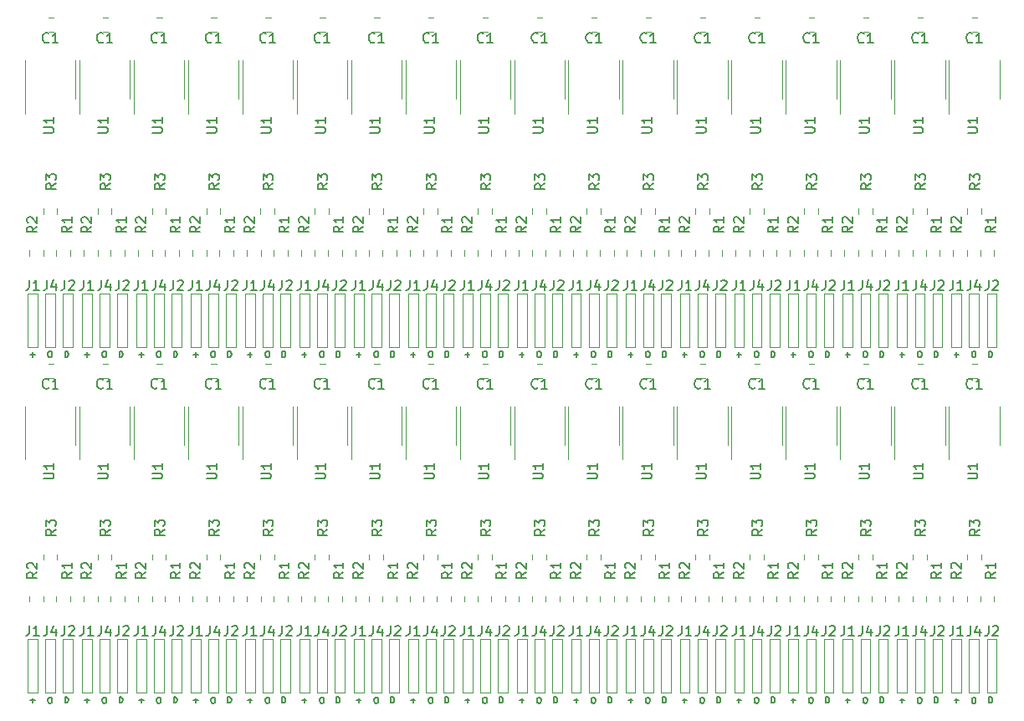
<source format=gbr>
G04 #@! TF.GenerationSoftware,KiCad,Pcbnew,5.1.5+dfsg1-2build2*
G04 #@! TF.CreationDate,2022-01-03T21:35:01-05:00*
G04 #@! TF.ProjectId,,58585858-5858-4585-9858-585858585858,rev?*
G04 #@! TF.SameCoordinates,Original*
G04 #@! TF.FileFunction,Legend,Top*
G04 #@! TF.FilePolarity,Positive*
%FSLAX46Y46*%
G04 Gerber Fmt 4.6, Leading zero omitted, Abs format (unit mm)*
G04 Created by KiCad (PCBNEW 5.1.5+dfsg1-2build2) date 2022-01-03 21:35:01*
%MOMM*%
%LPD*%
G04 APERTURE LIST*
%ADD10C,0.150000*%
%ADD11C,0.120000*%
G04 APERTURE END LIST*
D10*
X177053328Y-123079257D02*
X177510471Y-123079257D01*
X177281900Y-123307828D02*
X177281900Y-122850685D01*
X171553328Y-123079257D02*
X172010471Y-123079257D01*
X171781900Y-123307828D02*
X171781900Y-122850685D01*
X166053328Y-123079257D02*
X166510471Y-123079257D01*
X166281900Y-123307828D02*
X166281900Y-122850685D01*
X160553328Y-123079257D02*
X161010471Y-123079257D01*
X160781900Y-123307828D02*
X160781900Y-122850685D01*
X155053328Y-123079257D02*
X155510471Y-123079257D01*
X155281900Y-123307828D02*
X155281900Y-122850685D01*
X149553328Y-123079257D02*
X150010471Y-123079257D01*
X149781900Y-123307828D02*
X149781900Y-122850685D01*
X144053328Y-123079257D02*
X144510471Y-123079257D01*
X144281900Y-123307828D02*
X144281900Y-122850685D01*
X138553328Y-123079257D02*
X139010471Y-123079257D01*
X138781900Y-123307828D02*
X138781900Y-122850685D01*
X133053328Y-123079257D02*
X133510471Y-123079257D01*
X133281900Y-123307828D02*
X133281900Y-122850685D01*
X127553328Y-123079257D02*
X128010471Y-123079257D01*
X127781900Y-123307828D02*
X127781900Y-122850685D01*
X122053328Y-123079257D02*
X122510471Y-123079257D01*
X122281900Y-123307828D02*
X122281900Y-122850685D01*
X116553328Y-123079257D02*
X117010471Y-123079257D01*
X116781900Y-123307828D02*
X116781900Y-122850685D01*
X111053328Y-123079257D02*
X111510471Y-123079257D01*
X111281900Y-123307828D02*
X111281900Y-122850685D01*
X105553328Y-123079257D02*
X106010471Y-123079257D01*
X105781900Y-123307828D02*
X105781900Y-122850685D01*
X100053328Y-123079257D02*
X100510471Y-123079257D01*
X100281900Y-123307828D02*
X100281900Y-122850685D01*
X94553328Y-123079257D02*
X95010471Y-123079257D01*
X94781900Y-123307828D02*
X94781900Y-122850685D01*
X89053328Y-123079257D02*
X89510471Y-123079257D01*
X89281900Y-123307828D02*
X89281900Y-122850685D01*
X83553328Y-123079257D02*
X84010471Y-123079257D01*
X83781900Y-123307828D02*
X83781900Y-122850685D01*
X177053328Y-88079257D02*
X177510471Y-88079257D01*
X177281900Y-88307828D02*
X177281900Y-87850685D01*
X171553328Y-88079257D02*
X172010471Y-88079257D01*
X171781900Y-88307828D02*
X171781900Y-87850685D01*
X166053328Y-88079257D02*
X166510471Y-88079257D01*
X166281900Y-88307828D02*
X166281900Y-87850685D01*
X160553328Y-88079257D02*
X161010471Y-88079257D01*
X160781900Y-88307828D02*
X160781900Y-87850685D01*
X155053328Y-88079257D02*
X155510471Y-88079257D01*
X155281900Y-88307828D02*
X155281900Y-87850685D01*
X149553328Y-88079257D02*
X150010471Y-88079257D01*
X149781900Y-88307828D02*
X149781900Y-87850685D01*
X144053328Y-88079257D02*
X144510471Y-88079257D01*
X144281900Y-88307828D02*
X144281900Y-87850685D01*
X138553328Y-88079257D02*
X139010471Y-88079257D01*
X138781900Y-88307828D02*
X138781900Y-87850685D01*
X133053328Y-88079257D02*
X133510471Y-88079257D01*
X133281900Y-88307828D02*
X133281900Y-87850685D01*
X127553328Y-88079257D02*
X128010471Y-88079257D01*
X127781900Y-88307828D02*
X127781900Y-87850685D01*
X122053328Y-88079257D02*
X122510471Y-88079257D01*
X122281900Y-88307828D02*
X122281900Y-87850685D01*
X116553328Y-88079257D02*
X117010471Y-88079257D01*
X116781900Y-88307828D02*
X116781900Y-87850685D01*
X111053328Y-88079257D02*
X111510471Y-88079257D01*
X111281900Y-88307828D02*
X111281900Y-87850685D01*
X105553328Y-88079257D02*
X106010471Y-88079257D01*
X105781900Y-88307828D02*
X105781900Y-87850685D01*
X100053328Y-88079257D02*
X100510471Y-88079257D01*
X100281900Y-88307828D02*
X100281900Y-87850685D01*
X94553328Y-88079257D02*
X95010471Y-88079257D01*
X94781900Y-88307828D02*
X94781900Y-87850685D01*
X89053328Y-88079257D02*
X89510471Y-88079257D01*
X89281900Y-88307828D02*
X89281900Y-87850685D01*
X180553757Y-123333228D02*
X180553757Y-122733228D01*
X180696614Y-122733228D01*
X180782328Y-122761800D01*
X180839471Y-122818942D01*
X180868042Y-122876085D01*
X180896614Y-122990371D01*
X180896614Y-123076085D01*
X180868042Y-123190371D01*
X180839471Y-123247514D01*
X180782328Y-123304657D01*
X180696614Y-123333228D01*
X180553757Y-123333228D01*
X175053757Y-123333228D02*
X175053757Y-122733228D01*
X175196614Y-122733228D01*
X175282328Y-122761800D01*
X175339471Y-122818942D01*
X175368042Y-122876085D01*
X175396614Y-122990371D01*
X175396614Y-123076085D01*
X175368042Y-123190371D01*
X175339471Y-123247514D01*
X175282328Y-123304657D01*
X175196614Y-123333228D01*
X175053757Y-123333228D01*
X169553757Y-123333228D02*
X169553757Y-122733228D01*
X169696614Y-122733228D01*
X169782328Y-122761800D01*
X169839471Y-122818942D01*
X169868042Y-122876085D01*
X169896614Y-122990371D01*
X169896614Y-123076085D01*
X169868042Y-123190371D01*
X169839471Y-123247514D01*
X169782328Y-123304657D01*
X169696614Y-123333228D01*
X169553757Y-123333228D01*
X164053757Y-123333228D02*
X164053757Y-122733228D01*
X164196614Y-122733228D01*
X164282328Y-122761800D01*
X164339471Y-122818942D01*
X164368042Y-122876085D01*
X164396614Y-122990371D01*
X164396614Y-123076085D01*
X164368042Y-123190371D01*
X164339471Y-123247514D01*
X164282328Y-123304657D01*
X164196614Y-123333228D01*
X164053757Y-123333228D01*
X158553757Y-123333228D02*
X158553757Y-122733228D01*
X158696614Y-122733228D01*
X158782328Y-122761800D01*
X158839471Y-122818942D01*
X158868042Y-122876085D01*
X158896614Y-122990371D01*
X158896614Y-123076085D01*
X158868042Y-123190371D01*
X158839471Y-123247514D01*
X158782328Y-123304657D01*
X158696614Y-123333228D01*
X158553757Y-123333228D01*
X153053757Y-123333228D02*
X153053757Y-122733228D01*
X153196614Y-122733228D01*
X153282328Y-122761800D01*
X153339471Y-122818942D01*
X153368042Y-122876085D01*
X153396614Y-122990371D01*
X153396614Y-123076085D01*
X153368042Y-123190371D01*
X153339471Y-123247514D01*
X153282328Y-123304657D01*
X153196614Y-123333228D01*
X153053757Y-123333228D01*
X147553757Y-123333228D02*
X147553757Y-122733228D01*
X147696614Y-122733228D01*
X147782328Y-122761800D01*
X147839471Y-122818942D01*
X147868042Y-122876085D01*
X147896614Y-122990371D01*
X147896614Y-123076085D01*
X147868042Y-123190371D01*
X147839471Y-123247514D01*
X147782328Y-123304657D01*
X147696614Y-123333228D01*
X147553757Y-123333228D01*
X142053757Y-123333228D02*
X142053757Y-122733228D01*
X142196614Y-122733228D01*
X142282328Y-122761800D01*
X142339471Y-122818942D01*
X142368042Y-122876085D01*
X142396614Y-122990371D01*
X142396614Y-123076085D01*
X142368042Y-123190371D01*
X142339471Y-123247514D01*
X142282328Y-123304657D01*
X142196614Y-123333228D01*
X142053757Y-123333228D01*
X136553757Y-123333228D02*
X136553757Y-122733228D01*
X136696614Y-122733228D01*
X136782328Y-122761800D01*
X136839471Y-122818942D01*
X136868042Y-122876085D01*
X136896614Y-122990371D01*
X136896614Y-123076085D01*
X136868042Y-123190371D01*
X136839471Y-123247514D01*
X136782328Y-123304657D01*
X136696614Y-123333228D01*
X136553757Y-123333228D01*
X131053757Y-123333228D02*
X131053757Y-122733228D01*
X131196614Y-122733228D01*
X131282328Y-122761800D01*
X131339471Y-122818942D01*
X131368042Y-122876085D01*
X131396614Y-122990371D01*
X131396614Y-123076085D01*
X131368042Y-123190371D01*
X131339471Y-123247514D01*
X131282328Y-123304657D01*
X131196614Y-123333228D01*
X131053757Y-123333228D01*
X125553757Y-123333228D02*
X125553757Y-122733228D01*
X125696614Y-122733228D01*
X125782328Y-122761800D01*
X125839471Y-122818942D01*
X125868042Y-122876085D01*
X125896614Y-122990371D01*
X125896614Y-123076085D01*
X125868042Y-123190371D01*
X125839471Y-123247514D01*
X125782328Y-123304657D01*
X125696614Y-123333228D01*
X125553757Y-123333228D01*
X120053757Y-123333228D02*
X120053757Y-122733228D01*
X120196614Y-122733228D01*
X120282328Y-122761800D01*
X120339471Y-122818942D01*
X120368042Y-122876085D01*
X120396614Y-122990371D01*
X120396614Y-123076085D01*
X120368042Y-123190371D01*
X120339471Y-123247514D01*
X120282328Y-123304657D01*
X120196614Y-123333228D01*
X120053757Y-123333228D01*
X114553757Y-123333228D02*
X114553757Y-122733228D01*
X114696614Y-122733228D01*
X114782328Y-122761800D01*
X114839471Y-122818942D01*
X114868042Y-122876085D01*
X114896614Y-122990371D01*
X114896614Y-123076085D01*
X114868042Y-123190371D01*
X114839471Y-123247514D01*
X114782328Y-123304657D01*
X114696614Y-123333228D01*
X114553757Y-123333228D01*
X109053757Y-123333228D02*
X109053757Y-122733228D01*
X109196614Y-122733228D01*
X109282328Y-122761800D01*
X109339471Y-122818942D01*
X109368042Y-122876085D01*
X109396614Y-122990371D01*
X109396614Y-123076085D01*
X109368042Y-123190371D01*
X109339471Y-123247514D01*
X109282328Y-123304657D01*
X109196614Y-123333228D01*
X109053757Y-123333228D01*
X103553757Y-123333228D02*
X103553757Y-122733228D01*
X103696614Y-122733228D01*
X103782328Y-122761800D01*
X103839471Y-122818942D01*
X103868042Y-122876085D01*
X103896614Y-122990371D01*
X103896614Y-123076085D01*
X103868042Y-123190371D01*
X103839471Y-123247514D01*
X103782328Y-123304657D01*
X103696614Y-123333228D01*
X103553757Y-123333228D01*
X98053757Y-123333228D02*
X98053757Y-122733228D01*
X98196614Y-122733228D01*
X98282328Y-122761800D01*
X98339471Y-122818942D01*
X98368042Y-122876085D01*
X98396614Y-122990371D01*
X98396614Y-123076085D01*
X98368042Y-123190371D01*
X98339471Y-123247514D01*
X98282328Y-123304657D01*
X98196614Y-123333228D01*
X98053757Y-123333228D01*
X92553757Y-123333228D02*
X92553757Y-122733228D01*
X92696614Y-122733228D01*
X92782328Y-122761800D01*
X92839471Y-122818942D01*
X92868042Y-122876085D01*
X92896614Y-122990371D01*
X92896614Y-123076085D01*
X92868042Y-123190371D01*
X92839471Y-123247514D01*
X92782328Y-123304657D01*
X92696614Y-123333228D01*
X92553757Y-123333228D01*
X87053757Y-123333228D02*
X87053757Y-122733228D01*
X87196614Y-122733228D01*
X87282328Y-122761800D01*
X87339471Y-122818942D01*
X87368042Y-122876085D01*
X87396614Y-122990371D01*
X87396614Y-123076085D01*
X87368042Y-123190371D01*
X87339471Y-123247514D01*
X87282328Y-123304657D01*
X87196614Y-123333228D01*
X87053757Y-123333228D01*
X180553757Y-88333228D02*
X180553757Y-87733228D01*
X180696614Y-87733228D01*
X180782328Y-87761800D01*
X180839471Y-87818942D01*
X180868042Y-87876085D01*
X180896614Y-87990371D01*
X180896614Y-88076085D01*
X180868042Y-88190371D01*
X180839471Y-88247514D01*
X180782328Y-88304657D01*
X180696614Y-88333228D01*
X180553757Y-88333228D01*
X175053757Y-88333228D02*
X175053757Y-87733228D01*
X175196614Y-87733228D01*
X175282328Y-87761800D01*
X175339471Y-87818942D01*
X175368042Y-87876085D01*
X175396614Y-87990371D01*
X175396614Y-88076085D01*
X175368042Y-88190371D01*
X175339471Y-88247514D01*
X175282328Y-88304657D01*
X175196614Y-88333228D01*
X175053757Y-88333228D01*
X169553757Y-88333228D02*
X169553757Y-87733228D01*
X169696614Y-87733228D01*
X169782328Y-87761800D01*
X169839471Y-87818942D01*
X169868042Y-87876085D01*
X169896614Y-87990371D01*
X169896614Y-88076085D01*
X169868042Y-88190371D01*
X169839471Y-88247514D01*
X169782328Y-88304657D01*
X169696614Y-88333228D01*
X169553757Y-88333228D01*
X164053757Y-88333228D02*
X164053757Y-87733228D01*
X164196614Y-87733228D01*
X164282328Y-87761800D01*
X164339471Y-87818942D01*
X164368042Y-87876085D01*
X164396614Y-87990371D01*
X164396614Y-88076085D01*
X164368042Y-88190371D01*
X164339471Y-88247514D01*
X164282328Y-88304657D01*
X164196614Y-88333228D01*
X164053757Y-88333228D01*
X158553757Y-88333228D02*
X158553757Y-87733228D01*
X158696614Y-87733228D01*
X158782328Y-87761800D01*
X158839471Y-87818942D01*
X158868042Y-87876085D01*
X158896614Y-87990371D01*
X158896614Y-88076085D01*
X158868042Y-88190371D01*
X158839471Y-88247514D01*
X158782328Y-88304657D01*
X158696614Y-88333228D01*
X158553757Y-88333228D01*
X153053757Y-88333228D02*
X153053757Y-87733228D01*
X153196614Y-87733228D01*
X153282328Y-87761800D01*
X153339471Y-87818942D01*
X153368042Y-87876085D01*
X153396614Y-87990371D01*
X153396614Y-88076085D01*
X153368042Y-88190371D01*
X153339471Y-88247514D01*
X153282328Y-88304657D01*
X153196614Y-88333228D01*
X153053757Y-88333228D01*
X147553757Y-88333228D02*
X147553757Y-87733228D01*
X147696614Y-87733228D01*
X147782328Y-87761800D01*
X147839471Y-87818942D01*
X147868042Y-87876085D01*
X147896614Y-87990371D01*
X147896614Y-88076085D01*
X147868042Y-88190371D01*
X147839471Y-88247514D01*
X147782328Y-88304657D01*
X147696614Y-88333228D01*
X147553757Y-88333228D01*
X142053757Y-88333228D02*
X142053757Y-87733228D01*
X142196614Y-87733228D01*
X142282328Y-87761800D01*
X142339471Y-87818942D01*
X142368042Y-87876085D01*
X142396614Y-87990371D01*
X142396614Y-88076085D01*
X142368042Y-88190371D01*
X142339471Y-88247514D01*
X142282328Y-88304657D01*
X142196614Y-88333228D01*
X142053757Y-88333228D01*
X136553757Y-88333228D02*
X136553757Y-87733228D01*
X136696614Y-87733228D01*
X136782328Y-87761800D01*
X136839471Y-87818942D01*
X136868042Y-87876085D01*
X136896614Y-87990371D01*
X136896614Y-88076085D01*
X136868042Y-88190371D01*
X136839471Y-88247514D01*
X136782328Y-88304657D01*
X136696614Y-88333228D01*
X136553757Y-88333228D01*
X131053757Y-88333228D02*
X131053757Y-87733228D01*
X131196614Y-87733228D01*
X131282328Y-87761800D01*
X131339471Y-87818942D01*
X131368042Y-87876085D01*
X131396614Y-87990371D01*
X131396614Y-88076085D01*
X131368042Y-88190371D01*
X131339471Y-88247514D01*
X131282328Y-88304657D01*
X131196614Y-88333228D01*
X131053757Y-88333228D01*
X125553757Y-88333228D02*
X125553757Y-87733228D01*
X125696614Y-87733228D01*
X125782328Y-87761800D01*
X125839471Y-87818942D01*
X125868042Y-87876085D01*
X125896614Y-87990371D01*
X125896614Y-88076085D01*
X125868042Y-88190371D01*
X125839471Y-88247514D01*
X125782328Y-88304657D01*
X125696614Y-88333228D01*
X125553757Y-88333228D01*
X120053757Y-88333228D02*
X120053757Y-87733228D01*
X120196614Y-87733228D01*
X120282328Y-87761800D01*
X120339471Y-87818942D01*
X120368042Y-87876085D01*
X120396614Y-87990371D01*
X120396614Y-88076085D01*
X120368042Y-88190371D01*
X120339471Y-88247514D01*
X120282328Y-88304657D01*
X120196614Y-88333228D01*
X120053757Y-88333228D01*
X114553757Y-88333228D02*
X114553757Y-87733228D01*
X114696614Y-87733228D01*
X114782328Y-87761800D01*
X114839471Y-87818942D01*
X114868042Y-87876085D01*
X114896614Y-87990371D01*
X114896614Y-88076085D01*
X114868042Y-88190371D01*
X114839471Y-88247514D01*
X114782328Y-88304657D01*
X114696614Y-88333228D01*
X114553757Y-88333228D01*
X109053757Y-88333228D02*
X109053757Y-87733228D01*
X109196614Y-87733228D01*
X109282328Y-87761800D01*
X109339471Y-87818942D01*
X109368042Y-87876085D01*
X109396614Y-87990371D01*
X109396614Y-88076085D01*
X109368042Y-88190371D01*
X109339471Y-88247514D01*
X109282328Y-88304657D01*
X109196614Y-88333228D01*
X109053757Y-88333228D01*
X103553757Y-88333228D02*
X103553757Y-87733228D01*
X103696614Y-87733228D01*
X103782328Y-87761800D01*
X103839471Y-87818942D01*
X103868042Y-87876085D01*
X103896614Y-87990371D01*
X103896614Y-88076085D01*
X103868042Y-88190371D01*
X103839471Y-88247514D01*
X103782328Y-88304657D01*
X103696614Y-88333228D01*
X103553757Y-88333228D01*
X98053757Y-88333228D02*
X98053757Y-87733228D01*
X98196614Y-87733228D01*
X98282328Y-87761800D01*
X98339471Y-87818942D01*
X98368042Y-87876085D01*
X98396614Y-87990371D01*
X98396614Y-88076085D01*
X98368042Y-88190371D01*
X98339471Y-88247514D01*
X98282328Y-88304657D01*
X98196614Y-88333228D01*
X98053757Y-88333228D01*
X92553757Y-88333228D02*
X92553757Y-87733228D01*
X92696614Y-87733228D01*
X92782328Y-87761800D01*
X92839471Y-87818942D01*
X92868042Y-87876085D01*
X92896614Y-87990371D01*
X92896614Y-88076085D01*
X92868042Y-88190371D01*
X92839471Y-88247514D01*
X92782328Y-88304657D01*
X92696614Y-88333228D01*
X92553757Y-88333228D01*
X178990057Y-122745928D02*
X179104342Y-122745928D01*
X179161485Y-122774500D01*
X179218628Y-122831642D01*
X179247200Y-122945928D01*
X179247200Y-123145928D01*
X179218628Y-123260214D01*
X179161485Y-123317357D01*
X179104342Y-123345928D01*
X178990057Y-123345928D01*
X178932914Y-123317357D01*
X178875771Y-123260214D01*
X178847200Y-123145928D01*
X178847200Y-122945928D01*
X178875771Y-122831642D01*
X178932914Y-122774500D01*
X178990057Y-122745928D01*
X173490057Y-122745928D02*
X173604342Y-122745928D01*
X173661485Y-122774500D01*
X173718628Y-122831642D01*
X173747200Y-122945928D01*
X173747200Y-123145928D01*
X173718628Y-123260214D01*
X173661485Y-123317357D01*
X173604342Y-123345928D01*
X173490057Y-123345928D01*
X173432914Y-123317357D01*
X173375771Y-123260214D01*
X173347200Y-123145928D01*
X173347200Y-122945928D01*
X173375771Y-122831642D01*
X173432914Y-122774500D01*
X173490057Y-122745928D01*
X167990057Y-122745928D02*
X168104342Y-122745928D01*
X168161485Y-122774500D01*
X168218628Y-122831642D01*
X168247200Y-122945928D01*
X168247200Y-123145928D01*
X168218628Y-123260214D01*
X168161485Y-123317357D01*
X168104342Y-123345928D01*
X167990057Y-123345928D01*
X167932914Y-123317357D01*
X167875771Y-123260214D01*
X167847200Y-123145928D01*
X167847200Y-122945928D01*
X167875771Y-122831642D01*
X167932914Y-122774500D01*
X167990057Y-122745928D01*
X162490057Y-122745928D02*
X162604342Y-122745928D01*
X162661485Y-122774500D01*
X162718628Y-122831642D01*
X162747200Y-122945928D01*
X162747200Y-123145928D01*
X162718628Y-123260214D01*
X162661485Y-123317357D01*
X162604342Y-123345928D01*
X162490057Y-123345928D01*
X162432914Y-123317357D01*
X162375771Y-123260214D01*
X162347200Y-123145928D01*
X162347200Y-122945928D01*
X162375771Y-122831642D01*
X162432914Y-122774500D01*
X162490057Y-122745928D01*
X156990057Y-122745928D02*
X157104342Y-122745928D01*
X157161485Y-122774500D01*
X157218628Y-122831642D01*
X157247200Y-122945928D01*
X157247200Y-123145928D01*
X157218628Y-123260214D01*
X157161485Y-123317357D01*
X157104342Y-123345928D01*
X156990057Y-123345928D01*
X156932914Y-123317357D01*
X156875771Y-123260214D01*
X156847200Y-123145928D01*
X156847200Y-122945928D01*
X156875771Y-122831642D01*
X156932914Y-122774500D01*
X156990057Y-122745928D01*
X151490057Y-122745928D02*
X151604342Y-122745928D01*
X151661485Y-122774500D01*
X151718628Y-122831642D01*
X151747200Y-122945928D01*
X151747200Y-123145928D01*
X151718628Y-123260214D01*
X151661485Y-123317357D01*
X151604342Y-123345928D01*
X151490057Y-123345928D01*
X151432914Y-123317357D01*
X151375771Y-123260214D01*
X151347200Y-123145928D01*
X151347200Y-122945928D01*
X151375771Y-122831642D01*
X151432914Y-122774500D01*
X151490057Y-122745928D01*
X145990057Y-122745928D02*
X146104342Y-122745928D01*
X146161485Y-122774500D01*
X146218628Y-122831642D01*
X146247200Y-122945928D01*
X146247200Y-123145928D01*
X146218628Y-123260214D01*
X146161485Y-123317357D01*
X146104342Y-123345928D01*
X145990057Y-123345928D01*
X145932914Y-123317357D01*
X145875771Y-123260214D01*
X145847200Y-123145928D01*
X145847200Y-122945928D01*
X145875771Y-122831642D01*
X145932914Y-122774500D01*
X145990057Y-122745928D01*
X140490057Y-122745928D02*
X140604342Y-122745928D01*
X140661485Y-122774500D01*
X140718628Y-122831642D01*
X140747200Y-122945928D01*
X140747200Y-123145928D01*
X140718628Y-123260214D01*
X140661485Y-123317357D01*
X140604342Y-123345928D01*
X140490057Y-123345928D01*
X140432914Y-123317357D01*
X140375771Y-123260214D01*
X140347200Y-123145928D01*
X140347200Y-122945928D01*
X140375771Y-122831642D01*
X140432914Y-122774500D01*
X140490057Y-122745928D01*
X134990057Y-122745928D02*
X135104342Y-122745928D01*
X135161485Y-122774500D01*
X135218628Y-122831642D01*
X135247200Y-122945928D01*
X135247200Y-123145928D01*
X135218628Y-123260214D01*
X135161485Y-123317357D01*
X135104342Y-123345928D01*
X134990057Y-123345928D01*
X134932914Y-123317357D01*
X134875771Y-123260214D01*
X134847200Y-123145928D01*
X134847200Y-122945928D01*
X134875771Y-122831642D01*
X134932914Y-122774500D01*
X134990057Y-122745928D01*
X129490057Y-122745928D02*
X129604342Y-122745928D01*
X129661485Y-122774500D01*
X129718628Y-122831642D01*
X129747200Y-122945928D01*
X129747200Y-123145928D01*
X129718628Y-123260214D01*
X129661485Y-123317357D01*
X129604342Y-123345928D01*
X129490057Y-123345928D01*
X129432914Y-123317357D01*
X129375771Y-123260214D01*
X129347200Y-123145928D01*
X129347200Y-122945928D01*
X129375771Y-122831642D01*
X129432914Y-122774500D01*
X129490057Y-122745928D01*
X123990057Y-122745928D02*
X124104342Y-122745928D01*
X124161485Y-122774500D01*
X124218628Y-122831642D01*
X124247200Y-122945928D01*
X124247200Y-123145928D01*
X124218628Y-123260214D01*
X124161485Y-123317357D01*
X124104342Y-123345928D01*
X123990057Y-123345928D01*
X123932914Y-123317357D01*
X123875771Y-123260214D01*
X123847200Y-123145928D01*
X123847200Y-122945928D01*
X123875771Y-122831642D01*
X123932914Y-122774500D01*
X123990057Y-122745928D01*
X118490057Y-122745928D02*
X118604342Y-122745928D01*
X118661485Y-122774500D01*
X118718628Y-122831642D01*
X118747200Y-122945928D01*
X118747200Y-123145928D01*
X118718628Y-123260214D01*
X118661485Y-123317357D01*
X118604342Y-123345928D01*
X118490057Y-123345928D01*
X118432914Y-123317357D01*
X118375771Y-123260214D01*
X118347200Y-123145928D01*
X118347200Y-122945928D01*
X118375771Y-122831642D01*
X118432914Y-122774500D01*
X118490057Y-122745928D01*
X112990057Y-122745928D02*
X113104342Y-122745928D01*
X113161485Y-122774500D01*
X113218628Y-122831642D01*
X113247200Y-122945928D01*
X113247200Y-123145928D01*
X113218628Y-123260214D01*
X113161485Y-123317357D01*
X113104342Y-123345928D01*
X112990057Y-123345928D01*
X112932914Y-123317357D01*
X112875771Y-123260214D01*
X112847200Y-123145928D01*
X112847200Y-122945928D01*
X112875771Y-122831642D01*
X112932914Y-122774500D01*
X112990057Y-122745928D01*
X107490057Y-122745928D02*
X107604342Y-122745928D01*
X107661485Y-122774500D01*
X107718628Y-122831642D01*
X107747200Y-122945928D01*
X107747200Y-123145928D01*
X107718628Y-123260214D01*
X107661485Y-123317357D01*
X107604342Y-123345928D01*
X107490057Y-123345928D01*
X107432914Y-123317357D01*
X107375771Y-123260214D01*
X107347200Y-123145928D01*
X107347200Y-122945928D01*
X107375771Y-122831642D01*
X107432914Y-122774500D01*
X107490057Y-122745928D01*
X101990057Y-122745928D02*
X102104342Y-122745928D01*
X102161485Y-122774500D01*
X102218628Y-122831642D01*
X102247200Y-122945928D01*
X102247200Y-123145928D01*
X102218628Y-123260214D01*
X102161485Y-123317357D01*
X102104342Y-123345928D01*
X101990057Y-123345928D01*
X101932914Y-123317357D01*
X101875771Y-123260214D01*
X101847200Y-123145928D01*
X101847200Y-122945928D01*
X101875771Y-122831642D01*
X101932914Y-122774500D01*
X101990057Y-122745928D01*
X96490057Y-122745928D02*
X96604342Y-122745928D01*
X96661485Y-122774500D01*
X96718628Y-122831642D01*
X96747200Y-122945928D01*
X96747200Y-123145928D01*
X96718628Y-123260214D01*
X96661485Y-123317357D01*
X96604342Y-123345928D01*
X96490057Y-123345928D01*
X96432914Y-123317357D01*
X96375771Y-123260214D01*
X96347200Y-123145928D01*
X96347200Y-122945928D01*
X96375771Y-122831642D01*
X96432914Y-122774500D01*
X96490057Y-122745928D01*
X90990057Y-122745928D02*
X91104342Y-122745928D01*
X91161485Y-122774500D01*
X91218628Y-122831642D01*
X91247200Y-122945928D01*
X91247200Y-123145928D01*
X91218628Y-123260214D01*
X91161485Y-123317357D01*
X91104342Y-123345928D01*
X90990057Y-123345928D01*
X90932914Y-123317357D01*
X90875771Y-123260214D01*
X90847200Y-123145928D01*
X90847200Y-122945928D01*
X90875771Y-122831642D01*
X90932914Y-122774500D01*
X90990057Y-122745928D01*
X85490057Y-122745928D02*
X85604342Y-122745928D01*
X85661485Y-122774500D01*
X85718628Y-122831642D01*
X85747200Y-122945928D01*
X85747200Y-123145928D01*
X85718628Y-123260214D01*
X85661485Y-123317357D01*
X85604342Y-123345928D01*
X85490057Y-123345928D01*
X85432914Y-123317357D01*
X85375771Y-123260214D01*
X85347200Y-123145928D01*
X85347200Y-122945928D01*
X85375771Y-122831642D01*
X85432914Y-122774500D01*
X85490057Y-122745928D01*
X178990057Y-87745928D02*
X179104342Y-87745928D01*
X179161485Y-87774500D01*
X179218628Y-87831642D01*
X179247200Y-87945928D01*
X179247200Y-88145928D01*
X179218628Y-88260214D01*
X179161485Y-88317357D01*
X179104342Y-88345928D01*
X178990057Y-88345928D01*
X178932914Y-88317357D01*
X178875771Y-88260214D01*
X178847200Y-88145928D01*
X178847200Y-87945928D01*
X178875771Y-87831642D01*
X178932914Y-87774500D01*
X178990057Y-87745928D01*
X173490057Y-87745928D02*
X173604342Y-87745928D01*
X173661485Y-87774500D01*
X173718628Y-87831642D01*
X173747200Y-87945928D01*
X173747200Y-88145928D01*
X173718628Y-88260214D01*
X173661485Y-88317357D01*
X173604342Y-88345928D01*
X173490057Y-88345928D01*
X173432914Y-88317357D01*
X173375771Y-88260214D01*
X173347200Y-88145928D01*
X173347200Y-87945928D01*
X173375771Y-87831642D01*
X173432914Y-87774500D01*
X173490057Y-87745928D01*
X167990057Y-87745928D02*
X168104342Y-87745928D01*
X168161485Y-87774500D01*
X168218628Y-87831642D01*
X168247200Y-87945928D01*
X168247200Y-88145928D01*
X168218628Y-88260214D01*
X168161485Y-88317357D01*
X168104342Y-88345928D01*
X167990057Y-88345928D01*
X167932914Y-88317357D01*
X167875771Y-88260214D01*
X167847200Y-88145928D01*
X167847200Y-87945928D01*
X167875771Y-87831642D01*
X167932914Y-87774500D01*
X167990057Y-87745928D01*
X162490057Y-87745928D02*
X162604342Y-87745928D01*
X162661485Y-87774500D01*
X162718628Y-87831642D01*
X162747200Y-87945928D01*
X162747200Y-88145928D01*
X162718628Y-88260214D01*
X162661485Y-88317357D01*
X162604342Y-88345928D01*
X162490057Y-88345928D01*
X162432914Y-88317357D01*
X162375771Y-88260214D01*
X162347200Y-88145928D01*
X162347200Y-87945928D01*
X162375771Y-87831642D01*
X162432914Y-87774500D01*
X162490057Y-87745928D01*
X156990057Y-87745928D02*
X157104342Y-87745928D01*
X157161485Y-87774500D01*
X157218628Y-87831642D01*
X157247200Y-87945928D01*
X157247200Y-88145928D01*
X157218628Y-88260214D01*
X157161485Y-88317357D01*
X157104342Y-88345928D01*
X156990057Y-88345928D01*
X156932914Y-88317357D01*
X156875771Y-88260214D01*
X156847200Y-88145928D01*
X156847200Y-87945928D01*
X156875771Y-87831642D01*
X156932914Y-87774500D01*
X156990057Y-87745928D01*
X151490057Y-87745928D02*
X151604342Y-87745928D01*
X151661485Y-87774500D01*
X151718628Y-87831642D01*
X151747200Y-87945928D01*
X151747200Y-88145928D01*
X151718628Y-88260214D01*
X151661485Y-88317357D01*
X151604342Y-88345928D01*
X151490057Y-88345928D01*
X151432914Y-88317357D01*
X151375771Y-88260214D01*
X151347200Y-88145928D01*
X151347200Y-87945928D01*
X151375771Y-87831642D01*
X151432914Y-87774500D01*
X151490057Y-87745928D01*
X145990057Y-87745928D02*
X146104342Y-87745928D01*
X146161485Y-87774500D01*
X146218628Y-87831642D01*
X146247200Y-87945928D01*
X146247200Y-88145928D01*
X146218628Y-88260214D01*
X146161485Y-88317357D01*
X146104342Y-88345928D01*
X145990057Y-88345928D01*
X145932914Y-88317357D01*
X145875771Y-88260214D01*
X145847200Y-88145928D01*
X145847200Y-87945928D01*
X145875771Y-87831642D01*
X145932914Y-87774500D01*
X145990057Y-87745928D01*
X140490057Y-87745928D02*
X140604342Y-87745928D01*
X140661485Y-87774500D01*
X140718628Y-87831642D01*
X140747200Y-87945928D01*
X140747200Y-88145928D01*
X140718628Y-88260214D01*
X140661485Y-88317357D01*
X140604342Y-88345928D01*
X140490057Y-88345928D01*
X140432914Y-88317357D01*
X140375771Y-88260214D01*
X140347200Y-88145928D01*
X140347200Y-87945928D01*
X140375771Y-87831642D01*
X140432914Y-87774500D01*
X140490057Y-87745928D01*
X134990057Y-87745928D02*
X135104342Y-87745928D01*
X135161485Y-87774500D01*
X135218628Y-87831642D01*
X135247200Y-87945928D01*
X135247200Y-88145928D01*
X135218628Y-88260214D01*
X135161485Y-88317357D01*
X135104342Y-88345928D01*
X134990057Y-88345928D01*
X134932914Y-88317357D01*
X134875771Y-88260214D01*
X134847200Y-88145928D01*
X134847200Y-87945928D01*
X134875771Y-87831642D01*
X134932914Y-87774500D01*
X134990057Y-87745928D01*
X129490057Y-87745928D02*
X129604342Y-87745928D01*
X129661485Y-87774500D01*
X129718628Y-87831642D01*
X129747200Y-87945928D01*
X129747200Y-88145928D01*
X129718628Y-88260214D01*
X129661485Y-88317357D01*
X129604342Y-88345928D01*
X129490057Y-88345928D01*
X129432914Y-88317357D01*
X129375771Y-88260214D01*
X129347200Y-88145928D01*
X129347200Y-87945928D01*
X129375771Y-87831642D01*
X129432914Y-87774500D01*
X129490057Y-87745928D01*
X123990057Y-87745928D02*
X124104342Y-87745928D01*
X124161485Y-87774500D01*
X124218628Y-87831642D01*
X124247200Y-87945928D01*
X124247200Y-88145928D01*
X124218628Y-88260214D01*
X124161485Y-88317357D01*
X124104342Y-88345928D01*
X123990057Y-88345928D01*
X123932914Y-88317357D01*
X123875771Y-88260214D01*
X123847200Y-88145928D01*
X123847200Y-87945928D01*
X123875771Y-87831642D01*
X123932914Y-87774500D01*
X123990057Y-87745928D01*
X118490057Y-87745928D02*
X118604342Y-87745928D01*
X118661485Y-87774500D01*
X118718628Y-87831642D01*
X118747200Y-87945928D01*
X118747200Y-88145928D01*
X118718628Y-88260214D01*
X118661485Y-88317357D01*
X118604342Y-88345928D01*
X118490057Y-88345928D01*
X118432914Y-88317357D01*
X118375771Y-88260214D01*
X118347200Y-88145928D01*
X118347200Y-87945928D01*
X118375771Y-87831642D01*
X118432914Y-87774500D01*
X118490057Y-87745928D01*
X112990057Y-87745928D02*
X113104342Y-87745928D01*
X113161485Y-87774500D01*
X113218628Y-87831642D01*
X113247200Y-87945928D01*
X113247200Y-88145928D01*
X113218628Y-88260214D01*
X113161485Y-88317357D01*
X113104342Y-88345928D01*
X112990057Y-88345928D01*
X112932914Y-88317357D01*
X112875771Y-88260214D01*
X112847200Y-88145928D01*
X112847200Y-87945928D01*
X112875771Y-87831642D01*
X112932914Y-87774500D01*
X112990057Y-87745928D01*
X107490057Y-87745928D02*
X107604342Y-87745928D01*
X107661485Y-87774500D01*
X107718628Y-87831642D01*
X107747200Y-87945928D01*
X107747200Y-88145928D01*
X107718628Y-88260214D01*
X107661485Y-88317357D01*
X107604342Y-88345928D01*
X107490057Y-88345928D01*
X107432914Y-88317357D01*
X107375771Y-88260214D01*
X107347200Y-88145928D01*
X107347200Y-87945928D01*
X107375771Y-87831642D01*
X107432914Y-87774500D01*
X107490057Y-87745928D01*
X101990057Y-87745928D02*
X102104342Y-87745928D01*
X102161485Y-87774500D01*
X102218628Y-87831642D01*
X102247200Y-87945928D01*
X102247200Y-88145928D01*
X102218628Y-88260214D01*
X102161485Y-88317357D01*
X102104342Y-88345928D01*
X101990057Y-88345928D01*
X101932914Y-88317357D01*
X101875771Y-88260214D01*
X101847200Y-88145928D01*
X101847200Y-87945928D01*
X101875771Y-87831642D01*
X101932914Y-87774500D01*
X101990057Y-87745928D01*
X96490057Y-87745928D02*
X96604342Y-87745928D01*
X96661485Y-87774500D01*
X96718628Y-87831642D01*
X96747200Y-87945928D01*
X96747200Y-88145928D01*
X96718628Y-88260214D01*
X96661485Y-88317357D01*
X96604342Y-88345928D01*
X96490057Y-88345928D01*
X96432914Y-88317357D01*
X96375771Y-88260214D01*
X96347200Y-88145928D01*
X96347200Y-87945928D01*
X96375771Y-87831642D01*
X96432914Y-87774500D01*
X96490057Y-87745928D01*
X90990057Y-87745928D02*
X91104342Y-87745928D01*
X91161485Y-87774500D01*
X91218628Y-87831642D01*
X91247200Y-87945928D01*
X91247200Y-88145928D01*
X91218628Y-88260214D01*
X91161485Y-88317357D01*
X91104342Y-88345928D01*
X90990057Y-88345928D01*
X90932914Y-88317357D01*
X90875771Y-88260214D01*
X90847200Y-88145928D01*
X90847200Y-87945928D01*
X90875771Y-87831642D01*
X90932914Y-87774500D01*
X90990057Y-87745928D01*
X87053757Y-88333228D02*
X87053757Y-87733228D01*
X87196614Y-87733228D01*
X87282328Y-87761800D01*
X87339471Y-87818942D01*
X87368042Y-87876085D01*
X87396614Y-87990371D01*
X87396614Y-88076085D01*
X87368042Y-88190371D01*
X87339471Y-88247514D01*
X87282328Y-88304657D01*
X87196614Y-88333228D01*
X87053757Y-88333228D01*
X85490057Y-87745928D02*
X85604342Y-87745928D01*
X85661485Y-87774500D01*
X85718628Y-87831642D01*
X85747200Y-87945928D01*
X85747200Y-88145928D01*
X85718628Y-88260214D01*
X85661485Y-88317357D01*
X85604342Y-88345928D01*
X85490057Y-88345928D01*
X85432914Y-88317357D01*
X85375771Y-88260214D01*
X85347200Y-88145928D01*
X85347200Y-87945928D01*
X85375771Y-87831642D01*
X85432914Y-87774500D01*
X85490057Y-87745928D01*
X83553328Y-88079257D02*
X84010471Y-88079257D01*
X83781900Y-88307828D02*
X83781900Y-87850685D01*
D11*
X178858648Y-88988500D02*
X179381152Y-88988500D01*
X178858648Y-90408500D02*
X179381152Y-90408500D01*
X173358648Y-88988500D02*
X173881152Y-88988500D01*
X173358648Y-90408500D02*
X173881152Y-90408500D01*
X167858648Y-88988500D02*
X168381152Y-88988500D01*
X167858648Y-90408500D02*
X168381152Y-90408500D01*
X162358648Y-88988500D02*
X162881152Y-88988500D01*
X162358648Y-90408500D02*
X162881152Y-90408500D01*
X156858648Y-88988500D02*
X157381152Y-88988500D01*
X156858648Y-90408500D02*
X157381152Y-90408500D01*
X151358648Y-88988500D02*
X151881152Y-88988500D01*
X151358648Y-90408500D02*
X151881152Y-90408500D01*
X145858648Y-88988500D02*
X146381152Y-88988500D01*
X145858648Y-90408500D02*
X146381152Y-90408500D01*
X140358648Y-88988500D02*
X140881152Y-88988500D01*
X140358648Y-90408500D02*
X140881152Y-90408500D01*
X134858648Y-88988500D02*
X135381152Y-88988500D01*
X134858648Y-90408500D02*
X135381152Y-90408500D01*
X129358648Y-88988500D02*
X129881152Y-88988500D01*
X129358648Y-90408500D02*
X129881152Y-90408500D01*
X123858648Y-88988500D02*
X124381152Y-88988500D01*
X123858648Y-90408500D02*
X124381152Y-90408500D01*
X118358648Y-88988500D02*
X118881152Y-88988500D01*
X118358648Y-90408500D02*
X118881152Y-90408500D01*
X112858648Y-88988500D02*
X113381152Y-88988500D01*
X112858648Y-90408500D02*
X113381152Y-90408500D01*
X107358648Y-88988500D02*
X107881152Y-88988500D01*
X107358648Y-90408500D02*
X107881152Y-90408500D01*
X101858648Y-88988500D02*
X102381152Y-88988500D01*
X101858648Y-90408500D02*
X102381152Y-90408500D01*
X96358648Y-88988500D02*
X96881152Y-88988500D01*
X96358648Y-90408500D02*
X96881152Y-90408500D01*
X90858648Y-88988500D02*
X91381152Y-88988500D01*
X90858648Y-90408500D02*
X91381152Y-90408500D01*
X85358648Y-88988500D02*
X85881152Y-88988500D01*
X85358648Y-90408500D02*
X85881152Y-90408500D01*
X178858648Y-53988500D02*
X179381152Y-53988500D01*
X178858648Y-55408500D02*
X179381152Y-55408500D01*
X173358648Y-53988500D02*
X173881152Y-53988500D01*
X173358648Y-55408500D02*
X173881152Y-55408500D01*
X167858648Y-53988500D02*
X168381152Y-53988500D01*
X167858648Y-55408500D02*
X168381152Y-55408500D01*
X162358648Y-53988500D02*
X162881152Y-53988500D01*
X162358648Y-55408500D02*
X162881152Y-55408500D01*
X156858648Y-53988500D02*
X157381152Y-53988500D01*
X156858648Y-55408500D02*
X157381152Y-55408500D01*
X151358648Y-53988500D02*
X151881152Y-53988500D01*
X151358648Y-55408500D02*
X151881152Y-55408500D01*
X145858648Y-53988500D02*
X146381152Y-53988500D01*
X145858648Y-55408500D02*
X146381152Y-55408500D01*
X140358648Y-53988500D02*
X140881152Y-53988500D01*
X140358648Y-55408500D02*
X140881152Y-55408500D01*
X134858648Y-53988500D02*
X135381152Y-53988500D01*
X134858648Y-55408500D02*
X135381152Y-55408500D01*
X129358648Y-53988500D02*
X129881152Y-53988500D01*
X129358648Y-55408500D02*
X129881152Y-55408500D01*
X123858648Y-53988500D02*
X124381152Y-53988500D01*
X123858648Y-55408500D02*
X124381152Y-55408500D01*
X118358648Y-53988500D02*
X118881152Y-53988500D01*
X118358648Y-55408500D02*
X118881152Y-55408500D01*
X112858648Y-53988500D02*
X113381152Y-53988500D01*
X112858648Y-55408500D02*
X113381152Y-55408500D01*
X107358648Y-53988500D02*
X107881152Y-53988500D01*
X107358648Y-55408500D02*
X107881152Y-55408500D01*
X101858648Y-53988500D02*
X102381152Y-53988500D01*
X101858648Y-55408500D02*
X102381152Y-55408500D01*
X96358648Y-53988500D02*
X96881152Y-53988500D01*
X96358648Y-55408500D02*
X96881152Y-55408500D01*
X90858648Y-53988500D02*
X91381152Y-53988500D01*
X90858648Y-55408500D02*
X91381152Y-55408500D01*
X181090900Y-113042752D02*
X181090900Y-112520248D01*
X179670900Y-113042752D02*
X179670900Y-112520248D01*
X175590900Y-113042752D02*
X175590900Y-112520248D01*
X174170900Y-113042752D02*
X174170900Y-112520248D01*
X170090900Y-113042752D02*
X170090900Y-112520248D01*
X168670900Y-113042752D02*
X168670900Y-112520248D01*
X164590900Y-113042752D02*
X164590900Y-112520248D01*
X163170900Y-113042752D02*
X163170900Y-112520248D01*
X159090900Y-113042752D02*
X159090900Y-112520248D01*
X157670900Y-113042752D02*
X157670900Y-112520248D01*
X153590900Y-113042752D02*
X153590900Y-112520248D01*
X152170900Y-113042752D02*
X152170900Y-112520248D01*
X148090900Y-113042752D02*
X148090900Y-112520248D01*
X146670900Y-113042752D02*
X146670900Y-112520248D01*
X142590900Y-113042752D02*
X142590900Y-112520248D01*
X141170900Y-113042752D02*
X141170900Y-112520248D01*
X137090900Y-113042752D02*
X137090900Y-112520248D01*
X135670900Y-113042752D02*
X135670900Y-112520248D01*
X131590900Y-113042752D02*
X131590900Y-112520248D01*
X130170900Y-113042752D02*
X130170900Y-112520248D01*
X126090900Y-113042752D02*
X126090900Y-112520248D01*
X124670900Y-113042752D02*
X124670900Y-112520248D01*
X120590900Y-113042752D02*
X120590900Y-112520248D01*
X119170900Y-113042752D02*
X119170900Y-112520248D01*
X115090900Y-113042752D02*
X115090900Y-112520248D01*
X113670900Y-113042752D02*
X113670900Y-112520248D01*
X109590900Y-113042752D02*
X109590900Y-112520248D01*
X108170900Y-113042752D02*
X108170900Y-112520248D01*
X104090900Y-113042752D02*
X104090900Y-112520248D01*
X102670900Y-113042752D02*
X102670900Y-112520248D01*
X98590900Y-113042752D02*
X98590900Y-112520248D01*
X97170900Y-113042752D02*
X97170900Y-112520248D01*
X93090900Y-113042752D02*
X93090900Y-112520248D01*
X91670900Y-113042752D02*
X91670900Y-112520248D01*
X87590900Y-113042752D02*
X87590900Y-112520248D01*
X86170900Y-113042752D02*
X86170900Y-112520248D01*
X181090900Y-78042752D02*
X181090900Y-77520248D01*
X179670900Y-78042752D02*
X179670900Y-77520248D01*
X175590900Y-78042752D02*
X175590900Y-77520248D01*
X174170900Y-78042752D02*
X174170900Y-77520248D01*
X170090900Y-78042752D02*
X170090900Y-77520248D01*
X168670900Y-78042752D02*
X168670900Y-77520248D01*
X164590900Y-78042752D02*
X164590900Y-77520248D01*
X163170900Y-78042752D02*
X163170900Y-77520248D01*
X159090900Y-78042752D02*
X159090900Y-77520248D01*
X157670900Y-78042752D02*
X157670900Y-77520248D01*
X153590900Y-78042752D02*
X153590900Y-77520248D01*
X152170900Y-78042752D02*
X152170900Y-77520248D01*
X148090900Y-78042752D02*
X148090900Y-77520248D01*
X146670900Y-78042752D02*
X146670900Y-77520248D01*
X142590900Y-78042752D02*
X142590900Y-77520248D01*
X141170900Y-78042752D02*
X141170900Y-77520248D01*
X137090900Y-78042752D02*
X137090900Y-77520248D01*
X135670900Y-78042752D02*
X135670900Y-77520248D01*
X131590900Y-78042752D02*
X131590900Y-77520248D01*
X130170900Y-78042752D02*
X130170900Y-77520248D01*
X126090900Y-78042752D02*
X126090900Y-77520248D01*
X124670900Y-78042752D02*
X124670900Y-77520248D01*
X120590900Y-78042752D02*
X120590900Y-77520248D01*
X119170900Y-78042752D02*
X119170900Y-77520248D01*
X115090900Y-78042752D02*
X115090900Y-77520248D01*
X113670900Y-78042752D02*
X113670900Y-77520248D01*
X109590900Y-78042752D02*
X109590900Y-77520248D01*
X108170900Y-78042752D02*
X108170900Y-77520248D01*
X104090900Y-78042752D02*
X104090900Y-77520248D01*
X102670900Y-78042752D02*
X102670900Y-77520248D01*
X98590900Y-78042752D02*
X98590900Y-77520248D01*
X97170900Y-78042752D02*
X97170900Y-77520248D01*
X93090900Y-78042752D02*
X93090900Y-77520248D01*
X91670900Y-78042752D02*
X91670900Y-77520248D01*
X176939900Y-112520248D02*
X176939900Y-113042752D01*
X178359900Y-112520248D02*
X178359900Y-113042752D01*
X171439900Y-112520248D02*
X171439900Y-113042752D01*
X172859900Y-112520248D02*
X172859900Y-113042752D01*
X165939900Y-112520248D02*
X165939900Y-113042752D01*
X167359900Y-112520248D02*
X167359900Y-113042752D01*
X160439900Y-112520248D02*
X160439900Y-113042752D01*
X161859900Y-112520248D02*
X161859900Y-113042752D01*
X154939900Y-112520248D02*
X154939900Y-113042752D01*
X156359900Y-112520248D02*
X156359900Y-113042752D01*
X149439900Y-112520248D02*
X149439900Y-113042752D01*
X150859900Y-112520248D02*
X150859900Y-113042752D01*
X143939900Y-112520248D02*
X143939900Y-113042752D01*
X145359900Y-112520248D02*
X145359900Y-113042752D01*
X138439900Y-112520248D02*
X138439900Y-113042752D01*
X139859900Y-112520248D02*
X139859900Y-113042752D01*
X132939900Y-112520248D02*
X132939900Y-113042752D01*
X134359900Y-112520248D02*
X134359900Y-113042752D01*
X127439900Y-112520248D02*
X127439900Y-113042752D01*
X128859900Y-112520248D02*
X128859900Y-113042752D01*
X121939900Y-112520248D02*
X121939900Y-113042752D01*
X123359900Y-112520248D02*
X123359900Y-113042752D01*
X116439900Y-112520248D02*
X116439900Y-113042752D01*
X117859900Y-112520248D02*
X117859900Y-113042752D01*
X110939900Y-112520248D02*
X110939900Y-113042752D01*
X112359900Y-112520248D02*
X112359900Y-113042752D01*
X105439900Y-112520248D02*
X105439900Y-113042752D01*
X106859900Y-112520248D02*
X106859900Y-113042752D01*
X99939900Y-112520248D02*
X99939900Y-113042752D01*
X101359900Y-112520248D02*
X101359900Y-113042752D01*
X94439900Y-112520248D02*
X94439900Y-113042752D01*
X95859900Y-112520248D02*
X95859900Y-113042752D01*
X88939900Y-112520248D02*
X88939900Y-113042752D01*
X90359900Y-112520248D02*
X90359900Y-113042752D01*
X83439900Y-112520248D02*
X83439900Y-113042752D01*
X84859900Y-112520248D02*
X84859900Y-113042752D01*
X176939900Y-77520248D02*
X176939900Y-78042752D01*
X178359900Y-77520248D02*
X178359900Y-78042752D01*
X171439900Y-77520248D02*
X171439900Y-78042752D01*
X172859900Y-77520248D02*
X172859900Y-78042752D01*
X165939900Y-77520248D02*
X165939900Y-78042752D01*
X167359900Y-77520248D02*
X167359900Y-78042752D01*
X160439900Y-77520248D02*
X160439900Y-78042752D01*
X161859900Y-77520248D02*
X161859900Y-78042752D01*
X154939900Y-77520248D02*
X154939900Y-78042752D01*
X156359900Y-77520248D02*
X156359900Y-78042752D01*
X149439900Y-77520248D02*
X149439900Y-78042752D01*
X150859900Y-77520248D02*
X150859900Y-78042752D01*
X143939900Y-77520248D02*
X143939900Y-78042752D01*
X145359900Y-77520248D02*
X145359900Y-78042752D01*
X138439900Y-77520248D02*
X138439900Y-78042752D01*
X139859900Y-77520248D02*
X139859900Y-78042752D01*
X132939900Y-77520248D02*
X132939900Y-78042752D01*
X134359900Y-77520248D02*
X134359900Y-78042752D01*
X127439900Y-77520248D02*
X127439900Y-78042752D01*
X128859900Y-77520248D02*
X128859900Y-78042752D01*
X121939900Y-77520248D02*
X121939900Y-78042752D01*
X123359900Y-77520248D02*
X123359900Y-78042752D01*
X116439900Y-77520248D02*
X116439900Y-78042752D01*
X117859900Y-77520248D02*
X117859900Y-78042752D01*
X110939900Y-77520248D02*
X110939900Y-78042752D01*
X112359900Y-77520248D02*
X112359900Y-78042752D01*
X105439900Y-77520248D02*
X105439900Y-78042752D01*
X106859900Y-77520248D02*
X106859900Y-78042752D01*
X99939900Y-77520248D02*
X99939900Y-78042752D01*
X101359900Y-77520248D02*
X101359900Y-78042752D01*
X94439900Y-77520248D02*
X94439900Y-78042752D01*
X95859900Y-77520248D02*
X95859900Y-78042752D01*
X88939900Y-77520248D02*
X88939900Y-78042752D01*
X90359900Y-77520248D02*
X90359900Y-78042752D01*
X178566900Y-116881500D02*
X179566900Y-116881500D01*
X179566900Y-116881500D02*
X179566900Y-122281500D01*
X179566900Y-122281500D02*
X178566900Y-122281500D01*
X178566900Y-122281500D02*
X178566900Y-116881500D01*
X173066900Y-116881500D02*
X174066900Y-116881500D01*
X174066900Y-116881500D02*
X174066900Y-122281500D01*
X174066900Y-122281500D02*
X173066900Y-122281500D01*
X173066900Y-122281500D02*
X173066900Y-116881500D01*
X167566900Y-116881500D02*
X168566900Y-116881500D01*
X168566900Y-116881500D02*
X168566900Y-122281500D01*
X168566900Y-122281500D02*
X167566900Y-122281500D01*
X167566900Y-122281500D02*
X167566900Y-116881500D01*
X162066900Y-116881500D02*
X163066900Y-116881500D01*
X163066900Y-116881500D02*
X163066900Y-122281500D01*
X163066900Y-122281500D02*
X162066900Y-122281500D01*
X162066900Y-122281500D02*
X162066900Y-116881500D01*
X156566900Y-116881500D02*
X157566900Y-116881500D01*
X157566900Y-116881500D02*
X157566900Y-122281500D01*
X157566900Y-122281500D02*
X156566900Y-122281500D01*
X156566900Y-122281500D02*
X156566900Y-116881500D01*
X151066900Y-116881500D02*
X152066900Y-116881500D01*
X152066900Y-116881500D02*
X152066900Y-122281500D01*
X152066900Y-122281500D02*
X151066900Y-122281500D01*
X151066900Y-122281500D02*
X151066900Y-116881500D01*
X145566900Y-116881500D02*
X146566900Y-116881500D01*
X146566900Y-116881500D02*
X146566900Y-122281500D01*
X146566900Y-122281500D02*
X145566900Y-122281500D01*
X145566900Y-122281500D02*
X145566900Y-116881500D01*
X140066900Y-116881500D02*
X141066900Y-116881500D01*
X141066900Y-116881500D02*
X141066900Y-122281500D01*
X141066900Y-122281500D02*
X140066900Y-122281500D01*
X140066900Y-122281500D02*
X140066900Y-116881500D01*
X134566900Y-116881500D02*
X135566900Y-116881500D01*
X135566900Y-116881500D02*
X135566900Y-122281500D01*
X135566900Y-122281500D02*
X134566900Y-122281500D01*
X134566900Y-122281500D02*
X134566900Y-116881500D01*
X129066900Y-116881500D02*
X130066900Y-116881500D01*
X130066900Y-116881500D02*
X130066900Y-122281500D01*
X130066900Y-122281500D02*
X129066900Y-122281500D01*
X129066900Y-122281500D02*
X129066900Y-116881500D01*
X123566900Y-116881500D02*
X124566900Y-116881500D01*
X124566900Y-116881500D02*
X124566900Y-122281500D01*
X124566900Y-122281500D02*
X123566900Y-122281500D01*
X123566900Y-122281500D02*
X123566900Y-116881500D01*
X118066900Y-116881500D02*
X119066900Y-116881500D01*
X119066900Y-116881500D02*
X119066900Y-122281500D01*
X119066900Y-122281500D02*
X118066900Y-122281500D01*
X118066900Y-122281500D02*
X118066900Y-116881500D01*
X112566900Y-116881500D02*
X113566900Y-116881500D01*
X113566900Y-116881500D02*
X113566900Y-122281500D01*
X113566900Y-122281500D02*
X112566900Y-122281500D01*
X112566900Y-122281500D02*
X112566900Y-116881500D01*
X107066900Y-116881500D02*
X108066900Y-116881500D01*
X108066900Y-116881500D02*
X108066900Y-122281500D01*
X108066900Y-122281500D02*
X107066900Y-122281500D01*
X107066900Y-122281500D02*
X107066900Y-116881500D01*
X101566900Y-116881500D02*
X102566900Y-116881500D01*
X102566900Y-116881500D02*
X102566900Y-122281500D01*
X102566900Y-122281500D02*
X101566900Y-122281500D01*
X101566900Y-122281500D02*
X101566900Y-116881500D01*
X96066900Y-116881500D02*
X97066900Y-116881500D01*
X97066900Y-116881500D02*
X97066900Y-122281500D01*
X97066900Y-122281500D02*
X96066900Y-122281500D01*
X96066900Y-122281500D02*
X96066900Y-116881500D01*
X90566900Y-116881500D02*
X91566900Y-116881500D01*
X91566900Y-116881500D02*
X91566900Y-122281500D01*
X91566900Y-122281500D02*
X90566900Y-122281500D01*
X90566900Y-122281500D02*
X90566900Y-116881500D01*
X85066900Y-116881500D02*
X86066900Y-116881500D01*
X86066900Y-116881500D02*
X86066900Y-122281500D01*
X86066900Y-122281500D02*
X85066900Y-122281500D01*
X85066900Y-122281500D02*
X85066900Y-116881500D01*
X178566900Y-81881500D02*
X179566900Y-81881500D01*
X179566900Y-81881500D02*
X179566900Y-87281500D01*
X179566900Y-87281500D02*
X178566900Y-87281500D01*
X178566900Y-87281500D02*
X178566900Y-81881500D01*
X173066900Y-81881500D02*
X174066900Y-81881500D01*
X174066900Y-81881500D02*
X174066900Y-87281500D01*
X174066900Y-87281500D02*
X173066900Y-87281500D01*
X173066900Y-87281500D02*
X173066900Y-81881500D01*
X167566900Y-81881500D02*
X168566900Y-81881500D01*
X168566900Y-81881500D02*
X168566900Y-87281500D01*
X168566900Y-87281500D02*
X167566900Y-87281500D01*
X167566900Y-87281500D02*
X167566900Y-81881500D01*
X162066900Y-81881500D02*
X163066900Y-81881500D01*
X163066900Y-81881500D02*
X163066900Y-87281500D01*
X163066900Y-87281500D02*
X162066900Y-87281500D01*
X162066900Y-87281500D02*
X162066900Y-81881500D01*
X156566900Y-81881500D02*
X157566900Y-81881500D01*
X157566900Y-81881500D02*
X157566900Y-87281500D01*
X157566900Y-87281500D02*
X156566900Y-87281500D01*
X156566900Y-87281500D02*
X156566900Y-81881500D01*
X151066900Y-81881500D02*
X152066900Y-81881500D01*
X152066900Y-81881500D02*
X152066900Y-87281500D01*
X152066900Y-87281500D02*
X151066900Y-87281500D01*
X151066900Y-87281500D02*
X151066900Y-81881500D01*
X145566900Y-81881500D02*
X146566900Y-81881500D01*
X146566900Y-81881500D02*
X146566900Y-87281500D01*
X146566900Y-87281500D02*
X145566900Y-87281500D01*
X145566900Y-87281500D02*
X145566900Y-81881500D01*
X140066900Y-81881500D02*
X141066900Y-81881500D01*
X141066900Y-81881500D02*
X141066900Y-87281500D01*
X141066900Y-87281500D02*
X140066900Y-87281500D01*
X140066900Y-87281500D02*
X140066900Y-81881500D01*
X134566900Y-81881500D02*
X135566900Y-81881500D01*
X135566900Y-81881500D02*
X135566900Y-87281500D01*
X135566900Y-87281500D02*
X134566900Y-87281500D01*
X134566900Y-87281500D02*
X134566900Y-81881500D01*
X129066900Y-81881500D02*
X130066900Y-81881500D01*
X130066900Y-81881500D02*
X130066900Y-87281500D01*
X130066900Y-87281500D02*
X129066900Y-87281500D01*
X129066900Y-87281500D02*
X129066900Y-81881500D01*
X123566900Y-81881500D02*
X124566900Y-81881500D01*
X124566900Y-81881500D02*
X124566900Y-87281500D01*
X124566900Y-87281500D02*
X123566900Y-87281500D01*
X123566900Y-87281500D02*
X123566900Y-81881500D01*
X118066900Y-81881500D02*
X119066900Y-81881500D01*
X119066900Y-81881500D02*
X119066900Y-87281500D01*
X119066900Y-87281500D02*
X118066900Y-87281500D01*
X118066900Y-87281500D02*
X118066900Y-81881500D01*
X112566900Y-81881500D02*
X113566900Y-81881500D01*
X113566900Y-81881500D02*
X113566900Y-87281500D01*
X113566900Y-87281500D02*
X112566900Y-87281500D01*
X112566900Y-87281500D02*
X112566900Y-81881500D01*
X107066900Y-81881500D02*
X108066900Y-81881500D01*
X108066900Y-81881500D02*
X108066900Y-87281500D01*
X108066900Y-87281500D02*
X107066900Y-87281500D01*
X107066900Y-87281500D02*
X107066900Y-81881500D01*
X101566900Y-81881500D02*
X102566900Y-81881500D01*
X102566900Y-81881500D02*
X102566900Y-87281500D01*
X102566900Y-87281500D02*
X101566900Y-87281500D01*
X101566900Y-87281500D02*
X101566900Y-81881500D01*
X96066900Y-81881500D02*
X97066900Y-81881500D01*
X97066900Y-81881500D02*
X97066900Y-87281500D01*
X97066900Y-87281500D02*
X96066900Y-87281500D01*
X96066900Y-87281500D02*
X96066900Y-81881500D01*
X90566900Y-81881500D02*
X91566900Y-81881500D01*
X91566900Y-81881500D02*
X91566900Y-87281500D01*
X91566900Y-87281500D02*
X90566900Y-87281500D01*
X90566900Y-87281500D02*
X90566900Y-81881500D01*
X180350900Y-116881500D02*
X181350900Y-116881500D01*
X181350900Y-116881500D02*
X181350900Y-122281500D01*
X181350900Y-122281500D02*
X180350900Y-122281500D01*
X180350900Y-122281500D02*
X180350900Y-116881500D01*
X174850900Y-116881500D02*
X175850900Y-116881500D01*
X175850900Y-116881500D02*
X175850900Y-122281500D01*
X175850900Y-122281500D02*
X174850900Y-122281500D01*
X174850900Y-122281500D02*
X174850900Y-116881500D01*
X169350900Y-116881500D02*
X170350900Y-116881500D01*
X170350900Y-116881500D02*
X170350900Y-122281500D01*
X170350900Y-122281500D02*
X169350900Y-122281500D01*
X169350900Y-122281500D02*
X169350900Y-116881500D01*
X163850900Y-116881500D02*
X164850900Y-116881500D01*
X164850900Y-116881500D02*
X164850900Y-122281500D01*
X164850900Y-122281500D02*
X163850900Y-122281500D01*
X163850900Y-122281500D02*
X163850900Y-116881500D01*
X158350900Y-116881500D02*
X159350900Y-116881500D01*
X159350900Y-116881500D02*
X159350900Y-122281500D01*
X159350900Y-122281500D02*
X158350900Y-122281500D01*
X158350900Y-122281500D02*
X158350900Y-116881500D01*
X152850900Y-116881500D02*
X153850900Y-116881500D01*
X153850900Y-116881500D02*
X153850900Y-122281500D01*
X153850900Y-122281500D02*
X152850900Y-122281500D01*
X152850900Y-122281500D02*
X152850900Y-116881500D01*
X147350900Y-116881500D02*
X148350900Y-116881500D01*
X148350900Y-116881500D02*
X148350900Y-122281500D01*
X148350900Y-122281500D02*
X147350900Y-122281500D01*
X147350900Y-122281500D02*
X147350900Y-116881500D01*
X141850900Y-116881500D02*
X142850900Y-116881500D01*
X142850900Y-116881500D02*
X142850900Y-122281500D01*
X142850900Y-122281500D02*
X141850900Y-122281500D01*
X141850900Y-122281500D02*
X141850900Y-116881500D01*
X136350900Y-116881500D02*
X137350900Y-116881500D01*
X137350900Y-116881500D02*
X137350900Y-122281500D01*
X137350900Y-122281500D02*
X136350900Y-122281500D01*
X136350900Y-122281500D02*
X136350900Y-116881500D01*
X130850900Y-116881500D02*
X131850900Y-116881500D01*
X131850900Y-116881500D02*
X131850900Y-122281500D01*
X131850900Y-122281500D02*
X130850900Y-122281500D01*
X130850900Y-122281500D02*
X130850900Y-116881500D01*
X125350900Y-116881500D02*
X126350900Y-116881500D01*
X126350900Y-116881500D02*
X126350900Y-122281500D01*
X126350900Y-122281500D02*
X125350900Y-122281500D01*
X125350900Y-122281500D02*
X125350900Y-116881500D01*
X119850900Y-116881500D02*
X120850900Y-116881500D01*
X120850900Y-116881500D02*
X120850900Y-122281500D01*
X120850900Y-122281500D02*
X119850900Y-122281500D01*
X119850900Y-122281500D02*
X119850900Y-116881500D01*
X114350900Y-116881500D02*
X115350900Y-116881500D01*
X115350900Y-116881500D02*
X115350900Y-122281500D01*
X115350900Y-122281500D02*
X114350900Y-122281500D01*
X114350900Y-122281500D02*
X114350900Y-116881500D01*
X108850900Y-116881500D02*
X109850900Y-116881500D01*
X109850900Y-116881500D02*
X109850900Y-122281500D01*
X109850900Y-122281500D02*
X108850900Y-122281500D01*
X108850900Y-122281500D02*
X108850900Y-116881500D01*
X103350900Y-116881500D02*
X104350900Y-116881500D01*
X104350900Y-116881500D02*
X104350900Y-122281500D01*
X104350900Y-122281500D02*
X103350900Y-122281500D01*
X103350900Y-122281500D02*
X103350900Y-116881500D01*
X97850900Y-116881500D02*
X98850900Y-116881500D01*
X98850900Y-116881500D02*
X98850900Y-122281500D01*
X98850900Y-122281500D02*
X97850900Y-122281500D01*
X97850900Y-122281500D02*
X97850900Y-116881500D01*
X92350900Y-116881500D02*
X93350900Y-116881500D01*
X93350900Y-116881500D02*
X93350900Y-122281500D01*
X93350900Y-122281500D02*
X92350900Y-122281500D01*
X92350900Y-122281500D02*
X92350900Y-116881500D01*
X86850900Y-116881500D02*
X87850900Y-116881500D01*
X87850900Y-116881500D02*
X87850900Y-122281500D01*
X87850900Y-122281500D02*
X86850900Y-122281500D01*
X86850900Y-122281500D02*
X86850900Y-116881500D01*
X180350900Y-81881500D02*
X181350900Y-81881500D01*
X181350900Y-81881500D02*
X181350900Y-87281500D01*
X181350900Y-87281500D02*
X180350900Y-87281500D01*
X180350900Y-87281500D02*
X180350900Y-81881500D01*
X174850900Y-81881500D02*
X175850900Y-81881500D01*
X175850900Y-81881500D02*
X175850900Y-87281500D01*
X175850900Y-87281500D02*
X174850900Y-87281500D01*
X174850900Y-87281500D02*
X174850900Y-81881500D01*
X169350900Y-81881500D02*
X170350900Y-81881500D01*
X170350900Y-81881500D02*
X170350900Y-87281500D01*
X170350900Y-87281500D02*
X169350900Y-87281500D01*
X169350900Y-87281500D02*
X169350900Y-81881500D01*
X163850900Y-81881500D02*
X164850900Y-81881500D01*
X164850900Y-81881500D02*
X164850900Y-87281500D01*
X164850900Y-87281500D02*
X163850900Y-87281500D01*
X163850900Y-87281500D02*
X163850900Y-81881500D01*
X158350900Y-81881500D02*
X159350900Y-81881500D01*
X159350900Y-81881500D02*
X159350900Y-87281500D01*
X159350900Y-87281500D02*
X158350900Y-87281500D01*
X158350900Y-87281500D02*
X158350900Y-81881500D01*
X152850900Y-81881500D02*
X153850900Y-81881500D01*
X153850900Y-81881500D02*
X153850900Y-87281500D01*
X153850900Y-87281500D02*
X152850900Y-87281500D01*
X152850900Y-87281500D02*
X152850900Y-81881500D01*
X147350900Y-81881500D02*
X148350900Y-81881500D01*
X148350900Y-81881500D02*
X148350900Y-87281500D01*
X148350900Y-87281500D02*
X147350900Y-87281500D01*
X147350900Y-87281500D02*
X147350900Y-81881500D01*
X141850900Y-81881500D02*
X142850900Y-81881500D01*
X142850900Y-81881500D02*
X142850900Y-87281500D01*
X142850900Y-87281500D02*
X141850900Y-87281500D01*
X141850900Y-87281500D02*
X141850900Y-81881500D01*
X136350900Y-81881500D02*
X137350900Y-81881500D01*
X137350900Y-81881500D02*
X137350900Y-87281500D01*
X137350900Y-87281500D02*
X136350900Y-87281500D01*
X136350900Y-87281500D02*
X136350900Y-81881500D01*
X130850900Y-81881500D02*
X131850900Y-81881500D01*
X131850900Y-81881500D02*
X131850900Y-87281500D01*
X131850900Y-87281500D02*
X130850900Y-87281500D01*
X130850900Y-87281500D02*
X130850900Y-81881500D01*
X125350900Y-81881500D02*
X126350900Y-81881500D01*
X126350900Y-81881500D02*
X126350900Y-87281500D01*
X126350900Y-87281500D02*
X125350900Y-87281500D01*
X125350900Y-87281500D02*
X125350900Y-81881500D01*
X119850900Y-81881500D02*
X120850900Y-81881500D01*
X120850900Y-81881500D02*
X120850900Y-87281500D01*
X120850900Y-87281500D02*
X119850900Y-87281500D01*
X119850900Y-87281500D02*
X119850900Y-81881500D01*
X114350900Y-81881500D02*
X115350900Y-81881500D01*
X115350900Y-81881500D02*
X115350900Y-87281500D01*
X115350900Y-87281500D02*
X114350900Y-87281500D01*
X114350900Y-87281500D02*
X114350900Y-81881500D01*
X108850900Y-81881500D02*
X109850900Y-81881500D01*
X109850900Y-81881500D02*
X109850900Y-87281500D01*
X109850900Y-87281500D02*
X108850900Y-87281500D01*
X108850900Y-87281500D02*
X108850900Y-81881500D01*
X103350900Y-81881500D02*
X104350900Y-81881500D01*
X104350900Y-81881500D02*
X104350900Y-87281500D01*
X104350900Y-87281500D02*
X103350900Y-87281500D01*
X103350900Y-87281500D02*
X103350900Y-81881500D01*
X97850900Y-81881500D02*
X98850900Y-81881500D01*
X98850900Y-81881500D02*
X98850900Y-87281500D01*
X98850900Y-87281500D02*
X97850900Y-87281500D01*
X97850900Y-87281500D02*
X97850900Y-81881500D01*
X92350900Y-81881500D02*
X93350900Y-81881500D01*
X93350900Y-81881500D02*
X93350900Y-87281500D01*
X93350900Y-87281500D02*
X92350900Y-87281500D01*
X92350900Y-87281500D02*
X92350900Y-81881500D01*
X176781900Y-116881500D02*
X177781900Y-116881500D01*
X177781900Y-116881500D02*
X177781900Y-122281500D01*
X177781900Y-122281500D02*
X176781900Y-122281500D01*
X176781900Y-122281500D02*
X176781900Y-116881500D01*
X171281900Y-116881500D02*
X172281900Y-116881500D01*
X172281900Y-116881500D02*
X172281900Y-122281500D01*
X172281900Y-122281500D02*
X171281900Y-122281500D01*
X171281900Y-122281500D02*
X171281900Y-116881500D01*
X165781900Y-116881500D02*
X166781900Y-116881500D01*
X166781900Y-116881500D02*
X166781900Y-122281500D01*
X166781900Y-122281500D02*
X165781900Y-122281500D01*
X165781900Y-122281500D02*
X165781900Y-116881500D01*
X160281900Y-116881500D02*
X161281900Y-116881500D01*
X161281900Y-116881500D02*
X161281900Y-122281500D01*
X161281900Y-122281500D02*
X160281900Y-122281500D01*
X160281900Y-122281500D02*
X160281900Y-116881500D01*
X154781900Y-116881500D02*
X155781900Y-116881500D01*
X155781900Y-116881500D02*
X155781900Y-122281500D01*
X155781900Y-122281500D02*
X154781900Y-122281500D01*
X154781900Y-122281500D02*
X154781900Y-116881500D01*
X149281900Y-116881500D02*
X150281900Y-116881500D01*
X150281900Y-116881500D02*
X150281900Y-122281500D01*
X150281900Y-122281500D02*
X149281900Y-122281500D01*
X149281900Y-122281500D02*
X149281900Y-116881500D01*
X143781900Y-116881500D02*
X144781900Y-116881500D01*
X144781900Y-116881500D02*
X144781900Y-122281500D01*
X144781900Y-122281500D02*
X143781900Y-122281500D01*
X143781900Y-122281500D02*
X143781900Y-116881500D01*
X138281900Y-116881500D02*
X139281900Y-116881500D01*
X139281900Y-116881500D02*
X139281900Y-122281500D01*
X139281900Y-122281500D02*
X138281900Y-122281500D01*
X138281900Y-122281500D02*
X138281900Y-116881500D01*
X132781900Y-116881500D02*
X133781900Y-116881500D01*
X133781900Y-116881500D02*
X133781900Y-122281500D01*
X133781900Y-122281500D02*
X132781900Y-122281500D01*
X132781900Y-122281500D02*
X132781900Y-116881500D01*
X127281900Y-116881500D02*
X128281900Y-116881500D01*
X128281900Y-116881500D02*
X128281900Y-122281500D01*
X128281900Y-122281500D02*
X127281900Y-122281500D01*
X127281900Y-122281500D02*
X127281900Y-116881500D01*
X121781900Y-116881500D02*
X122781900Y-116881500D01*
X122781900Y-116881500D02*
X122781900Y-122281500D01*
X122781900Y-122281500D02*
X121781900Y-122281500D01*
X121781900Y-122281500D02*
X121781900Y-116881500D01*
X116281900Y-116881500D02*
X117281900Y-116881500D01*
X117281900Y-116881500D02*
X117281900Y-122281500D01*
X117281900Y-122281500D02*
X116281900Y-122281500D01*
X116281900Y-122281500D02*
X116281900Y-116881500D01*
X110781900Y-116881500D02*
X111781900Y-116881500D01*
X111781900Y-116881500D02*
X111781900Y-122281500D01*
X111781900Y-122281500D02*
X110781900Y-122281500D01*
X110781900Y-122281500D02*
X110781900Y-116881500D01*
X105281900Y-116881500D02*
X106281900Y-116881500D01*
X106281900Y-116881500D02*
X106281900Y-122281500D01*
X106281900Y-122281500D02*
X105281900Y-122281500D01*
X105281900Y-122281500D02*
X105281900Y-116881500D01*
X99781900Y-116881500D02*
X100781900Y-116881500D01*
X100781900Y-116881500D02*
X100781900Y-122281500D01*
X100781900Y-122281500D02*
X99781900Y-122281500D01*
X99781900Y-122281500D02*
X99781900Y-116881500D01*
X94281900Y-116881500D02*
X95281900Y-116881500D01*
X95281900Y-116881500D02*
X95281900Y-122281500D01*
X95281900Y-122281500D02*
X94281900Y-122281500D01*
X94281900Y-122281500D02*
X94281900Y-116881500D01*
X88781900Y-116881500D02*
X89781900Y-116881500D01*
X89781900Y-116881500D02*
X89781900Y-122281500D01*
X89781900Y-122281500D02*
X88781900Y-122281500D01*
X88781900Y-122281500D02*
X88781900Y-116881500D01*
X83281900Y-116881500D02*
X84281900Y-116881500D01*
X84281900Y-116881500D02*
X84281900Y-122281500D01*
X84281900Y-122281500D02*
X83281900Y-122281500D01*
X83281900Y-122281500D02*
X83281900Y-116881500D01*
X176781900Y-81881500D02*
X177781900Y-81881500D01*
X177781900Y-81881500D02*
X177781900Y-87281500D01*
X177781900Y-87281500D02*
X176781900Y-87281500D01*
X176781900Y-87281500D02*
X176781900Y-81881500D01*
X171281900Y-81881500D02*
X172281900Y-81881500D01*
X172281900Y-81881500D02*
X172281900Y-87281500D01*
X172281900Y-87281500D02*
X171281900Y-87281500D01*
X171281900Y-87281500D02*
X171281900Y-81881500D01*
X165781900Y-81881500D02*
X166781900Y-81881500D01*
X166781900Y-81881500D02*
X166781900Y-87281500D01*
X166781900Y-87281500D02*
X165781900Y-87281500D01*
X165781900Y-87281500D02*
X165781900Y-81881500D01*
X160281900Y-81881500D02*
X161281900Y-81881500D01*
X161281900Y-81881500D02*
X161281900Y-87281500D01*
X161281900Y-87281500D02*
X160281900Y-87281500D01*
X160281900Y-87281500D02*
X160281900Y-81881500D01*
X154781900Y-81881500D02*
X155781900Y-81881500D01*
X155781900Y-81881500D02*
X155781900Y-87281500D01*
X155781900Y-87281500D02*
X154781900Y-87281500D01*
X154781900Y-87281500D02*
X154781900Y-81881500D01*
X149281900Y-81881500D02*
X150281900Y-81881500D01*
X150281900Y-81881500D02*
X150281900Y-87281500D01*
X150281900Y-87281500D02*
X149281900Y-87281500D01*
X149281900Y-87281500D02*
X149281900Y-81881500D01*
X143781900Y-81881500D02*
X144781900Y-81881500D01*
X144781900Y-81881500D02*
X144781900Y-87281500D01*
X144781900Y-87281500D02*
X143781900Y-87281500D01*
X143781900Y-87281500D02*
X143781900Y-81881500D01*
X138281900Y-81881500D02*
X139281900Y-81881500D01*
X139281900Y-81881500D02*
X139281900Y-87281500D01*
X139281900Y-87281500D02*
X138281900Y-87281500D01*
X138281900Y-87281500D02*
X138281900Y-81881500D01*
X132781900Y-81881500D02*
X133781900Y-81881500D01*
X133781900Y-81881500D02*
X133781900Y-87281500D01*
X133781900Y-87281500D02*
X132781900Y-87281500D01*
X132781900Y-87281500D02*
X132781900Y-81881500D01*
X127281900Y-81881500D02*
X128281900Y-81881500D01*
X128281900Y-81881500D02*
X128281900Y-87281500D01*
X128281900Y-87281500D02*
X127281900Y-87281500D01*
X127281900Y-87281500D02*
X127281900Y-81881500D01*
X121781900Y-81881500D02*
X122781900Y-81881500D01*
X122781900Y-81881500D02*
X122781900Y-87281500D01*
X122781900Y-87281500D02*
X121781900Y-87281500D01*
X121781900Y-87281500D02*
X121781900Y-81881500D01*
X116281900Y-81881500D02*
X117281900Y-81881500D01*
X117281900Y-81881500D02*
X117281900Y-87281500D01*
X117281900Y-87281500D02*
X116281900Y-87281500D01*
X116281900Y-87281500D02*
X116281900Y-81881500D01*
X110781900Y-81881500D02*
X111781900Y-81881500D01*
X111781900Y-81881500D02*
X111781900Y-87281500D01*
X111781900Y-87281500D02*
X110781900Y-87281500D01*
X110781900Y-87281500D02*
X110781900Y-81881500D01*
X105281900Y-81881500D02*
X106281900Y-81881500D01*
X106281900Y-81881500D02*
X106281900Y-87281500D01*
X106281900Y-87281500D02*
X105281900Y-87281500D01*
X105281900Y-87281500D02*
X105281900Y-81881500D01*
X99781900Y-81881500D02*
X100781900Y-81881500D01*
X100781900Y-81881500D02*
X100781900Y-87281500D01*
X100781900Y-87281500D02*
X99781900Y-87281500D01*
X99781900Y-87281500D02*
X99781900Y-81881500D01*
X94281900Y-81881500D02*
X95281900Y-81881500D01*
X95281900Y-81881500D02*
X95281900Y-87281500D01*
X95281900Y-87281500D02*
X94281900Y-87281500D01*
X94281900Y-87281500D02*
X94281900Y-81881500D01*
X88781900Y-81881500D02*
X89781900Y-81881500D01*
X89781900Y-81881500D02*
X89781900Y-87281500D01*
X89781900Y-87281500D02*
X88781900Y-87281500D01*
X88781900Y-87281500D02*
X88781900Y-81881500D01*
X181632900Y-95248500D02*
X181632900Y-93298500D01*
X181632900Y-95248500D02*
X181632900Y-97198500D01*
X176512900Y-95248500D02*
X176512900Y-93298500D01*
X176512900Y-95248500D02*
X176512900Y-98698500D01*
X176132900Y-95248500D02*
X176132900Y-93298500D01*
X176132900Y-95248500D02*
X176132900Y-97198500D01*
X171012900Y-95248500D02*
X171012900Y-93298500D01*
X171012900Y-95248500D02*
X171012900Y-98698500D01*
X170632900Y-95248500D02*
X170632900Y-93298500D01*
X170632900Y-95248500D02*
X170632900Y-97198500D01*
X165512900Y-95248500D02*
X165512900Y-93298500D01*
X165512900Y-95248500D02*
X165512900Y-98698500D01*
X165132900Y-95248500D02*
X165132900Y-93298500D01*
X165132900Y-95248500D02*
X165132900Y-97198500D01*
X160012900Y-95248500D02*
X160012900Y-93298500D01*
X160012900Y-95248500D02*
X160012900Y-98698500D01*
X159632900Y-95248500D02*
X159632900Y-93298500D01*
X159632900Y-95248500D02*
X159632900Y-97198500D01*
X154512900Y-95248500D02*
X154512900Y-93298500D01*
X154512900Y-95248500D02*
X154512900Y-98698500D01*
X154132900Y-95248500D02*
X154132900Y-93298500D01*
X154132900Y-95248500D02*
X154132900Y-97198500D01*
X149012900Y-95248500D02*
X149012900Y-93298500D01*
X149012900Y-95248500D02*
X149012900Y-98698500D01*
X148632900Y-95248500D02*
X148632900Y-93298500D01*
X148632900Y-95248500D02*
X148632900Y-97198500D01*
X143512900Y-95248500D02*
X143512900Y-93298500D01*
X143512900Y-95248500D02*
X143512900Y-98698500D01*
X143132900Y-95248500D02*
X143132900Y-93298500D01*
X143132900Y-95248500D02*
X143132900Y-97198500D01*
X138012900Y-95248500D02*
X138012900Y-93298500D01*
X138012900Y-95248500D02*
X138012900Y-98698500D01*
X137632900Y-95248500D02*
X137632900Y-93298500D01*
X137632900Y-95248500D02*
X137632900Y-97198500D01*
X132512900Y-95248500D02*
X132512900Y-93298500D01*
X132512900Y-95248500D02*
X132512900Y-98698500D01*
X132132900Y-95248500D02*
X132132900Y-93298500D01*
X132132900Y-95248500D02*
X132132900Y-97198500D01*
X127012900Y-95248500D02*
X127012900Y-93298500D01*
X127012900Y-95248500D02*
X127012900Y-98698500D01*
X126632900Y-95248500D02*
X126632900Y-93298500D01*
X126632900Y-95248500D02*
X126632900Y-97198500D01*
X121512900Y-95248500D02*
X121512900Y-93298500D01*
X121512900Y-95248500D02*
X121512900Y-98698500D01*
X121132900Y-95248500D02*
X121132900Y-93298500D01*
X121132900Y-95248500D02*
X121132900Y-97198500D01*
X116012900Y-95248500D02*
X116012900Y-93298500D01*
X116012900Y-95248500D02*
X116012900Y-98698500D01*
X115632900Y-95248500D02*
X115632900Y-93298500D01*
X115632900Y-95248500D02*
X115632900Y-97198500D01*
X110512900Y-95248500D02*
X110512900Y-93298500D01*
X110512900Y-95248500D02*
X110512900Y-98698500D01*
X110132900Y-95248500D02*
X110132900Y-93298500D01*
X110132900Y-95248500D02*
X110132900Y-97198500D01*
X105012900Y-95248500D02*
X105012900Y-93298500D01*
X105012900Y-95248500D02*
X105012900Y-98698500D01*
X104632900Y-95248500D02*
X104632900Y-93298500D01*
X104632900Y-95248500D02*
X104632900Y-97198500D01*
X99512900Y-95248500D02*
X99512900Y-93298500D01*
X99512900Y-95248500D02*
X99512900Y-98698500D01*
X99132900Y-95248500D02*
X99132900Y-93298500D01*
X99132900Y-95248500D02*
X99132900Y-97198500D01*
X94012900Y-95248500D02*
X94012900Y-93298500D01*
X94012900Y-95248500D02*
X94012900Y-98698500D01*
X93632900Y-95248500D02*
X93632900Y-93298500D01*
X93632900Y-95248500D02*
X93632900Y-97198500D01*
X88512900Y-95248500D02*
X88512900Y-93298500D01*
X88512900Y-95248500D02*
X88512900Y-98698500D01*
X88132900Y-95248500D02*
X88132900Y-93298500D01*
X88132900Y-95248500D02*
X88132900Y-97198500D01*
X83012900Y-95248500D02*
X83012900Y-93298500D01*
X83012900Y-95248500D02*
X83012900Y-98698500D01*
X181632900Y-60248500D02*
X181632900Y-58298500D01*
X181632900Y-60248500D02*
X181632900Y-62198500D01*
X176512900Y-60248500D02*
X176512900Y-58298500D01*
X176512900Y-60248500D02*
X176512900Y-63698500D01*
X176132900Y-60248500D02*
X176132900Y-58298500D01*
X176132900Y-60248500D02*
X176132900Y-62198500D01*
X171012900Y-60248500D02*
X171012900Y-58298500D01*
X171012900Y-60248500D02*
X171012900Y-63698500D01*
X170632900Y-60248500D02*
X170632900Y-58298500D01*
X170632900Y-60248500D02*
X170632900Y-62198500D01*
X165512900Y-60248500D02*
X165512900Y-58298500D01*
X165512900Y-60248500D02*
X165512900Y-63698500D01*
X165132900Y-60248500D02*
X165132900Y-58298500D01*
X165132900Y-60248500D02*
X165132900Y-62198500D01*
X160012900Y-60248500D02*
X160012900Y-58298500D01*
X160012900Y-60248500D02*
X160012900Y-63698500D01*
X159632900Y-60248500D02*
X159632900Y-58298500D01*
X159632900Y-60248500D02*
X159632900Y-62198500D01*
X154512900Y-60248500D02*
X154512900Y-58298500D01*
X154512900Y-60248500D02*
X154512900Y-63698500D01*
X154132900Y-60248500D02*
X154132900Y-58298500D01*
X154132900Y-60248500D02*
X154132900Y-62198500D01*
X149012900Y-60248500D02*
X149012900Y-58298500D01*
X149012900Y-60248500D02*
X149012900Y-63698500D01*
X148632900Y-60248500D02*
X148632900Y-58298500D01*
X148632900Y-60248500D02*
X148632900Y-62198500D01*
X143512900Y-60248500D02*
X143512900Y-58298500D01*
X143512900Y-60248500D02*
X143512900Y-63698500D01*
X143132900Y-60248500D02*
X143132900Y-58298500D01*
X143132900Y-60248500D02*
X143132900Y-62198500D01*
X138012900Y-60248500D02*
X138012900Y-58298500D01*
X138012900Y-60248500D02*
X138012900Y-63698500D01*
X137632900Y-60248500D02*
X137632900Y-58298500D01*
X137632900Y-60248500D02*
X137632900Y-62198500D01*
X132512900Y-60248500D02*
X132512900Y-58298500D01*
X132512900Y-60248500D02*
X132512900Y-63698500D01*
X132132900Y-60248500D02*
X132132900Y-58298500D01*
X132132900Y-60248500D02*
X132132900Y-62198500D01*
X127012900Y-60248500D02*
X127012900Y-58298500D01*
X127012900Y-60248500D02*
X127012900Y-63698500D01*
X126632900Y-60248500D02*
X126632900Y-58298500D01*
X126632900Y-60248500D02*
X126632900Y-62198500D01*
X121512900Y-60248500D02*
X121512900Y-58298500D01*
X121512900Y-60248500D02*
X121512900Y-63698500D01*
X121132900Y-60248500D02*
X121132900Y-58298500D01*
X121132900Y-60248500D02*
X121132900Y-62198500D01*
X116012900Y-60248500D02*
X116012900Y-58298500D01*
X116012900Y-60248500D02*
X116012900Y-63698500D01*
X115632900Y-60248500D02*
X115632900Y-58298500D01*
X115632900Y-60248500D02*
X115632900Y-62198500D01*
X110512900Y-60248500D02*
X110512900Y-58298500D01*
X110512900Y-60248500D02*
X110512900Y-63698500D01*
X110132900Y-60248500D02*
X110132900Y-58298500D01*
X110132900Y-60248500D02*
X110132900Y-62198500D01*
X105012900Y-60248500D02*
X105012900Y-58298500D01*
X105012900Y-60248500D02*
X105012900Y-63698500D01*
X104632900Y-60248500D02*
X104632900Y-58298500D01*
X104632900Y-60248500D02*
X104632900Y-62198500D01*
X99512900Y-60248500D02*
X99512900Y-58298500D01*
X99512900Y-60248500D02*
X99512900Y-63698500D01*
X99132900Y-60248500D02*
X99132900Y-58298500D01*
X99132900Y-60248500D02*
X99132900Y-62198500D01*
X94012900Y-60248500D02*
X94012900Y-58298500D01*
X94012900Y-60248500D02*
X94012900Y-63698500D01*
X93632900Y-60248500D02*
X93632900Y-58298500D01*
X93632900Y-60248500D02*
X93632900Y-62198500D01*
X88512900Y-60248500D02*
X88512900Y-58298500D01*
X88512900Y-60248500D02*
X88512900Y-63698500D01*
X178356900Y-108297248D02*
X178356900Y-108819752D01*
X179776900Y-108297248D02*
X179776900Y-108819752D01*
X172856900Y-108297248D02*
X172856900Y-108819752D01*
X174276900Y-108297248D02*
X174276900Y-108819752D01*
X167356900Y-108297248D02*
X167356900Y-108819752D01*
X168776900Y-108297248D02*
X168776900Y-108819752D01*
X161856900Y-108297248D02*
X161856900Y-108819752D01*
X163276900Y-108297248D02*
X163276900Y-108819752D01*
X156356900Y-108297248D02*
X156356900Y-108819752D01*
X157776900Y-108297248D02*
X157776900Y-108819752D01*
X150856900Y-108297248D02*
X150856900Y-108819752D01*
X152276900Y-108297248D02*
X152276900Y-108819752D01*
X145356900Y-108297248D02*
X145356900Y-108819752D01*
X146776900Y-108297248D02*
X146776900Y-108819752D01*
X139856900Y-108297248D02*
X139856900Y-108819752D01*
X141276900Y-108297248D02*
X141276900Y-108819752D01*
X134356900Y-108297248D02*
X134356900Y-108819752D01*
X135776900Y-108297248D02*
X135776900Y-108819752D01*
X128856900Y-108297248D02*
X128856900Y-108819752D01*
X130276900Y-108297248D02*
X130276900Y-108819752D01*
X123356900Y-108297248D02*
X123356900Y-108819752D01*
X124776900Y-108297248D02*
X124776900Y-108819752D01*
X117856900Y-108297248D02*
X117856900Y-108819752D01*
X119276900Y-108297248D02*
X119276900Y-108819752D01*
X112356900Y-108297248D02*
X112356900Y-108819752D01*
X113776900Y-108297248D02*
X113776900Y-108819752D01*
X106856900Y-108297248D02*
X106856900Y-108819752D01*
X108276900Y-108297248D02*
X108276900Y-108819752D01*
X101356900Y-108297248D02*
X101356900Y-108819752D01*
X102776900Y-108297248D02*
X102776900Y-108819752D01*
X95856900Y-108297248D02*
X95856900Y-108819752D01*
X97276900Y-108297248D02*
X97276900Y-108819752D01*
X90356900Y-108297248D02*
X90356900Y-108819752D01*
X91776900Y-108297248D02*
X91776900Y-108819752D01*
X84856900Y-108297248D02*
X84856900Y-108819752D01*
X86276900Y-108297248D02*
X86276900Y-108819752D01*
X178356900Y-73297248D02*
X178356900Y-73819752D01*
X179776900Y-73297248D02*
X179776900Y-73819752D01*
X172856900Y-73297248D02*
X172856900Y-73819752D01*
X174276900Y-73297248D02*
X174276900Y-73819752D01*
X167356900Y-73297248D02*
X167356900Y-73819752D01*
X168776900Y-73297248D02*
X168776900Y-73819752D01*
X161856900Y-73297248D02*
X161856900Y-73819752D01*
X163276900Y-73297248D02*
X163276900Y-73819752D01*
X156356900Y-73297248D02*
X156356900Y-73819752D01*
X157776900Y-73297248D02*
X157776900Y-73819752D01*
X150856900Y-73297248D02*
X150856900Y-73819752D01*
X152276900Y-73297248D02*
X152276900Y-73819752D01*
X145356900Y-73297248D02*
X145356900Y-73819752D01*
X146776900Y-73297248D02*
X146776900Y-73819752D01*
X139856900Y-73297248D02*
X139856900Y-73819752D01*
X141276900Y-73297248D02*
X141276900Y-73819752D01*
X134356900Y-73297248D02*
X134356900Y-73819752D01*
X135776900Y-73297248D02*
X135776900Y-73819752D01*
X128856900Y-73297248D02*
X128856900Y-73819752D01*
X130276900Y-73297248D02*
X130276900Y-73819752D01*
X123356900Y-73297248D02*
X123356900Y-73819752D01*
X124776900Y-73297248D02*
X124776900Y-73819752D01*
X117856900Y-73297248D02*
X117856900Y-73819752D01*
X119276900Y-73297248D02*
X119276900Y-73819752D01*
X112356900Y-73297248D02*
X112356900Y-73819752D01*
X113776900Y-73297248D02*
X113776900Y-73819752D01*
X106856900Y-73297248D02*
X106856900Y-73819752D01*
X108276900Y-73297248D02*
X108276900Y-73819752D01*
X101356900Y-73297248D02*
X101356900Y-73819752D01*
X102776900Y-73297248D02*
X102776900Y-73819752D01*
X95856900Y-73297248D02*
X95856900Y-73819752D01*
X97276900Y-73297248D02*
X97276900Y-73819752D01*
X90356900Y-73297248D02*
X90356900Y-73819752D01*
X91776900Y-73297248D02*
X91776900Y-73819752D01*
X85066900Y-87281500D02*
X85066900Y-81881500D01*
X86066900Y-87281500D02*
X85066900Y-87281500D01*
X86066900Y-81881500D02*
X86066900Y-87281500D01*
X85066900Y-81881500D02*
X86066900Y-81881500D01*
X86850900Y-87281500D02*
X86850900Y-81881500D01*
X87850900Y-87281500D02*
X86850900Y-87281500D01*
X87850900Y-81881500D02*
X87850900Y-87281500D01*
X86850900Y-81881500D02*
X87850900Y-81881500D01*
X83281900Y-87281500D02*
X83281900Y-81881500D01*
X84281900Y-87281500D02*
X83281900Y-87281500D01*
X84281900Y-81881500D02*
X84281900Y-87281500D01*
X83281900Y-81881500D02*
X84281900Y-81881500D01*
X83012900Y-60248500D02*
X83012900Y-63698500D01*
X83012900Y-60248500D02*
X83012900Y-58298500D01*
X88132900Y-60248500D02*
X88132900Y-62198500D01*
X88132900Y-60248500D02*
X88132900Y-58298500D01*
X86276900Y-73297248D02*
X86276900Y-73819752D01*
X84856900Y-73297248D02*
X84856900Y-73819752D01*
X84859900Y-77520248D02*
X84859900Y-78042752D01*
X83439900Y-77520248D02*
X83439900Y-78042752D01*
X86170900Y-78042752D02*
X86170900Y-77520248D01*
X87590900Y-78042752D02*
X87590900Y-77520248D01*
X85358648Y-55408500D02*
X85881152Y-55408500D01*
X85358648Y-53988500D02*
X85881152Y-53988500D01*
D10*
X178906133Y-91414542D02*
X178858514Y-91462161D01*
X178715657Y-91509780D01*
X178620419Y-91509780D01*
X178477561Y-91462161D01*
X178382323Y-91366923D01*
X178334704Y-91271685D01*
X178287085Y-91081209D01*
X178287085Y-90938352D01*
X178334704Y-90747876D01*
X178382323Y-90652638D01*
X178477561Y-90557400D01*
X178620419Y-90509780D01*
X178715657Y-90509780D01*
X178858514Y-90557400D01*
X178906133Y-90605019D01*
X179858514Y-91509780D02*
X179287085Y-91509780D01*
X179572800Y-91509780D02*
X179572800Y-90509780D01*
X179477561Y-90652638D01*
X179382323Y-90747876D01*
X179287085Y-90795495D01*
X173406133Y-91414542D02*
X173358514Y-91462161D01*
X173215657Y-91509780D01*
X173120419Y-91509780D01*
X172977561Y-91462161D01*
X172882323Y-91366923D01*
X172834704Y-91271685D01*
X172787085Y-91081209D01*
X172787085Y-90938352D01*
X172834704Y-90747876D01*
X172882323Y-90652638D01*
X172977561Y-90557400D01*
X173120419Y-90509780D01*
X173215657Y-90509780D01*
X173358514Y-90557400D01*
X173406133Y-90605019D01*
X174358514Y-91509780D02*
X173787085Y-91509780D01*
X174072800Y-91509780D02*
X174072800Y-90509780D01*
X173977561Y-90652638D01*
X173882323Y-90747876D01*
X173787085Y-90795495D01*
X167906133Y-91414542D02*
X167858514Y-91462161D01*
X167715657Y-91509780D01*
X167620419Y-91509780D01*
X167477561Y-91462161D01*
X167382323Y-91366923D01*
X167334704Y-91271685D01*
X167287085Y-91081209D01*
X167287085Y-90938352D01*
X167334704Y-90747876D01*
X167382323Y-90652638D01*
X167477561Y-90557400D01*
X167620419Y-90509780D01*
X167715657Y-90509780D01*
X167858514Y-90557400D01*
X167906133Y-90605019D01*
X168858514Y-91509780D02*
X168287085Y-91509780D01*
X168572800Y-91509780D02*
X168572800Y-90509780D01*
X168477561Y-90652638D01*
X168382323Y-90747876D01*
X168287085Y-90795495D01*
X162406133Y-91414542D02*
X162358514Y-91462161D01*
X162215657Y-91509780D01*
X162120419Y-91509780D01*
X161977561Y-91462161D01*
X161882323Y-91366923D01*
X161834704Y-91271685D01*
X161787085Y-91081209D01*
X161787085Y-90938352D01*
X161834704Y-90747876D01*
X161882323Y-90652638D01*
X161977561Y-90557400D01*
X162120419Y-90509780D01*
X162215657Y-90509780D01*
X162358514Y-90557400D01*
X162406133Y-90605019D01*
X163358514Y-91509780D02*
X162787085Y-91509780D01*
X163072800Y-91509780D02*
X163072800Y-90509780D01*
X162977561Y-90652638D01*
X162882323Y-90747876D01*
X162787085Y-90795495D01*
X156906133Y-91414542D02*
X156858514Y-91462161D01*
X156715657Y-91509780D01*
X156620419Y-91509780D01*
X156477561Y-91462161D01*
X156382323Y-91366923D01*
X156334704Y-91271685D01*
X156287085Y-91081209D01*
X156287085Y-90938352D01*
X156334704Y-90747876D01*
X156382323Y-90652638D01*
X156477561Y-90557400D01*
X156620419Y-90509780D01*
X156715657Y-90509780D01*
X156858514Y-90557400D01*
X156906133Y-90605019D01*
X157858514Y-91509780D02*
X157287085Y-91509780D01*
X157572800Y-91509780D02*
X157572800Y-90509780D01*
X157477561Y-90652638D01*
X157382323Y-90747876D01*
X157287085Y-90795495D01*
X151406133Y-91414542D02*
X151358514Y-91462161D01*
X151215657Y-91509780D01*
X151120419Y-91509780D01*
X150977561Y-91462161D01*
X150882323Y-91366923D01*
X150834704Y-91271685D01*
X150787085Y-91081209D01*
X150787085Y-90938352D01*
X150834704Y-90747876D01*
X150882323Y-90652638D01*
X150977561Y-90557400D01*
X151120419Y-90509780D01*
X151215657Y-90509780D01*
X151358514Y-90557400D01*
X151406133Y-90605019D01*
X152358514Y-91509780D02*
X151787085Y-91509780D01*
X152072800Y-91509780D02*
X152072800Y-90509780D01*
X151977561Y-90652638D01*
X151882323Y-90747876D01*
X151787085Y-90795495D01*
X145906133Y-91414542D02*
X145858514Y-91462161D01*
X145715657Y-91509780D01*
X145620419Y-91509780D01*
X145477561Y-91462161D01*
X145382323Y-91366923D01*
X145334704Y-91271685D01*
X145287085Y-91081209D01*
X145287085Y-90938352D01*
X145334704Y-90747876D01*
X145382323Y-90652638D01*
X145477561Y-90557400D01*
X145620419Y-90509780D01*
X145715657Y-90509780D01*
X145858514Y-90557400D01*
X145906133Y-90605019D01*
X146858514Y-91509780D02*
X146287085Y-91509780D01*
X146572800Y-91509780D02*
X146572800Y-90509780D01*
X146477561Y-90652638D01*
X146382323Y-90747876D01*
X146287085Y-90795495D01*
X140406133Y-91414542D02*
X140358514Y-91462161D01*
X140215657Y-91509780D01*
X140120419Y-91509780D01*
X139977561Y-91462161D01*
X139882323Y-91366923D01*
X139834704Y-91271685D01*
X139787085Y-91081209D01*
X139787085Y-90938352D01*
X139834704Y-90747876D01*
X139882323Y-90652638D01*
X139977561Y-90557400D01*
X140120419Y-90509780D01*
X140215657Y-90509780D01*
X140358514Y-90557400D01*
X140406133Y-90605019D01*
X141358514Y-91509780D02*
X140787085Y-91509780D01*
X141072800Y-91509780D02*
X141072800Y-90509780D01*
X140977561Y-90652638D01*
X140882323Y-90747876D01*
X140787085Y-90795495D01*
X134906133Y-91414542D02*
X134858514Y-91462161D01*
X134715657Y-91509780D01*
X134620419Y-91509780D01*
X134477561Y-91462161D01*
X134382323Y-91366923D01*
X134334704Y-91271685D01*
X134287085Y-91081209D01*
X134287085Y-90938352D01*
X134334704Y-90747876D01*
X134382323Y-90652638D01*
X134477561Y-90557400D01*
X134620419Y-90509780D01*
X134715657Y-90509780D01*
X134858514Y-90557400D01*
X134906133Y-90605019D01*
X135858514Y-91509780D02*
X135287085Y-91509780D01*
X135572800Y-91509780D02*
X135572800Y-90509780D01*
X135477561Y-90652638D01*
X135382323Y-90747876D01*
X135287085Y-90795495D01*
X129406133Y-91414542D02*
X129358514Y-91462161D01*
X129215657Y-91509780D01*
X129120419Y-91509780D01*
X128977561Y-91462161D01*
X128882323Y-91366923D01*
X128834704Y-91271685D01*
X128787085Y-91081209D01*
X128787085Y-90938352D01*
X128834704Y-90747876D01*
X128882323Y-90652638D01*
X128977561Y-90557400D01*
X129120419Y-90509780D01*
X129215657Y-90509780D01*
X129358514Y-90557400D01*
X129406133Y-90605019D01*
X130358514Y-91509780D02*
X129787085Y-91509780D01*
X130072800Y-91509780D02*
X130072800Y-90509780D01*
X129977561Y-90652638D01*
X129882323Y-90747876D01*
X129787085Y-90795495D01*
X123906133Y-91414542D02*
X123858514Y-91462161D01*
X123715657Y-91509780D01*
X123620419Y-91509780D01*
X123477561Y-91462161D01*
X123382323Y-91366923D01*
X123334704Y-91271685D01*
X123287085Y-91081209D01*
X123287085Y-90938352D01*
X123334704Y-90747876D01*
X123382323Y-90652638D01*
X123477561Y-90557400D01*
X123620419Y-90509780D01*
X123715657Y-90509780D01*
X123858514Y-90557400D01*
X123906133Y-90605019D01*
X124858514Y-91509780D02*
X124287085Y-91509780D01*
X124572800Y-91509780D02*
X124572800Y-90509780D01*
X124477561Y-90652638D01*
X124382323Y-90747876D01*
X124287085Y-90795495D01*
X118406133Y-91414542D02*
X118358514Y-91462161D01*
X118215657Y-91509780D01*
X118120419Y-91509780D01*
X117977561Y-91462161D01*
X117882323Y-91366923D01*
X117834704Y-91271685D01*
X117787085Y-91081209D01*
X117787085Y-90938352D01*
X117834704Y-90747876D01*
X117882323Y-90652638D01*
X117977561Y-90557400D01*
X118120419Y-90509780D01*
X118215657Y-90509780D01*
X118358514Y-90557400D01*
X118406133Y-90605019D01*
X119358514Y-91509780D02*
X118787085Y-91509780D01*
X119072800Y-91509780D02*
X119072800Y-90509780D01*
X118977561Y-90652638D01*
X118882323Y-90747876D01*
X118787085Y-90795495D01*
X112906133Y-91414542D02*
X112858514Y-91462161D01*
X112715657Y-91509780D01*
X112620419Y-91509780D01*
X112477561Y-91462161D01*
X112382323Y-91366923D01*
X112334704Y-91271685D01*
X112287085Y-91081209D01*
X112287085Y-90938352D01*
X112334704Y-90747876D01*
X112382323Y-90652638D01*
X112477561Y-90557400D01*
X112620419Y-90509780D01*
X112715657Y-90509780D01*
X112858514Y-90557400D01*
X112906133Y-90605019D01*
X113858514Y-91509780D02*
X113287085Y-91509780D01*
X113572800Y-91509780D02*
X113572800Y-90509780D01*
X113477561Y-90652638D01*
X113382323Y-90747876D01*
X113287085Y-90795495D01*
X107406133Y-91414542D02*
X107358514Y-91462161D01*
X107215657Y-91509780D01*
X107120419Y-91509780D01*
X106977561Y-91462161D01*
X106882323Y-91366923D01*
X106834704Y-91271685D01*
X106787085Y-91081209D01*
X106787085Y-90938352D01*
X106834704Y-90747876D01*
X106882323Y-90652638D01*
X106977561Y-90557400D01*
X107120419Y-90509780D01*
X107215657Y-90509780D01*
X107358514Y-90557400D01*
X107406133Y-90605019D01*
X108358514Y-91509780D02*
X107787085Y-91509780D01*
X108072800Y-91509780D02*
X108072800Y-90509780D01*
X107977561Y-90652638D01*
X107882323Y-90747876D01*
X107787085Y-90795495D01*
X101906133Y-91414542D02*
X101858514Y-91462161D01*
X101715657Y-91509780D01*
X101620419Y-91509780D01*
X101477561Y-91462161D01*
X101382323Y-91366923D01*
X101334704Y-91271685D01*
X101287085Y-91081209D01*
X101287085Y-90938352D01*
X101334704Y-90747876D01*
X101382323Y-90652638D01*
X101477561Y-90557400D01*
X101620419Y-90509780D01*
X101715657Y-90509780D01*
X101858514Y-90557400D01*
X101906133Y-90605019D01*
X102858514Y-91509780D02*
X102287085Y-91509780D01*
X102572800Y-91509780D02*
X102572800Y-90509780D01*
X102477561Y-90652638D01*
X102382323Y-90747876D01*
X102287085Y-90795495D01*
X96406133Y-91414542D02*
X96358514Y-91462161D01*
X96215657Y-91509780D01*
X96120419Y-91509780D01*
X95977561Y-91462161D01*
X95882323Y-91366923D01*
X95834704Y-91271685D01*
X95787085Y-91081209D01*
X95787085Y-90938352D01*
X95834704Y-90747876D01*
X95882323Y-90652638D01*
X95977561Y-90557400D01*
X96120419Y-90509780D01*
X96215657Y-90509780D01*
X96358514Y-90557400D01*
X96406133Y-90605019D01*
X97358514Y-91509780D02*
X96787085Y-91509780D01*
X97072800Y-91509780D02*
X97072800Y-90509780D01*
X96977561Y-90652638D01*
X96882323Y-90747876D01*
X96787085Y-90795495D01*
X90906133Y-91414542D02*
X90858514Y-91462161D01*
X90715657Y-91509780D01*
X90620419Y-91509780D01*
X90477561Y-91462161D01*
X90382323Y-91366923D01*
X90334704Y-91271685D01*
X90287085Y-91081209D01*
X90287085Y-90938352D01*
X90334704Y-90747876D01*
X90382323Y-90652638D01*
X90477561Y-90557400D01*
X90620419Y-90509780D01*
X90715657Y-90509780D01*
X90858514Y-90557400D01*
X90906133Y-90605019D01*
X91858514Y-91509780D02*
X91287085Y-91509780D01*
X91572800Y-91509780D02*
X91572800Y-90509780D01*
X91477561Y-90652638D01*
X91382323Y-90747876D01*
X91287085Y-90795495D01*
X85406133Y-91414542D02*
X85358514Y-91462161D01*
X85215657Y-91509780D01*
X85120419Y-91509780D01*
X84977561Y-91462161D01*
X84882323Y-91366923D01*
X84834704Y-91271685D01*
X84787085Y-91081209D01*
X84787085Y-90938352D01*
X84834704Y-90747876D01*
X84882323Y-90652638D01*
X84977561Y-90557400D01*
X85120419Y-90509780D01*
X85215657Y-90509780D01*
X85358514Y-90557400D01*
X85406133Y-90605019D01*
X86358514Y-91509780D02*
X85787085Y-91509780D01*
X86072800Y-91509780D02*
X86072800Y-90509780D01*
X85977561Y-90652638D01*
X85882323Y-90747876D01*
X85787085Y-90795495D01*
X178906133Y-56414542D02*
X178858514Y-56462161D01*
X178715657Y-56509780D01*
X178620419Y-56509780D01*
X178477561Y-56462161D01*
X178382323Y-56366923D01*
X178334704Y-56271685D01*
X178287085Y-56081209D01*
X178287085Y-55938352D01*
X178334704Y-55747876D01*
X178382323Y-55652638D01*
X178477561Y-55557400D01*
X178620419Y-55509780D01*
X178715657Y-55509780D01*
X178858514Y-55557400D01*
X178906133Y-55605019D01*
X179858514Y-56509780D02*
X179287085Y-56509780D01*
X179572800Y-56509780D02*
X179572800Y-55509780D01*
X179477561Y-55652638D01*
X179382323Y-55747876D01*
X179287085Y-55795495D01*
X173406133Y-56414542D02*
X173358514Y-56462161D01*
X173215657Y-56509780D01*
X173120419Y-56509780D01*
X172977561Y-56462161D01*
X172882323Y-56366923D01*
X172834704Y-56271685D01*
X172787085Y-56081209D01*
X172787085Y-55938352D01*
X172834704Y-55747876D01*
X172882323Y-55652638D01*
X172977561Y-55557400D01*
X173120419Y-55509780D01*
X173215657Y-55509780D01*
X173358514Y-55557400D01*
X173406133Y-55605019D01*
X174358514Y-56509780D02*
X173787085Y-56509780D01*
X174072800Y-56509780D02*
X174072800Y-55509780D01*
X173977561Y-55652638D01*
X173882323Y-55747876D01*
X173787085Y-55795495D01*
X167906133Y-56414542D02*
X167858514Y-56462161D01*
X167715657Y-56509780D01*
X167620419Y-56509780D01*
X167477561Y-56462161D01*
X167382323Y-56366923D01*
X167334704Y-56271685D01*
X167287085Y-56081209D01*
X167287085Y-55938352D01*
X167334704Y-55747876D01*
X167382323Y-55652638D01*
X167477561Y-55557400D01*
X167620419Y-55509780D01*
X167715657Y-55509780D01*
X167858514Y-55557400D01*
X167906133Y-55605019D01*
X168858514Y-56509780D02*
X168287085Y-56509780D01*
X168572800Y-56509780D02*
X168572800Y-55509780D01*
X168477561Y-55652638D01*
X168382323Y-55747876D01*
X168287085Y-55795495D01*
X162406133Y-56414542D02*
X162358514Y-56462161D01*
X162215657Y-56509780D01*
X162120419Y-56509780D01*
X161977561Y-56462161D01*
X161882323Y-56366923D01*
X161834704Y-56271685D01*
X161787085Y-56081209D01*
X161787085Y-55938352D01*
X161834704Y-55747876D01*
X161882323Y-55652638D01*
X161977561Y-55557400D01*
X162120419Y-55509780D01*
X162215657Y-55509780D01*
X162358514Y-55557400D01*
X162406133Y-55605019D01*
X163358514Y-56509780D02*
X162787085Y-56509780D01*
X163072800Y-56509780D02*
X163072800Y-55509780D01*
X162977561Y-55652638D01*
X162882323Y-55747876D01*
X162787085Y-55795495D01*
X156906133Y-56414542D02*
X156858514Y-56462161D01*
X156715657Y-56509780D01*
X156620419Y-56509780D01*
X156477561Y-56462161D01*
X156382323Y-56366923D01*
X156334704Y-56271685D01*
X156287085Y-56081209D01*
X156287085Y-55938352D01*
X156334704Y-55747876D01*
X156382323Y-55652638D01*
X156477561Y-55557400D01*
X156620419Y-55509780D01*
X156715657Y-55509780D01*
X156858514Y-55557400D01*
X156906133Y-55605019D01*
X157858514Y-56509780D02*
X157287085Y-56509780D01*
X157572800Y-56509780D02*
X157572800Y-55509780D01*
X157477561Y-55652638D01*
X157382323Y-55747876D01*
X157287085Y-55795495D01*
X151406133Y-56414542D02*
X151358514Y-56462161D01*
X151215657Y-56509780D01*
X151120419Y-56509780D01*
X150977561Y-56462161D01*
X150882323Y-56366923D01*
X150834704Y-56271685D01*
X150787085Y-56081209D01*
X150787085Y-55938352D01*
X150834704Y-55747876D01*
X150882323Y-55652638D01*
X150977561Y-55557400D01*
X151120419Y-55509780D01*
X151215657Y-55509780D01*
X151358514Y-55557400D01*
X151406133Y-55605019D01*
X152358514Y-56509780D02*
X151787085Y-56509780D01*
X152072800Y-56509780D02*
X152072800Y-55509780D01*
X151977561Y-55652638D01*
X151882323Y-55747876D01*
X151787085Y-55795495D01*
X145906133Y-56414542D02*
X145858514Y-56462161D01*
X145715657Y-56509780D01*
X145620419Y-56509780D01*
X145477561Y-56462161D01*
X145382323Y-56366923D01*
X145334704Y-56271685D01*
X145287085Y-56081209D01*
X145287085Y-55938352D01*
X145334704Y-55747876D01*
X145382323Y-55652638D01*
X145477561Y-55557400D01*
X145620419Y-55509780D01*
X145715657Y-55509780D01*
X145858514Y-55557400D01*
X145906133Y-55605019D01*
X146858514Y-56509780D02*
X146287085Y-56509780D01*
X146572800Y-56509780D02*
X146572800Y-55509780D01*
X146477561Y-55652638D01*
X146382323Y-55747876D01*
X146287085Y-55795495D01*
X140406133Y-56414542D02*
X140358514Y-56462161D01*
X140215657Y-56509780D01*
X140120419Y-56509780D01*
X139977561Y-56462161D01*
X139882323Y-56366923D01*
X139834704Y-56271685D01*
X139787085Y-56081209D01*
X139787085Y-55938352D01*
X139834704Y-55747876D01*
X139882323Y-55652638D01*
X139977561Y-55557400D01*
X140120419Y-55509780D01*
X140215657Y-55509780D01*
X140358514Y-55557400D01*
X140406133Y-55605019D01*
X141358514Y-56509780D02*
X140787085Y-56509780D01*
X141072800Y-56509780D02*
X141072800Y-55509780D01*
X140977561Y-55652638D01*
X140882323Y-55747876D01*
X140787085Y-55795495D01*
X134906133Y-56414542D02*
X134858514Y-56462161D01*
X134715657Y-56509780D01*
X134620419Y-56509780D01*
X134477561Y-56462161D01*
X134382323Y-56366923D01*
X134334704Y-56271685D01*
X134287085Y-56081209D01*
X134287085Y-55938352D01*
X134334704Y-55747876D01*
X134382323Y-55652638D01*
X134477561Y-55557400D01*
X134620419Y-55509780D01*
X134715657Y-55509780D01*
X134858514Y-55557400D01*
X134906133Y-55605019D01*
X135858514Y-56509780D02*
X135287085Y-56509780D01*
X135572800Y-56509780D02*
X135572800Y-55509780D01*
X135477561Y-55652638D01*
X135382323Y-55747876D01*
X135287085Y-55795495D01*
X129406133Y-56414542D02*
X129358514Y-56462161D01*
X129215657Y-56509780D01*
X129120419Y-56509780D01*
X128977561Y-56462161D01*
X128882323Y-56366923D01*
X128834704Y-56271685D01*
X128787085Y-56081209D01*
X128787085Y-55938352D01*
X128834704Y-55747876D01*
X128882323Y-55652638D01*
X128977561Y-55557400D01*
X129120419Y-55509780D01*
X129215657Y-55509780D01*
X129358514Y-55557400D01*
X129406133Y-55605019D01*
X130358514Y-56509780D02*
X129787085Y-56509780D01*
X130072800Y-56509780D02*
X130072800Y-55509780D01*
X129977561Y-55652638D01*
X129882323Y-55747876D01*
X129787085Y-55795495D01*
X123906133Y-56414542D02*
X123858514Y-56462161D01*
X123715657Y-56509780D01*
X123620419Y-56509780D01*
X123477561Y-56462161D01*
X123382323Y-56366923D01*
X123334704Y-56271685D01*
X123287085Y-56081209D01*
X123287085Y-55938352D01*
X123334704Y-55747876D01*
X123382323Y-55652638D01*
X123477561Y-55557400D01*
X123620419Y-55509780D01*
X123715657Y-55509780D01*
X123858514Y-55557400D01*
X123906133Y-55605019D01*
X124858514Y-56509780D02*
X124287085Y-56509780D01*
X124572800Y-56509780D02*
X124572800Y-55509780D01*
X124477561Y-55652638D01*
X124382323Y-55747876D01*
X124287085Y-55795495D01*
X118406133Y-56414542D02*
X118358514Y-56462161D01*
X118215657Y-56509780D01*
X118120419Y-56509780D01*
X117977561Y-56462161D01*
X117882323Y-56366923D01*
X117834704Y-56271685D01*
X117787085Y-56081209D01*
X117787085Y-55938352D01*
X117834704Y-55747876D01*
X117882323Y-55652638D01*
X117977561Y-55557400D01*
X118120419Y-55509780D01*
X118215657Y-55509780D01*
X118358514Y-55557400D01*
X118406133Y-55605019D01*
X119358514Y-56509780D02*
X118787085Y-56509780D01*
X119072800Y-56509780D02*
X119072800Y-55509780D01*
X118977561Y-55652638D01*
X118882323Y-55747876D01*
X118787085Y-55795495D01*
X112906133Y-56414542D02*
X112858514Y-56462161D01*
X112715657Y-56509780D01*
X112620419Y-56509780D01*
X112477561Y-56462161D01*
X112382323Y-56366923D01*
X112334704Y-56271685D01*
X112287085Y-56081209D01*
X112287085Y-55938352D01*
X112334704Y-55747876D01*
X112382323Y-55652638D01*
X112477561Y-55557400D01*
X112620419Y-55509780D01*
X112715657Y-55509780D01*
X112858514Y-55557400D01*
X112906133Y-55605019D01*
X113858514Y-56509780D02*
X113287085Y-56509780D01*
X113572800Y-56509780D02*
X113572800Y-55509780D01*
X113477561Y-55652638D01*
X113382323Y-55747876D01*
X113287085Y-55795495D01*
X107406133Y-56414542D02*
X107358514Y-56462161D01*
X107215657Y-56509780D01*
X107120419Y-56509780D01*
X106977561Y-56462161D01*
X106882323Y-56366923D01*
X106834704Y-56271685D01*
X106787085Y-56081209D01*
X106787085Y-55938352D01*
X106834704Y-55747876D01*
X106882323Y-55652638D01*
X106977561Y-55557400D01*
X107120419Y-55509780D01*
X107215657Y-55509780D01*
X107358514Y-55557400D01*
X107406133Y-55605019D01*
X108358514Y-56509780D02*
X107787085Y-56509780D01*
X108072800Y-56509780D02*
X108072800Y-55509780D01*
X107977561Y-55652638D01*
X107882323Y-55747876D01*
X107787085Y-55795495D01*
X101906133Y-56414542D02*
X101858514Y-56462161D01*
X101715657Y-56509780D01*
X101620419Y-56509780D01*
X101477561Y-56462161D01*
X101382323Y-56366923D01*
X101334704Y-56271685D01*
X101287085Y-56081209D01*
X101287085Y-55938352D01*
X101334704Y-55747876D01*
X101382323Y-55652638D01*
X101477561Y-55557400D01*
X101620419Y-55509780D01*
X101715657Y-55509780D01*
X101858514Y-55557400D01*
X101906133Y-55605019D01*
X102858514Y-56509780D02*
X102287085Y-56509780D01*
X102572800Y-56509780D02*
X102572800Y-55509780D01*
X102477561Y-55652638D01*
X102382323Y-55747876D01*
X102287085Y-55795495D01*
X96406133Y-56414542D02*
X96358514Y-56462161D01*
X96215657Y-56509780D01*
X96120419Y-56509780D01*
X95977561Y-56462161D01*
X95882323Y-56366923D01*
X95834704Y-56271685D01*
X95787085Y-56081209D01*
X95787085Y-55938352D01*
X95834704Y-55747876D01*
X95882323Y-55652638D01*
X95977561Y-55557400D01*
X96120419Y-55509780D01*
X96215657Y-55509780D01*
X96358514Y-55557400D01*
X96406133Y-55605019D01*
X97358514Y-56509780D02*
X96787085Y-56509780D01*
X97072800Y-56509780D02*
X97072800Y-55509780D01*
X96977561Y-55652638D01*
X96882323Y-55747876D01*
X96787085Y-55795495D01*
X90906133Y-56414542D02*
X90858514Y-56462161D01*
X90715657Y-56509780D01*
X90620419Y-56509780D01*
X90477561Y-56462161D01*
X90382323Y-56366923D01*
X90334704Y-56271685D01*
X90287085Y-56081209D01*
X90287085Y-55938352D01*
X90334704Y-55747876D01*
X90382323Y-55652638D01*
X90477561Y-55557400D01*
X90620419Y-55509780D01*
X90715657Y-55509780D01*
X90858514Y-55557400D01*
X90906133Y-55605019D01*
X91858514Y-56509780D02*
X91287085Y-56509780D01*
X91572800Y-56509780D02*
X91572800Y-55509780D01*
X91477561Y-55652638D01*
X91382323Y-55747876D01*
X91287085Y-55795495D01*
X181226980Y-110083966D02*
X180750790Y-110417300D01*
X181226980Y-110655395D02*
X180226980Y-110655395D01*
X180226980Y-110274442D01*
X180274600Y-110179204D01*
X180322219Y-110131585D01*
X180417457Y-110083966D01*
X180560314Y-110083966D01*
X180655552Y-110131585D01*
X180703171Y-110179204D01*
X180750790Y-110274442D01*
X180750790Y-110655395D01*
X181226980Y-109131585D02*
X181226980Y-109703014D01*
X181226980Y-109417300D02*
X180226980Y-109417300D01*
X180369838Y-109512538D01*
X180465076Y-109607776D01*
X180512695Y-109703014D01*
X175726980Y-110083966D02*
X175250790Y-110417300D01*
X175726980Y-110655395D02*
X174726980Y-110655395D01*
X174726980Y-110274442D01*
X174774600Y-110179204D01*
X174822219Y-110131585D01*
X174917457Y-110083966D01*
X175060314Y-110083966D01*
X175155552Y-110131585D01*
X175203171Y-110179204D01*
X175250790Y-110274442D01*
X175250790Y-110655395D01*
X175726980Y-109131585D02*
X175726980Y-109703014D01*
X175726980Y-109417300D02*
X174726980Y-109417300D01*
X174869838Y-109512538D01*
X174965076Y-109607776D01*
X175012695Y-109703014D01*
X170226980Y-110083966D02*
X169750790Y-110417300D01*
X170226980Y-110655395D02*
X169226980Y-110655395D01*
X169226980Y-110274442D01*
X169274600Y-110179204D01*
X169322219Y-110131585D01*
X169417457Y-110083966D01*
X169560314Y-110083966D01*
X169655552Y-110131585D01*
X169703171Y-110179204D01*
X169750790Y-110274442D01*
X169750790Y-110655395D01*
X170226980Y-109131585D02*
X170226980Y-109703014D01*
X170226980Y-109417300D02*
X169226980Y-109417300D01*
X169369838Y-109512538D01*
X169465076Y-109607776D01*
X169512695Y-109703014D01*
X164726980Y-110083966D02*
X164250790Y-110417300D01*
X164726980Y-110655395D02*
X163726980Y-110655395D01*
X163726980Y-110274442D01*
X163774600Y-110179204D01*
X163822219Y-110131585D01*
X163917457Y-110083966D01*
X164060314Y-110083966D01*
X164155552Y-110131585D01*
X164203171Y-110179204D01*
X164250790Y-110274442D01*
X164250790Y-110655395D01*
X164726980Y-109131585D02*
X164726980Y-109703014D01*
X164726980Y-109417300D02*
X163726980Y-109417300D01*
X163869838Y-109512538D01*
X163965076Y-109607776D01*
X164012695Y-109703014D01*
X159226980Y-110083966D02*
X158750790Y-110417300D01*
X159226980Y-110655395D02*
X158226980Y-110655395D01*
X158226980Y-110274442D01*
X158274600Y-110179204D01*
X158322219Y-110131585D01*
X158417457Y-110083966D01*
X158560314Y-110083966D01*
X158655552Y-110131585D01*
X158703171Y-110179204D01*
X158750790Y-110274442D01*
X158750790Y-110655395D01*
X159226980Y-109131585D02*
X159226980Y-109703014D01*
X159226980Y-109417300D02*
X158226980Y-109417300D01*
X158369838Y-109512538D01*
X158465076Y-109607776D01*
X158512695Y-109703014D01*
X153726980Y-110083966D02*
X153250790Y-110417300D01*
X153726980Y-110655395D02*
X152726980Y-110655395D01*
X152726980Y-110274442D01*
X152774600Y-110179204D01*
X152822219Y-110131585D01*
X152917457Y-110083966D01*
X153060314Y-110083966D01*
X153155552Y-110131585D01*
X153203171Y-110179204D01*
X153250790Y-110274442D01*
X153250790Y-110655395D01*
X153726980Y-109131585D02*
X153726980Y-109703014D01*
X153726980Y-109417300D02*
X152726980Y-109417300D01*
X152869838Y-109512538D01*
X152965076Y-109607776D01*
X153012695Y-109703014D01*
X148226980Y-110083966D02*
X147750790Y-110417300D01*
X148226980Y-110655395D02*
X147226980Y-110655395D01*
X147226980Y-110274442D01*
X147274600Y-110179204D01*
X147322219Y-110131585D01*
X147417457Y-110083966D01*
X147560314Y-110083966D01*
X147655552Y-110131585D01*
X147703171Y-110179204D01*
X147750790Y-110274442D01*
X147750790Y-110655395D01*
X148226980Y-109131585D02*
X148226980Y-109703014D01*
X148226980Y-109417300D02*
X147226980Y-109417300D01*
X147369838Y-109512538D01*
X147465076Y-109607776D01*
X147512695Y-109703014D01*
X142726980Y-110083966D02*
X142250790Y-110417300D01*
X142726980Y-110655395D02*
X141726980Y-110655395D01*
X141726980Y-110274442D01*
X141774600Y-110179204D01*
X141822219Y-110131585D01*
X141917457Y-110083966D01*
X142060314Y-110083966D01*
X142155552Y-110131585D01*
X142203171Y-110179204D01*
X142250790Y-110274442D01*
X142250790Y-110655395D01*
X142726980Y-109131585D02*
X142726980Y-109703014D01*
X142726980Y-109417300D02*
X141726980Y-109417300D01*
X141869838Y-109512538D01*
X141965076Y-109607776D01*
X142012695Y-109703014D01*
X137226980Y-110083966D02*
X136750790Y-110417300D01*
X137226980Y-110655395D02*
X136226980Y-110655395D01*
X136226980Y-110274442D01*
X136274600Y-110179204D01*
X136322219Y-110131585D01*
X136417457Y-110083966D01*
X136560314Y-110083966D01*
X136655552Y-110131585D01*
X136703171Y-110179204D01*
X136750790Y-110274442D01*
X136750790Y-110655395D01*
X137226980Y-109131585D02*
X137226980Y-109703014D01*
X137226980Y-109417300D02*
X136226980Y-109417300D01*
X136369838Y-109512538D01*
X136465076Y-109607776D01*
X136512695Y-109703014D01*
X131726980Y-110083966D02*
X131250790Y-110417300D01*
X131726980Y-110655395D02*
X130726980Y-110655395D01*
X130726980Y-110274442D01*
X130774600Y-110179204D01*
X130822219Y-110131585D01*
X130917457Y-110083966D01*
X131060314Y-110083966D01*
X131155552Y-110131585D01*
X131203171Y-110179204D01*
X131250790Y-110274442D01*
X131250790Y-110655395D01*
X131726980Y-109131585D02*
X131726980Y-109703014D01*
X131726980Y-109417300D02*
X130726980Y-109417300D01*
X130869838Y-109512538D01*
X130965076Y-109607776D01*
X131012695Y-109703014D01*
X126226980Y-110083966D02*
X125750790Y-110417300D01*
X126226980Y-110655395D02*
X125226980Y-110655395D01*
X125226980Y-110274442D01*
X125274600Y-110179204D01*
X125322219Y-110131585D01*
X125417457Y-110083966D01*
X125560314Y-110083966D01*
X125655552Y-110131585D01*
X125703171Y-110179204D01*
X125750790Y-110274442D01*
X125750790Y-110655395D01*
X126226980Y-109131585D02*
X126226980Y-109703014D01*
X126226980Y-109417300D02*
X125226980Y-109417300D01*
X125369838Y-109512538D01*
X125465076Y-109607776D01*
X125512695Y-109703014D01*
X120726980Y-110083966D02*
X120250790Y-110417300D01*
X120726980Y-110655395D02*
X119726980Y-110655395D01*
X119726980Y-110274442D01*
X119774600Y-110179204D01*
X119822219Y-110131585D01*
X119917457Y-110083966D01*
X120060314Y-110083966D01*
X120155552Y-110131585D01*
X120203171Y-110179204D01*
X120250790Y-110274442D01*
X120250790Y-110655395D01*
X120726980Y-109131585D02*
X120726980Y-109703014D01*
X120726980Y-109417300D02*
X119726980Y-109417300D01*
X119869838Y-109512538D01*
X119965076Y-109607776D01*
X120012695Y-109703014D01*
X115226980Y-110083966D02*
X114750790Y-110417300D01*
X115226980Y-110655395D02*
X114226980Y-110655395D01*
X114226980Y-110274442D01*
X114274600Y-110179204D01*
X114322219Y-110131585D01*
X114417457Y-110083966D01*
X114560314Y-110083966D01*
X114655552Y-110131585D01*
X114703171Y-110179204D01*
X114750790Y-110274442D01*
X114750790Y-110655395D01*
X115226980Y-109131585D02*
X115226980Y-109703014D01*
X115226980Y-109417300D02*
X114226980Y-109417300D01*
X114369838Y-109512538D01*
X114465076Y-109607776D01*
X114512695Y-109703014D01*
X109726980Y-110083966D02*
X109250790Y-110417300D01*
X109726980Y-110655395D02*
X108726980Y-110655395D01*
X108726980Y-110274442D01*
X108774600Y-110179204D01*
X108822219Y-110131585D01*
X108917457Y-110083966D01*
X109060314Y-110083966D01*
X109155552Y-110131585D01*
X109203171Y-110179204D01*
X109250790Y-110274442D01*
X109250790Y-110655395D01*
X109726980Y-109131585D02*
X109726980Y-109703014D01*
X109726980Y-109417300D02*
X108726980Y-109417300D01*
X108869838Y-109512538D01*
X108965076Y-109607776D01*
X109012695Y-109703014D01*
X104226980Y-110083966D02*
X103750790Y-110417300D01*
X104226980Y-110655395D02*
X103226980Y-110655395D01*
X103226980Y-110274442D01*
X103274600Y-110179204D01*
X103322219Y-110131585D01*
X103417457Y-110083966D01*
X103560314Y-110083966D01*
X103655552Y-110131585D01*
X103703171Y-110179204D01*
X103750790Y-110274442D01*
X103750790Y-110655395D01*
X104226980Y-109131585D02*
X104226980Y-109703014D01*
X104226980Y-109417300D02*
X103226980Y-109417300D01*
X103369838Y-109512538D01*
X103465076Y-109607776D01*
X103512695Y-109703014D01*
X98726980Y-110083966D02*
X98250790Y-110417300D01*
X98726980Y-110655395D02*
X97726980Y-110655395D01*
X97726980Y-110274442D01*
X97774600Y-110179204D01*
X97822219Y-110131585D01*
X97917457Y-110083966D01*
X98060314Y-110083966D01*
X98155552Y-110131585D01*
X98203171Y-110179204D01*
X98250790Y-110274442D01*
X98250790Y-110655395D01*
X98726980Y-109131585D02*
X98726980Y-109703014D01*
X98726980Y-109417300D02*
X97726980Y-109417300D01*
X97869838Y-109512538D01*
X97965076Y-109607776D01*
X98012695Y-109703014D01*
X93226980Y-110083966D02*
X92750790Y-110417300D01*
X93226980Y-110655395D02*
X92226980Y-110655395D01*
X92226980Y-110274442D01*
X92274600Y-110179204D01*
X92322219Y-110131585D01*
X92417457Y-110083966D01*
X92560314Y-110083966D01*
X92655552Y-110131585D01*
X92703171Y-110179204D01*
X92750790Y-110274442D01*
X92750790Y-110655395D01*
X93226980Y-109131585D02*
X93226980Y-109703014D01*
X93226980Y-109417300D02*
X92226980Y-109417300D01*
X92369838Y-109512538D01*
X92465076Y-109607776D01*
X92512695Y-109703014D01*
X87726980Y-110083966D02*
X87250790Y-110417300D01*
X87726980Y-110655395D02*
X86726980Y-110655395D01*
X86726980Y-110274442D01*
X86774600Y-110179204D01*
X86822219Y-110131585D01*
X86917457Y-110083966D01*
X87060314Y-110083966D01*
X87155552Y-110131585D01*
X87203171Y-110179204D01*
X87250790Y-110274442D01*
X87250790Y-110655395D01*
X87726980Y-109131585D02*
X87726980Y-109703014D01*
X87726980Y-109417300D02*
X86726980Y-109417300D01*
X86869838Y-109512538D01*
X86965076Y-109607776D01*
X87012695Y-109703014D01*
X181226980Y-75083966D02*
X180750790Y-75417300D01*
X181226980Y-75655395D02*
X180226980Y-75655395D01*
X180226980Y-75274442D01*
X180274600Y-75179204D01*
X180322219Y-75131585D01*
X180417457Y-75083966D01*
X180560314Y-75083966D01*
X180655552Y-75131585D01*
X180703171Y-75179204D01*
X180750790Y-75274442D01*
X180750790Y-75655395D01*
X181226980Y-74131585D02*
X181226980Y-74703014D01*
X181226980Y-74417300D02*
X180226980Y-74417300D01*
X180369838Y-74512538D01*
X180465076Y-74607776D01*
X180512695Y-74703014D01*
X175726980Y-75083966D02*
X175250790Y-75417300D01*
X175726980Y-75655395D02*
X174726980Y-75655395D01*
X174726980Y-75274442D01*
X174774600Y-75179204D01*
X174822219Y-75131585D01*
X174917457Y-75083966D01*
X175060314Y-75083966D01*
X175155552Y-75131585D01*
X175203171Y-75179204D01*
X175250790Y-75274442D01*
X175250790Y-75655395D01*
X175726980Y-74131585D02*
X175726980Y-74703014D01*
X175726980Y-74417300D02*
X174726980Y-74417300D01*
X174869838Y-74512538D01*
X174965076Y-74607776D01*
X175012695Y-74703014D01*
X170226980Y-75083966D02*
X169750790Y-75417300D01*
X170226980Y-75655395D02*
X169226980Y-75655395D01*
X169226980Y-75274442D01*
X169274600Y-75179204D01*
X169322219Y-75131585D01*
X169417457Y-75083966D01*
X169560314Y-75083966D01*
X169655552Y-75131585D01*
X169703171Y-75179204D01*
X169750790Y-75274442D01*
X169750790Y-75655395D01*
X170226980Y-74131585D02*
X170226980Y-74703014D01*
X170226980Y-74417300D02*
X169226980Y-74417300D01*
X169369838Y-74512538D01*
X169465076Y-74607776D01*
X169512695Y-74703014D01*
X164726980Y-75083966D02*
X164250790Y-75417300D01*
X164726980Y-75655395D02*
X163726980Y-75655395D01*
X163726980Y-75274442D01*
X163774600Y-75179204D01*
X163822219Y-75131585D01*
X163917457Y-75083966D01*
X164060314Y-75083966D01*
X164155552Y-75131585D01*
X164203171Y-75179204D01*
X164250790Y-75274442D01*
X164250790Y-75655395D01*
X164726980Y-74131585D02*
X164726980Y-74703014D01*
X164726980Y-74417300D02*
X163726980Y-74417300D01*
X163869838Y-74512538D01*
X163965076Y-74607776D01*
X164012695Y-74703014D01*
X159226980Y-75083966D02*
X158750790Y-75417300D01*
X159226980Y-75655395D02*
X158226980Y-75655395D01*
X158226980Y-75274442D01*
X158274600Y-75179204D01*
X158322219Y-75131585D01*
X158417457Y-75083966D01*
X158560314Y-75083966D01*
X158655552Y-75131585D01*
X158703171Y-75179204D01*
X158750790Y-75274442D01*
X158750790Y-75655395D01*
X159226980Y-74131585D02*
X159226980Y-74703014D01*
X159226980Y-74417300D02*
X158226980Y-74417300D01*
X158369838Y-74512538D01*
X158465076Y-74607776D01*
X158512695Y-74703014D01*
X153726980Y-75083966D02*
X153250790Y-75417300D01*
X153726980Y-75655395D02*
X152726980Y-75655395D01*
X152726980Y-75274442D01*
X152774600Y-75179204D01*
X152822219Y-75131585D01*
X152917457Y-75083966D01*
X153060314Y-75083966D01*
X153155552Y-75131585D01*
X153203171Y-75179204D01*
X153250790Y-75274442D01*
X153250790Y-75655395D01*
X153726980Y-74131585D02*
X153726980Y-74703014D01*
X153726980Y-74417300D02*
X152726980Y-74417300D01*
X152869838Y-74512538D01*
X152965076Y-74607776D01*
X153012695Y-74703014D01*
X148226980Y-75083966D02*
X147750790Y-75417300D01*
X148226980Y-75655395D02*
X147226980Y-75655395D01*
X147226980Y-75274442D01*
X147274600Y-75179204D01*
X147322219Y-75131585D01*
X147417457Y-75083966D01*
X147560314Y-75083966D01*
X147655552Y-75131585D01*
X147703171Y-75179204D01*
X147750790Y-75274442D01*
X147750790Y-75655395D01*
X148226980Y-74131585D02*
X148226980Y-74703014D01*
X148226980Y-74417300D02*
X147226980Y-74417300D01*
X147369838Y-74512538D01*
X147465076Y-74607776D01*
X147512695Y-74703014D01*
X142726980Y-75083966D02*
X142250790Y-75417300D01*
X142726980Y-75655395D02*
X141726980Y-75655395D01*
X141726980Y-75274442D01*
X141774600Y-75179204D01*
X141822219Y-75131585D01*
X141917457Y-75083966D01*
X142060314Y-75083966D01*
X142155552Y-75131585D01*
X142203171Y-75179204D01*
X142250790Y-75274442D01*
X142250790Y-75655395D01*
X142726980Y-74131585D02*
X142726980Y-74703014D01*
X142726980Y-74417300D02*
X141726980Y-74417300D01*
X141869838Y-74512538D01*
X141965076Y-74607776D01*
X142012695Y-74703014D01*
X137226980Y-75083966D02*
X136750790Y-75417300D01*
X137226980Y-75655395D02*
X136226980Y-75655395D01*
X136226980Y-75274442D01*
X136274600Y-75179204D01*
X136322219Y-75131585D01*
X136417457Y-75083966D01*
X136560314Y-75083966D01*
X136655552Y-75131585D01*
X136703171Y-75179204D01*
X136750790Y-75274442D01*
X136750790Y-75655395D01*
X137226980Y-74131585D02*
X137226980Y-74703014D01*
X137226980Y-74417300D02*
X136226980Y-74417300D01*
X136369838Y-74512538D01*
X136465076Y-74607776D01*
X136512695Y-74703014D01*
X131726980Y-75083966D02*
X131250790Y-75417300D01*
X131726980Y-75655395D02*
X130726980Y-75655395D01*
X130726980Y-75274442D01*
X130774600Y-75179204D01*
X130822219Y-75131585D01*
X130917457Y-75083966D01*
X131060314Y-75083966D01*
X131155552Y-75131585D01*
X131203171Y-75179204D01*
X131250790Y-75274442D01*
X131250790Y-75655395D01*
X131726980Y-74131585D02*
X131726980Y-74703014D01*
X131726980Y-74417300D02*
X130726980Y-74417300D01*
X130869838Y-74512538D01*
X130965076Y-74607776D01*
X131012695Y-74703014D01*
X126226980Y-75083966D02*
X125750790Y-75417300D01*
X126226980Y-75655395D02*
X125226980Y-75655395D01*
X125226980Y-75274442D01*
X125274600Y-75179204D01*
X125322219Y-75131585D01*
X125417457Y-75083966D01*
X125560314Y-75083966D01*
X125655552Y-75131585D01*
X125703171Y-75179204D01*
X125750790Y-75274442D01*
X125750790Y-75655395D01*
X126226980Y-74131585D02*
X126226980Y-74703014D01*
X126226980Y-74417300D02*
X125226980Y-74417300D01*
X125369838Y-74512538D01*
X125465076Y-74607776D01*
X125512695Y-74703014D01*
X120726980Y-75083966D02*
X120250790Y-75417300D01*
X120726980Y-75655395D02*
X119726980Y-75655395D01*
X119726980Y-75274442D01*
X119774600Y-75179204D01*
X119822219Y-75131585D01*
X119917457Y-75083966D01*
X120060314Y-75083966D01*
X120155552Y-75131585D01*
X120203171Y-75179204D01*
X120250790Y-75274442D01*
X120250790Y-75655395D01*
X120726980Y-74131585D02*
X120726980Y-74703014D01*
X120726980Y-74417300D02*
X119726980Y-74417300D01*
X119869838Y-74512538D01*
X119965076Y-74607776D01*
X120012695Y-74703014D01*
X115226980Y-75083966D02*
X114750790Y-75417300D01*
X115226980Y-75655395D02*
X114226980Y-75655395D01*
X114226980Y-75274442D01*
X114274600Y-75179204D01*
X114322219Y-75131585D01*
X114417457Y-75083966D01*
X114560314Y-75083966D01*
X114655552Y-75131585D01*
X114703171Y-75179204D01*
X114750790Y-75274442D01*
X114750790Y-75655395D01*
X115226980Y-74131585D02*
X115226980Y-74703014D01*
X115226980Y-74417300D02*
X114226980Y-74417300D01*
X114369838Y-74512538D01*
X114465076Y-74607776D01*
X114512695Y-74703014D01*
X109726980Y-75083966D02*
X109250790Y-75417300D01*
X109726980Y-75655395D02*
X108726980Y-75655395D01*
X108726980Y-75274442D01*
X108774600Y-75179204D01*
X108822219Y-75131585D01*
X108917457Y-75083966D01*
X109060314Y-75083966D01*
X109155552Y-75131585D01*
X109203171Y-75179204D01*
X109250790Y-75274442D01*
X109250790Y-75655395D01*
X109726980Y-74131585D02*
X109726980Y-74703014D01*
X109726980Y-74417300D02*
X108726980Y-74417300D01*
X108869838Y-74512538D01*
X108965076Y-74607776D01*
X109012695Y-74703014D01*
X104226980Y-75083966D02*
X103750790Y-75417300D01*
X104226980Y-75655395D02*
X103226980Y-75655395D01*
X103226980Y-75274442D01*
X103274600Y-75179204D01*
X103322219Y-75131585D01*
X103417457Y-75083966D01*
X103560314Y-75083966D01*
X103655552Y-75131585D01*
X103703171Y-75179204D01*
X103750790Y-75274442D01*
X103750790Y-75655395D01*
X104226980Y-74131585D02*
X104226980Y-74703014D01*
X104226980Y-74417300D02*
X103226980Y-74417300D01*
X103369838Y-74512538D01*
X103465076Y-74607776D01*
X103512695Y-74703014D01*
X98726980Y-75083966D02*
X98250790Y-75417300D01*
X98726980Y-75655395D02*
X97726980Y-75655395D01*
X97726980Y-75274442D01*
X97774600Y-75179204D01*
X97822219Y-75131585D01*
X97917457Y-75083966D01*
X98060314Y-75083966D01*
X98155552Y-75131585D01*
X98203171Y-75179204D01*
X98250790Y-75274442D01*
X98250790Y-75655395D01*
X98726980Y-74131585D02*
X98726980Y-74703014D01*
X98726980Y-74417300D02*
X97726980Y-74417300D01*
X97869838Y-74512538D01*
X97965076Y-74607776D01*
X98012695Y-74703014D01*
X93226980Y-75083966D02*
X92750790Y-75417300D01*
X93226980Y-75655395D02*
X92226980Y-75655395D01*
X92226980Y-75274442D01*
X92274600Y-75179204D01*
X92322219Y-75131585D01*
X92417457Y-75083966D01*
X92560314Y-75083966D01*
X92655552Y-75131585D01*
X92703171Y-75179204D01*
X92750790Y-75274442D01*
X92750790Y-75655395D01*
X93226980Y-74131585D02*
X93226980Y-74703014D01*
X93226980Y-74417300D02*
X92226980Y-74417300D01*
X92369838Y-74512538D01*
X92465076Y-74607776D01*
X92512695Y-74703014D01*
X177733980Y-110083966D02*
X177257790Y-110417300D01*
X177733980Y-110655395D02*
X176733980Y-110655395D01*
X176733980Y-110274442D01*
X176781600Y-110179204D01*
X176829219Y-110131585D01*
X176924457Y-110083966D01*
X177067314Y-110083966D01*
X177162552Y-110131585D01*
X177210171Y-110179204D01*
X177257790Y-110274442D01*
X177257790Y-110655395D01*
X176829219Y-109703014D02*
X176781600Y-109655395D01*
X176733980Y-109560157D01*
X176733980Y-109322061D01*
X176781600Y-109226823D01*
X176829219Y-109179204D01*
X176924457Y-109131585D01*
X177019695Y-109131585D01*
X177162552Y-109179204D01*
X177733980Y-109750633D01*
X177733980Y-109131585D01*
X172233980Y-110083966D02*
X171757790Y-110417300D01*
X172233980Y-110655395D02*
X171233980Y-110655395D01*
X171233980Y-110274442D01*
X171281600Y-110179204D01*
X171329219Y-110131585D01*
X171424457Y-110083966D01*
X171567314Y-110083966D01*
X171662552Y-110131585D01*
X171710171Y-110179204D01*
X171757790Y-110274442D01*
X171757790Y-110655395D01*
X171329219Y-109703014D02*
X171281600Y-109655395D01*
X171233980Y-109560157D01*
X171233980Y-109322061D01*
X171281600Y-109226823D01*
X171329219Y-109179204D01*
X171424457Y-109131585D01*
X171519695Y-109131585D01*
X171662552Y-109179204D01*
X172233980Y-109750633D01*
X172233980Y-109131585D01*
X166733980Y-110083966D02*
X166257790Y-110417300D01*
X166733980Y-110655395D02*
X165733980Y-110655395D01*
X165733980Y-110274442D01*
X165781600Y-110179204D01*
X165829219Y-110131585D01*
X165924457Y-110083966D01*
X166067314Y-110083966D01*
X166162552Y-110131585D01*
X166210171Y-110179204D01*
X166257790Y-110274442D01*
X166257790Y-110655395D01*
X165829219Y-109703014D02*
X165781600Y-109655395D01*
X165733980Y-109560157D01*
X165733980Y-109322061D01*
X165781600Y-109226823D01*
X165829219Y-109179204D01*
X165924457Y-109131585D01*
X166019695Y-109131585D01*
X166162552Y-109179204D01*
X166733980Y-109750633D01*
X166733980Y-109131585D01*
X161233980Y-110083966D02*
X160757790Y-110417300D01*
X161233980Y-110655395D02*
X160233980Y-110655395D01*
X160233980Y-110274442D01*
X160281600Y-110179204D01*
X160329219Y-110131585D01*
X160424457Y-110083966D01*
X160567314Y-110083966D01*
X160662552Y-110131585D01*
X160710171Y-110179204D01*
X160757790Y-110274442D01*
X160757790Y-110655395D01*
X160329219Y-109703014D02*
X160281600Y-109655395D01*
X160233980Y-109560157D01*
X160233980Y-109322061D01*
X160281600Y-109226823D01*
X160329219Y-109179204D01*
X160424457Y-109131585D01*
X160519695Y-109131585D01*
X160662552Y-109179204D01*
X161233980Y-109750633D01*
X161233980Y-109131585D01*
X155733980Y-110083966D02*
X155257790Y-110417300D01*
X155733980Y-110655395D02*
X154733980Y-110655395D01*
X154733980Y-110274442D01*
X154781600Y-110179204D01*
X154829219Y-110131585D01*
X154924457Y-110083966D01*
X155067314Y-110083966D01*
X155162552Y-110131585D01*
X155210171Y-110179204D01*
X155257790Y-110274442D01*
X155257790Y-110655395D01*
X154829219Y-109703014D02*
X154781600Y-109655395D01*
X154733980Y-109560157D01*
X154733980Y-109322061D01*
X154781600Y-109226823D01*
X154829219Y-109179204D01*
X154924457Y-109131585D01*
X155019695Y-109131585D01*
X155162552Y-109179204D01*
X155733980Y-109750633D01*
X155733980Y-109131585D01*
X150233980Y-110083966D02*
X149757790Y-110417300D01*
X150233980Y-110655395D02*
X149233980Y-110655395D01*
X149233980Y-110274442D01*
X149281600Y-110179204D01*
X149329219Y-110131585D01*
X149424457Y-110083966D01*
X149567314Y-110083966D01*
X149662552Y-110131585D01*
X149710171Y-110179204D01*
X149757790Y-110274442D01*
X149757790Y-110655395D01*
X149329219Y-109703014D02*
X149281600Y-109655395D01*
X149233980Y-109560157D01*
X149233980Y-109322061D01*
X149281600Y-109226823D01*
X149329219Y-109179204D01*
X149424457Y-109131585D01*
X149519695Y-109131585D01*
X149662552Y-109179204D01*
X150233980Y-109750633D01*
X150233980Y-109131585D01*
X144733980Y-110083966D02*
X144257790Y-110417300D01*
X144733980Y-110655395D02*
X143733980Y-110655395D01*
X143733980Y-110274442D01*
X143781600Y-110179204D01*
X143829219Y-110131585D01*
X143924457Y-110083966D01*
X144067314Y-110083966D01*
X144162552Y-110131585D01*
X144210171Y-110179204D01*
X144257790Y-110274442D01*
X144257790Y-110655395D01*
X143829219Y-109703014D02*
X143781600Y-109655395D01*
X143733980Y-109560157D01*
X143733980Y-109322061D01*
X143781600Y-109226823D01*
X143829219Y-109179204D01*
X143924457Y-109131585D01*
X144019695Y-109131585D01*
X144162552Y-109179204D01*
X144733980Y-109750633D01*
X144733980Y-109131585D01*
X139233980Y-110083966D02*
X138757790Y-110417300D01*
X139233980Y-110655395D02*
X138233980Y-110655395D01*
X138233980Y-110274442D01*
X138281600Y-110179204D01*
X138329219Y-110131585D01*
X138424457Y-110083966D01*
X138567314Y-110083966D01*
X138662552Y-110131585D01*
X138710171Y-110179204D01*
X138757790Y-110274442D01*
X138757790Y-110655395D01*
X138329219Y-109703014D02*
X138281600Y-109655395D01*
X138233980Y-109560157D01*
X138233980Y-109322061D01*
X138281600Y-109226823D01*
X138329219Y-109179204D01*
X138424457Y-109131585D01*
X138519695Y-109131585D01*
X138662552Y-109179204D01*
X139233980Y-109750633D01*
X139233980Y-109131585D01*
X133733980Y-110083966D02*
X133257790Y-110417300D01*
X133733980Y-110655395D02*
X132733980Y-110655395D01*
X132733980Y-110274442D01*
X132781600Y-110179204D01*
X132829219Y-110131585D01*
X132924457Y-110083966D01*
X133067314Y-110083966D01*
X133162552Y-110131585D01*
X133210171Y-110179204D01*
X133257790Y-110274442D01*
X133257790Y-110655395D01*
X132829219Y-109703014D02*
X132781600Y-109655395D01*
X132733980Y-109560157D01*
X132733980Y-109322061D01*
X132781600Y-109226823D01*
X132829219Y-109179204D01*
X132924457Y-109131585D01*
X133019695Y-109131585D01*
X133162552Y-109179204D01*
X133733980Y-109750633D01*
X133733980Y-109131585D01*
X128233980Y-110083966D02*
X127757790Y-110417300D01*
X128233980Y-110655395D02*
X127233980Y-110655395D01*
X127233980Y-110274442D01*
X127281600Y-110179204D01*
X127329219Y-110131585D01*
X127424457Y-110083966D01*
X127567314Y-110083966D01*
X127662552Y-110131585D01*
X127710171Y-110179204D01*
X127757790Y-110274442D01*
X127757790Y-110655395D01*
X127329219Y-109703014D02*
X127281600Y-109655395D01*
X127233980Y-109560157D01*
X127233980Y-109322061D01*
X127281600Y-109226823D01*
X127329219Y-109179204D01*
X127424457Y-109131585D01*
X127519695Y-109131585D01*
X127662552Y-109179204D01*
X128233980Y-109750633D01*
X128233980Y-109131585D01*
X122733980Y-110083966D02*
X122257790Y-110417300D01*
X122733980Y-110655395D02*
X121733980Y-110655395D01*
X121733980Y-110274442D01*
X121781600Y-110179204D01*
X121829219Y-110131585D01*
X121924457Y-110083966D01*
X122067314Y-110083966D01*
X122162552Y-110131585D01*
X122210171Y-110179204D01*
X122257790Y-110274442D01*
X122257790Y-110655395D01*
X121829219Y-109703014D02*
X121781600Y-109655395D01*
X121733980Y-109560157D01*
X121733980Y-109322061D01*
X121781600Y-109226823D01*
X121829219Y-109179204D01*
X121924457Y-109131585D01*
X122019695Y-109131585D01*
X122162552Y-109179204D01*
X122733980Y-109750633D01*
X122733980Y-109131585D01*
X117233980Y-110083966D02*
X116757790Y-110417300D01*
X117233980Y-110655395D02*
X116233980Y-110655395D01*
X116233980Y-110274442D01*
X116281600Y-110179204D01*
X116329219Y-110131585D01*
X116424457Y-110083966D01*
X116567314Y-110083966D01*
X116662552Y-110131585D01*
X116710171Y-110179204D01*
X116757790Y-110274442D01*
X116757790Y-110655395D01*
X116329219Y-109703014D02*
X116281600Y-109655395D01*
X116233980Y-109560157D01*
X116233980Y-109322061D01*
X116281600Y-109226823D01*
X116329219Y-109179204D01*
X116424457Y-109131585D01*
X116519695Y-109131585D01*
X116662552Y-109179204D01*
X117233980Y-109750633D01*
X117233980Y-109131585D01*
X111733980Y-110083966D02*
X111257790Y-110417300D01*
X111733980Y-110655395D02*
X110733980Y-110655395D01*
X110733980Y-110274442D01*
X110781600Y-110179204D01*
X110829219Y-110131585D01*
X110924457Y-110083966D01*
X111067314Y-110083966D01*
X111162552Y-110131585D01*
X111210171Y-110179204D01*
X111257790Y-110274442D01*
X111257790Y-110655395D01*
X110829219Y-109703014D02*
X110781600Y-109655395D01*
X110733980Y-109560157D01*
X110733980Y-109322061D01*
X110781600Y-109226823D01*
X110829219Y-109179204D01*
X110924457Y-109131585D01*
X111019695Y-109131585D01*
X111162552Y-109179204D01*
X111733980Y-109750633D01*
X111733980Y-109131585D01*
X106233980Y-110083966D02*
X105757790Y-110417300D01*
X106233980Y-110655395D02*
X105233980Y-110655395D01*
X105233980Y-110274442D01*
X105281600Y-110179204D01*
X105329219Y-110131585D01*
X105424457Y-110083966D01*
X105567314Y-110083966D01*
X105662552Y-110131585D01*
X105710171Y-110179204D01*
X105757790Y-110274442D01*
X105757790Y-110655395D01*
X105329219Y-109703014D02*
X105281600Y-109655395D01*
X105233980Y-109560157D01*
X105233980Y-109322061D01*
X105281600Y-109226823D01*
X105329219Y-109179204D01*
X105424457Y-109131585D01*
X105519695Y-109131585D01*
X105662552Y-109179204D01*
X106233980Y-109750633D01*
X106233980Y-109131585D01*
X100733980Y-110083966D02*
X100257790Y-110417300D01*
X100733980Y-110655395D02*
X99733980Y-110655395D01*
X99733980Y-110274442D01*
X99781600Y-110179204D01*
X99829219Y-110131585D01*
X99924457Y-110083966D01*
X100067314Y-110083966D01*
X100162552Y-110131585D01*
X100210171Y-110179204D01*
X100257790Y-110274442D01*
X100257790Y-110655395D01*
X99829219Y-109703014D02*
X99781600Y-109655395D01*
X99733980Y-109560157D01*
X99733980Y-109322061D01*
X99781600Y-109226823D01*
X99829219Y-109179204D01*
X99924457Y-109131585D01*
X100019695Y-109131585D01*
X100162552Y-109179204D01*
X100733980Y-109750633D01*
X100733980Y-109131585D01*
X95233980Y-110083966D02*
X94757790Y-110417300D01*
X95233980Y-110655395D02*
X94233980Y-110655395D01*
X94233980Y-110274442D01*
X94281600Y-110179204D01*
X94329219Y-110131585D01*
X94424457Y-110083966D01*
X94567314Y-110083966D01*
X94662552Y-110131585D01*
X94710171Y-110179204D01*
X94757790Y-110274442D01*
X94757790Y-110655395D01*
X94329219Y-109703014D02*
X94281600Y-109655395D01*
X94233980Y-109560157D01*
X94233980Y-109322061D01*
X94281600Y-109226823D01*
X94329219Y-109179204D01*
X94424457Y-109131585D01*
X94519695Y-109131585D01*
X94662552Y-109179204D01*
X95233980Y-109750633D01*
X95233980Y-109131585D01*
X89733980Y-110083966D02*
X89257790Y-110417300D01*
X89733980Y-110655395D02*
X88733980Y-110655395D01*
X88733980Y-110274442D01*
X88781600Y-110179204D01*
X88829219Y-110131585D01*
X88924457Y-110083966D01*
X89067314Y-110083966D01*
X89162552Y-110131585D01*
X89210171Y-110179204D01*
X89257790Y-110274442D01*
X89257790Y-110655395D01*
X88829219Y-109703014D02*
X88781600Y-109655395D01*
X88733980Y-109560157D01*
X88733980Y-109322061D01*
X88781600Y-109226823D01*
X88829219Y-109179204D01*
X88924457Y-109131585D01*
X89019695Y-109131585D01*
X89162552Y-109179204D01*
X89733980Y-109750633D01*
X89733980Y-109131585D01*
X84233980Y-110083966D02*
X83757790Y-110417300D01*
X84233980Y-110655395D02*
X83233980Y-110655395D01*
X83233980Y-110274442D01*
X83281600Y-110179204D01*
X83329219Y-110131585D01*
X83424457Y-110083966D01*
X83567314Y-110083966D01*
X83662552Y-110131585D01*
X83710171Y-110179204D01*
X83757790Y-110274442D01*
X83757790Y-110655395D01*
X83329219Y-109703014D02*
X83281600Y-109655395D01*
X83233980Y-109560157D01*
X83233980Y-109322061D01*
X83281600Y-109226823D01*
X83329219Y-109179204D01*
X83424457Y-109131585D01*
X83519695Y-109131585D01*
X83662552Y-109179204D01*
X84233980Y-109750633D01*
X84233980Y-109131585D01*
X177733980Y-75083966D02*
X177257790Y-75417300D01*
X177733980Y-75655395D02*
X176733980Y-75655395D01*
X176733980Y-75274442D01*
X176781600Y-75179204D01*
X176829219Y-75131585D01*
X176924457Y-75083966D01*
X177067314Y-75083966D01*
X177162552Y-75131585D01*
X177210171Y-75179204D01*
X177257790Y-75274442D01*
X177257790Y-75655395D01*
X176829219Y-74703014D02*
X176781600Y-74655395D01*
X176733980Y-74560157D01*
X176733980Y-74322061D01*
X176781600Y-74226823D01*
X176829219Y-74179204D01*
X176924457Y-74131585D01*
X177019695Y-74131585D01*
X177162552Y-74179204D01*
X177733980Y-74750633D01*
X177733980Y-74131585D01*
X172233980Y-75083966D02*
X171757790Y-75417300D01*
X172233980Y-75655395D02*
X171233980Y-75655395D01*
X171233980Y-75274442D01*
X171281600Y-75179204D01*
X171329219Y-75131585D01*
X171424457Y-75083966D01*
X171567314Y-75083966D01*
X171662552Y-75131585D01*
X171710171Y-75179204D01*
X171757790Y-75274442D01*
X171757790Y-75655395D01*
X171329219Y-74703014D02*
X171281600Y-74655395D01*
X171233980Y-74560157D01*
X171233980Y-74322061D01*
X171281600Y-74226823D01*
X171329219Y-74179204D01*
X171424457Y-74131585D01*
X171519695Y-74131585D01*
X171662552Y-74179204D01*
X172233980Y-74750633D01*
X172233980Y-74131585D01*
X166733980Y-75083966D02*
X166257790Y-75417300D01*
X166733980Y-75655395D02*
X165733980Y-75655395D01*
X165733980Y-75274442D01*
X165781600Y-75179204D01*
X165829219Y-75131585D01*
X165924457Y-75083966D01*
X166067314Y-75083966D01*
X166162552Y-75131585D01*
X166210171Y-75179204D01*
X166257790Y-75274442D01*
X166257790Y-75655395D01*
X165829219Y-74703014D02*
X165781600Y-74655395D01*
X165733980Y-74560157D01*
X165733980Y-74322061D01*
X165781600Y-74226823D01*
X165829219Y-74179204D01*
X165924457Y-74131585D01*
X166019695Y-74131585D01*
X166162552Y-74179204D01*
X166733980Y-74750633D01*
X166733980Y-74131585D01*
X161233980Y-75083966D02*
X160757790Y-75417300D01*
X161233980Y-75655395D02*
X160233980Y-75655395D01*
X160233980Y-75274442D01*
X160281600Y-75179204D01*
X160329219Y-75131585D01*
X160424457Y-75083966D01*
X160567314Y-75083966D01*
X160662552Y-75131585D01*
X160710171Y-75179204D01*
X160757790Y-75274442D01*
X160757790Y-75655395D01*
X160329219Y-74703014D02*
X160281600Y-74655395D01*
X160233980Y-74560157D01*
X160233980Y-74322061D01*
X160281600Y-74226823D01*
X160329219Y-74179204D01*
X160424457Y-74131585D01*
X160519695Y-74131585D01*
X160662552Y-74179204D01*
X161233980Y-74750633D01*
X161233980Y-74131585D01*
X155733980Y-75083966D02*
X155257790Y-75417300D01*
X155733980Y-75655395D02*
X154733980Y-75655395D01*
X154733980Y-75274442D01*
X154781600Y-75179204D01*
X154829219Y-75131585D01*
X154924457Y-75083966D01*
X155067314Y-75083966D01*
X155162552Y-75131585D01*
X155210171Y-75179204D01*
X155257790Y-75274442D01*
X155257790Y-75655395D01*
X154829219Y-74703014D02*
X154781600Y-74655395D01*
X154733980Y-74560157D01*
X154733980Y-74322061D01*
X154781600Y-74226823D01*
X154829219Y-74179204D01*
X154924457Y-74131585D01*
X155019695Y-74131585D01*
X155162552Y-74179204D01*
X155733980Y-74750633D01*
X155733980Y-74131585D01*
X150233980Y-75083966D02*
X149757790Y-75417300D01*
X150233980Y-75655395D02*
X149233980Y-75655395D01*
X149233980Y-75274442D01*
X149281600Y-75179204D01*
X149329219Y-75131585D01*
X149424457Y-75083966D01*
X149567314Y-75083966D01*
X149662552Y-75131585D01*
X149710171Y-75179204D01*
X149757790Y-75274442D01*
X149757790Y-75655395D01*
X149329219Y-74703014D02*
X149281600Y-74655395D01*
X149233980Y-74560157D01*
X149233980Y-74322061D01*
X149281600Y-74226823D01*
X149329219Y-74179204D01*
X149424457Y-74131585D01*
X149519695Y-74131585D01*
X149662552Y-74179204D01*
X150233980Y-74750633D01*
X150233980Y-74131585D01*
X144733980Y-75083966D02*
X144257790Y-75417300D01*
X144733980Y-75655395D02*
X143733980Y-75655395D01*
X143733980Y-75274442D01*
X143781600Y-75179204D01*
X143829219Y-75131585D01*
X143924457Y-75083966D01*
X144067314Y-75083966D01*
X144162552Y-75131585D01*
X144210171Y-75179204D01*
X144257790Y-75274442D01*
X144257790Y-75655395D01*
X143829219Y-74703014D02*
X143781600Y-74655395D01*
X143733980Y-74560157D01*
X143733980Y-74322061D01*
X143781600Y-74226823D01*
X143829219Y-74179204D01*
X143924457Y-74131585D01*
X144019695Y-74131585D01*
X144162552Y-74179204D01*
X144733980Y-74750633D01*
X144733980Y-74131585D01*
X139233980Y-75083966D02*
X138757790Y-75417300D01*
X139233980Y-75655395D02*
X138233980Y-75655395D01*
X138233980Y-75274442D01*
X138281600Y-75179204D01*
X138329219Y-75131585D01*
X138424457Y-75083966D01*
X138567314Y-75083966D01*
X138662552Y-75131585D01*
X138710171Y-75179204D01*
X138757790Y-75274442D01*
X138757790Y-75655395D01*
X138329219Y-74703014D02*
X138281600Y-74655395D01*
X138233980Y-74560157D01*
X138233980Y-74322061D01*
X138281600Y-74226823D01*
X138329219Y-74179204D01*
X138424457Y-74131585D01*
X138519695Y-74131585D01*
X138662552Y-74179204D01*
X139233980Y-74750633D01*
X139233980Y-74131585D01*
X133733980Y-75083966D02*
X133257790Y-75417300D01*
X133733980Y-75655395D02*
X132733980Y-75655395D01*
X132733980Y-75274442D01*
X132781600Y-75179204D01*
X132829219Y-75131585D01*
X132924457Y-75083966D01*
X133067314Y-75083966D01*
X133162552Y-75131585D01*
X133210171Y-75179204D01*
X133257790Y-75274442D01*
X133257790Y-75655395D01*
X132829219Y-74703014D02*
X132781600Y-74655395D01*
X132733980Y-74560157D01*
X132733980Y-74322061D01*
X132781600Y-74226823D01*
X132829219Y-74179204D01*
X132924457Y-74131585D01*
X133019695Y-74131585D01*
X133162552Y-74179204D01*
X133733980Y-74750633D01*
X133733980Y-74131585D01*
X128233980Y-75083966D02*
X127757790Y-75417300D01*
X128233980Y-75655395D02*
X127233980Y-75655395D01*
X127233980Y-75274442D01*
X127281600Y-75179204D01*
X127329219Y-75131585D01*
X127424457Y-75083966D01*
X127567314Y-75083966D01*
X127662552Y-75131585D01*
X127710171Y-75179204D01*
X127757790Y-75274442D01*
X127757790Y-75655395D01*
X127329219Y-74703014D02*
X127281600Y-74655395D01*
X127233980Y-74560157D01*
X127233980Y-74322061D01*
X127281600Y-74226823D01*
X127329219Y-74179204D01*
X127424457Y-74131585D01*
X127519695Y-74131585D01*
X127662552Y-74179204D01*
X128233980Y-74750633D01*
X128233980Y-74131585D01*
X122733980Y-75083966D02*
X122257790Y-75417300D01*
X122733980Y-75655395D02*
X121733980Y-75655395D01*
X121733980Y-75274442D01*
X121781600Y-75179204D01*
X121829219Y-75131585D01*
X121924457Y-75083966D01*
X122067314Y-75083966D01*
X122162552Y-75131585D01*
X122210171Y-75179204D01*
X122257790Y-75274442D01*
X122257790Y-75655395D01*
X121829219Y-74703014D02*
X121781600Y-74655395D01*
X121733980Y-74560157D01*
X121733980Y-74322061D01*
X121781600Y-74226823D01*
X121829219Y-74179204D01*
X121924457Y-74131585D01*
X122019695Y-74131585D01*
X122162552Y-74179204D01*
X122733980Y-74750633D01*
X122733980Y-74131585D01*
X117233980Y-75083966D02*
X116757790Y-75417300D01*
X117233980Y-75655395D02*
X116233980Y-75655395D01*
X116233980Y-75274442D01*
X116281600Y-75179204D01*
X116329219Y-75131585D01*
X116424457Y-75083966D01*
X116567314Y-75083966D01*
X116662552Y-75131585D01*
X116710171Y-75179204D01*
X116757790Y-75274442D01*
X116757790Y-75655395D01*
X116329219Y-74703014D02*
X116281600Y-74655395D01*
X116233980Y-74560157D01*
X116233980Y-74322061D01*
X116281600Y-74226823D01*
X116329219Y-74179204D01*
X116424457Y-74131585D01*
X116519695Y-74131585D01*
X116662552Y-74179204D01*
X117233980Y-74750633D01*
X117233980Y-74131585D01*
X111733980Y-75083966D02*
X111257790Y-75417300D01*
X111733980Y-75655395D02*
X110733980Y-75655395D01*
X110733980Y-75274442D01*
X110781600Y-75179204D01*
X110829219Y-75131585D01*
X110924457Y-75083966D01*
X111067314Y-75083966D01*
X111162552Y-75131585D01*
X111210171Y-75179204D01*
X111257790Y-75274442D01*
X111257790Y-75655395D01*
X110829219Y-74703014D02*
X110781600Y-74655395D01*
X110733980Y-74560157D01*
X110733980Y-74322061D01*
X110781600Y-74226823D01*
X110829219Y-74179204D01*
X110924457Y-74131585D01*
X111019695Y-74131585D01*
X111162552Y-74179204D01*
X111733980Y-74750633D01*
X111733980Y-74131585D01*
X106233980Y-75083966D02*
X105757790Y-75417300D01*
X106233980Y-75655395D02*
X105233980Y-75655395D01*
X105233980Y-75274442D01*
X105281600Y-75179204D01*
X105329219Y-75131585D01*
X105424457Y-75083966D01*
X105567314Y-75083966D01*
X105662552Y-75131585D01*
X105710171Y-75179204D01*
X105757790Y-75274442D01*
X105757790Y-75655395D01*
X105329219Y-74703014D02*
X105281600Y-74655395D01*
X105233980Y-74560157D01*
X105233980Y-74322061D01*
X105281600Y-74226823D01*
X105329219Y-74179204D01*
X105424457Y-74131585D01*
X105519695Y-74131585D01*
X105662552Y-74179204D01*
X106233980Y-74750633D01*
X106233980Y-74131585D01*
X100733980Y-75083966D02*
X100257790Y-75417300D01*
X100733980Y-75655395D02*
X99733980Y-75655395D01*
X99733980Y-75274442D01*
X99781600Y-75179204D01*
X99829219Y-75131585D01*
X99924457Y-75083966D01*
X100067314Y-75083966D01*
X100162552Y-75131585D01*
X100210171Y-75179204D01*
X100257790Y-75274442D01*
X100257790Y-75655395D01*
X99829219Y-74703014D02*
X99781600Y-74655395D01*
X99733980Y-74560157D01*
X99733980Y-74322061D01*
X99781600Y-74226823D01*
X99829219Y-74179204D01*
X99924457Y-74131585D01*
X100019695Y-74131585D01*
X100162552Y-74179204D01*
X100733980Y-74750633D01*
X100733980Y-74131585D01*
X95233980Y-75083966D02*
X94757790Y-75417300D01*
X95233980Y-75655395D02*
X94233980Y-75655395D01*
X94233980Y-75274442D01*
X94281600Y-75179204D01*
X94329219Y-75131585D01*
X94424457Y-75083966D01*
X94567314Y-75083966D01*
X94662552Y-75131585D01*
X94710171Y-75179204D01*
X94757790Y-75274442D01*
X94757790Y-75655395D01*
X94329219Y-74703014D02*
X94281600Y-74655395D01*
X94233980Y-74560157D01*
X94233980Y-74322061D01*
X94281600Y-74226823D01*
X94329219Y-74179204D01*
X94424457Y-74131585D01*
X94519695Y-74131585D01*
X94662552Y-74179204D01*
X95233980Y-74750633D01*
X95233980Y-74131585D01*
X89733980Y-75083966D02*
X89257790Y-75417300D01*
X89733980Y-75655395D02*
X88733980Y-75655395D01*
X88733980Y-75274442D01*
X88781600Y-75179204D01*
X88829219Y-75131585D01*
X88924457Y-75083966D01*
X89067314Y-75083966D01*
X89162552Y-75131585D01*
X89210171Y-75179204D01*
X89257790Y-75274442D01*
X89257790Y-75655395D01*
X88829219Y-74703014D02*
X88781600Y-74655395D01*
X88733980Y-74560157D01*
X88733980Y-74322061D01*
X88781600Y-74226823D01*
X88829219Y-74179204D01*
X88924457Y-74131585D01*
X89019695Y-74131585D01*
X89162552Y-74179204D01*
X89733980Y-74750633D01*
X89733980Y-74131585D01*
X178733566Y-115535880D02*
X178733566Y-116250166D01*
X178685947Y-116393023D01*
X178590709Y-116488261D01*
X178447852Y-116535880D01*
X178352614Y-116535880D01*
X179638328Y-115869214D02*
X179638328Y-116535880D01*
X179400233Y-115488261D02*
X179162138Y-116202547D01*
X179781185Y-116202547D01*
X173233566Y-115535880D02*
X173233566Y-116250166D01*
X173185947Y-116393023D01*
X173090709Y-116488261D01*
X172947852Y-116535880D01*
X172852614Y-116535880D01*
X174138328Y-115869214D02*
X174138328Y-116535880D01*
X173900233Y-115488261D02*
X173662138Y-116202547D01*
X174281185Y-116202547D01*
X167733566Y-115535880D02*
X167733566Y-116250166D01*
X167685947Y-116393023D01*
X167590709Y-116488261D01*
X167447852Y-116535880D01*
X167352614Y-116535880D01*
X168638328Y-115869214D02*
X168638328Y-116535880D01*
X168400233Y-115488261D02*
X168162138Y-116202547D01*
X168781185Y-116202547D01*
X162233566Y-115535880D02*
X162233566Y-116250166D01*
X162185947Y-116393023D01*
X162090709Y-116488261D01*
X161947852Y-116535880D01*
X161852614Y-116535880D01*
X163138328Y-115869214D02*
X163138328Y-116535880D01*
X162900233Y-115488261D02*
X162662138Y-116202547D01*
X163281185Y-116202547D01*
X156733566Y-115535880D02*
X156733566Y-116250166D01*
X156685947Y-116393023D01*
X156590709Y-116488261D01*
X156447852Y-116535880D01*
X156352614Y-116535880D01*
X157638328Y-115869214D02*
X157638328Y-116535880D01*
X157400233Y-115488261D02*
X157162138Y-116202547D01*
X157781185Y-116202547D01*
X151233566Y-115535880D02*
X151233566Y-116250166D01*
X151185947Y-116393023D01*
X151090709Y-116488261D01*
X150947852Y-116535880D01*
X150852614Y-116535880D01*
X152138328Y-115869214D02*
X152138328Y-116535880D01*
X151900233Y-115488261D02*
X151662138Y-116202547D01*
X152281185Y-116202547D01*
X145733566Y-115535880D02*
X145733566Y-116250166D01*
X145685947Y-116393023D01*
X145590709Y-116488261D01*
X145447852Y-116535880D01*
X145352614Y-116535880D01*
X146638328Y-115869214D02*
X146638328Y-116535880D01*
X146400233Y-115488261D02*
X146162138Y-116202547D01*
X146781185Y-116202547D01*
X140233566Y-115535880D02*
X140233566Y-116250166D01*
X140185947Y-116393023D01*
X140090709Y-116488261D01*
X139947852Y-116535880D01*
X139852614Y-116535880D01*
X141138328Y-115869214D02*
X141138328Y-116535880D01*
X140900233Y-115488261D02*
X140662138Y-116202547D01*
X141281185Y-116202547D01*
X134733566Y-115535880D02*
X134733566Y-116250166D01*
X134685947Y-116393023D01*
X134590709Y-116488261D01*
X134447852Y-116535880D01*
X134352614Y-116535880D01*
X135638328Y-115869214D02*
X135638328Y-116535880D01*
X135400233Y-115488261D02*
X135162138Y-116202547D01*
X135781185Y-116202547D01*
X129233566Y-115535880D02*
X129233566Y-116250166D01*
X129185947Y-116393023D01*
X129090709Y-116488261D01*
X128947852Y-116535880D01*
X128852614Y-116535880D01*
X130138328Y-115869214D02*
X130138328Y-116535880D01*
X129900233Y-115488261D02*
X129662138Y-116202547D01*
X130281185Y-116202547D01*
X123733566Y-115535880D02*
X123733566Y-116250166D01*
X123685947Y-116393023D01*
X123590709Y-116488261D01*
X123447852Y-116535880D01*
X123352614Y-116535880D01*
X124638328Y-115869214D02*
X124638328Y-116535880D01*
X124400233Y-115488261D02*
X124162138Y-116202547D01*
X124781185Y-116202547D01*
X118233566Y-115535880D02*
X118233566Y-116250166D01*
X118185947Y-116393023D01*
X118090709Y-116488261D01*
X117947852Y-116535880D01*
X117852614Y-116535880D01*
X119138328Y-115869214D02*
X119138328Y-116535880D01*
X118900233Y-115488261D02*
X118662138Y-116202547D01*
X119281185Y-116202547D01*
X112733566Y-115535880D02*
X112733566Y-116250166D01*
X112685947Y-116393023D01*
X112590709Y-116488261D01*
X112447852Y-116535880D01*
X112352614Y-116535880D01*
X113638328Y-115869214D02*
X113638328Y-116535880D01*
X113400233Y-115488261D02*
X113162138Y-116202547D01*
X113781185Y-116202547D01*
X107233566Y-115535880D02*
X107233566Y-116250166D01*
X107185947Y-116393023D01*
X107090709Y-116488261D01*
X106947852Y-116535880D01*
X106852614Y-116535880D01*
X108138328Y-115869214D02*
X108138328Y-116535880D01*
X107900233Y-115488261D02*
X107662138Y-116202547D01*
X108281185Y-116202547D01*
X101733566Y-115535880D02*
X101733566Y-116250166D01*
X101685947Y-116393023D01*
X101590709Y-116488261D01*
X101447852Y-116535880D01*
X101352614Y-116535880D01*
X102638328Y-115869214D02*
X102638328Y-116535880D01*
X102400233Y-115488261D02*
X102162138Y-116202547D01*
X102781185Y-116202547D01*
X96233566Y-115535880D02*
X96233566Y-116250166D01*
X96185947Y-116393023D01*
X96090709Y-116488261D01*
X95947852Y-116535880D01*
X95852614Y-116535880D01*
X97138328Y-115869214D02*
X97138328Y-116535880D01*
X96900233Y-115488261D02*
X96662138Y-116202547D01*
X97281185Y-116202547D01*
X90733566Y-115535880D02*
X90733566Y-116250166D01*
X90685947Y-116393023D01*
X90590709Y-116488261D01*
X90447852Y-116535880D01*
X90352614Y-116535880D01*
X91638328Y-115869214D02*
X91638328Y-116535880D01*
X91400233Y-115488261D02*
X91162138Y-116202547D01*
X91781185Y-116202547D01*
X85233566Y-115535880D02*
X85233566Y-116250166D01*
X85185947Y-116393023D01*
X85090709Y-116488261D01*
X84947852Y-116535880D01*
X84852614Y-116535880D01*
X86138328Y-115869214D02*
X86138328Y-116535880D01*
X85900233Y-115488261D02*
X85662138Y-116202547D01*
X86281185Y-116202547D01*
X178733566Y-80535880D02*
X178733566Y-81250166D01*
X178685947Y-81393023D01*
X178590709Y-81488261D01*
X178447852Y-81535880D01*
X178352614Y-81535880D01*
X179638328Y-80869214D02*
X179638328Y-81535880D01*
X179400233Y-80488261D02*
X179162138Y-81202547D01*
X179781185Y-81202547D01*
X173233566Y-80535880D02*
X173233566Y-81250166D01*
X173185947Y-81393023D01*
X173090709Y-81488261D01*
X172947852Y-81535880D01*
X172852614Y-81535880D01*
X174138328Y-80869214D02*
X174138328Y-81535880D01*
X173900233Y-80488261D02*
X173662138Y-81202547D01*
X174281185Y-81202547D01*
X167733566Y-80535880D02*
X167733566Y-81250166D01*
X167685947Y-81393023D01*
X167590709Y-81488261D01*
X167447852Y-81535880D01*
X167352614Y-81535880D01*
X168638328Y-80869214D02*
X168638328Y-81535880D01*
X168400233Y-80488261D02*
X168162138Y-81202547D01*
X168781185Y-81202547D01*
X162233566Y-80535880D02*
X162233566Y-81250166D01*
X162185947Y-81393023D01*
X162090709Y-81488261D01*
X161947852Y-81535880D01*
X161852614Y-81535880D01*
X163138328Y-80869214D02*
X163138328Y-81535880D01*
X162900233Y-80488261D02*
X162662138Y-81202547D01*
X163281185Y-81202547D01*
X156733566Y-80535880D02*
X156733566Y-81250166D01*
X156685947Y-81393023D01*
X156590709Y-81488261D01*
X156447852Y-81535880D01*
X156352614Y-81535880D01*
X157638328Y-80869214D02*
X157638328Y-81535880D01*
X157400233Y-80488261D02*
X157162138Y-81202547D01*
X157781185Y-81202547D01*
X151233566Y-80535880D02*
X151233566Y-81250166D01*
X151185947Y-81393023D01*
X151090709Y-81488261D01*
X150947852Y-81535880D01*
X150852614Y-81535880D01*
X152138328Y-80869214D02*
X152138328Y-81535880D01*
X151900233Y-80488261D02*
X151662138Y-81202547D01*
X152281185Y-81202547D01*
X145733566Y-80535880D02*
X145733566Y-81250166D01*
X145685947Y-81393023D01*
X145590709Y-81488261D01*
X145447852Y-81535880D01*
X145352614Y-81535880D01*
X146638328Y-80869214D02*
X146638328Y-81535880D01*
X146400233Y-80488261D02*
X146162138Y-81202547D01*
X146781185Y-81202547D01*
X140233566Y-80535880D02*
X140233566Y-81250166D01*
X140185947Y-81393023D01*
X140090709Y-81488261D01*
X139947852Y-81535880D01*
X139852614Y-81535880D01*
X141138328Y-80869214D02*
X141138328Y-81535880D01*
X140900233Y-80488261D02*
X140662138Y-81202547D01*
X141281185Y-81202547D01*
X134733566Y-80535880D02*
X134733566Y-81250166D01*
X134685947Y-81393023D01*
X134590709Y-81488261D01*
X134447852Y-81535880D01*
X134352614Y-81535880D01*
X135638328Y-80869214D02*
X135638328Y-81535880D01*
X135400233Y-80488261D02*
X135162138Y-81202547D01*
X135781185Y-81202547D01*
X129233566Y-80535880D02*
X129233566Y-81250166D01*
X129185947Y-81393023D01*
X129090709Y-81488261D01*
X128947852Y-81535880D01*
X128852614Y-81535880D01*
X130138328Y-80869214D02*
X130138328Y-81535880D01*
X129900233Y-80488261D02*
X129662138Y-81202547D01*
X130281185Y-81202547D01*
X123733566Y-80535880D02*
X123733566Y-81250166D01*
X123685947Y-81393023D01*
X123590709Y-81488261D01*
X123447852Y-81535880D01*
X123352614Y-81535880D01*
X124638328Y-80869214D02*
X124638328Y-81535880D01*
X124400233Y-80488261D02*
X124162138Y-81202547D01*
X124781185Y-81202547D01*
X118233566Y-80535880D02*
X118233566Y-81250166D01*
X118185947Y-81393023D01*
X118090709Y-81488261D01*
X117947852Y-81535880D01*
X117852614Y-81535880D01*
X119138328Y-80869214D02*
X119138328Y-81535880D01*
X118900233Y-80488261D02*
X118662138Y-81202547D01*
X119281185Y-81202547D01*
X112733566Y-80535880D02*
X112733566Y-81250166D01*
X112685947Y-81393023D01*
X112590709Y-81488261D01*
X112447852Y-81535880D01*
X112352614Y-81535880D01*
X113638328Y-80869214D02*
X113638328Y-81535880D01*
X113400233Y-80488261D02*
X113162138Y-81202547D01*
X113781185Y-81202547D01*
X107233566Y-80535880D02*
X107233566Y-81250166D01*
X107185947Y-81393023D01*
X107090709Y-81488261D01*
X106947852Y-81535880D01*
X106852614Y-81535880D01*
X108138328Y-80869214D02*
X108138328Y-81535880D01*
X107900233Y-80488261D02*
X107662138Y-81202547D01*
X108281185Y-81202547D01*
X101733566Y-80535880D02*
X101733566Y-81250166D01*
X101685947Y-81393023D01*
X101590709Y-81488261D01*
X101447852Y-81535880D01*
X101352614Y-81535880D01*
X102638328Y-80869214D02*
X102638328Y-81535880D01*
X102400233Y-80488261D02*
X102162138Y-81202547D01*
X102781185Y-81202547D01*
X96233566Y-80535880D02*
X96233566Y-81250166D01*
X96185947Y-81393023D01*
X96090709Y-81488261D01*
X95947852Y-81535880D01*
X95852614Y-81535880D01*
X97138328Y-80869214D02*
X97138328Y-81535880D01*
X96900233Y-80488261D02*
X96662138Y-81202547D01*
X97281185Y-81202547D01*
X90733566Y-80535880D02*
X90733566Y-81250166D01*
X90685947Y-81393023D01*
X90590709Y-81488261D01*
X90447852Y-81535880D01*
X90352614Y-81535880D01*
X91638328Y-80869214D02*
X91638328Y-81535880D01*
X91400233Y-80488261D02*
X91162138Y-81202547D01*
X91781185Y-81202547D01*
X180517566Y-115535880D02*
X180517566Y-116250166D01*
X180469947Y-116393023D01*
X180374709Y-116488261D01*
X180231852Y-116535880D01*
X180136614Y-116535880D01*
X180946138Y-115631119D02*
X180993757Y-115583500D01*
X181088995Y-115535880D01*
X181327090Y-115535880D01*
X181422328Y-115583500D01*
X181469947Y-115631119D01*
X181517566Y-115726357D01*
X181517566Y-115821595D01*
X181469947Y-115964452D01*
X180898519Y-116535880D01*
X181517566Y-116535880D01*
X175017566Y-115535880D02*
X175017566Y-116250166D01*
X174969947Y-116393023D01*
X174874709Y-116488261D01*
X174731852Y-116535880D01*
X174636614Y-116535880D01*
X175446138Y-115631119D02*
X175493757Y-115583500D01*
X175588995Y-115535880D01*
X175827090Y-115535880D01*
X175922328Y-115583500D01*
X175969947Y-115631119D01*
X176017566Y-115726357D01*
X176017566Y-115821595D01*
X175969947Y-115964452D01*
X175398519Y-116535880D01*
X176017566Y-116535880D01*
X169517566Y-115535880D02*
X169517566Y-116250166D01*
X169469947Y-116393023D01*
X169374709Y-116488261D01*
X169231852Y-116535880D01*
X169136614Y-116535880D01*
X169946138Y-115631119D02*
X169993757Y-115583500D01*
X170088995Y-115535880D01*
X170327090Y-115535880D01*
X170422328Y-115583500D01*
X170469947Y-115631119D01*
X170517566Y-115726357D01*
X170517566Y-115821595D01*
X170469947Y-115964452D01*
X169898519Y-116535880D01*
X170517566Y-116535880D01*
X164017566Y-115535880D02*
X164017566Y-116250166D01*
X163969947Y-116393023D01*
X163874709Y-116488261D01*
X163731852Y-116535880D01*
X163636614Y-116535880D01*
X164446138Y-115631119D02*
X164493757Y-115583500D01*
X164588995Y-115535880D01*
X164827090Y-115535880D01*
X164922328Y-115583500D01*
X164969947Y-115631119D01*
X165017566Y-115726357D01*
X165017566Y-115821595D01*
X164969947Y-115964452D01*
X164398519Y-116535880D01*
X165017566Y-116535880D01*
X158517566Y-115535880D02*
X158517566Y-116250166D01*
X158469947Y-116393023D01*
X158374709Y-116488261D01*
X158231852Y-116535880D01*
X158136614Y-116535880D01*
X158946138Y-115631119D02*
X158993757Y-115583500D01*
X159088995Y-115535880D01*
X159327090Y-115535880D01*
X159422328Y-115583500D01*
X159469947Y-115631119D01*
X159517566Y-115726357D01*
X159517566Y-115821595D01*
X159469947Y-115964452D01*
X158898519Y-116535880D01*
X159517566Y-116535880D01*
X153017566Y-115535880D02*
X153017566Y-116250166D01*
X152969947Y-116393023D01*
X152874709Y-116488261D01*
X152731852Y-116535880D01*
X152636614Y-116535880D01*
X153446138Y-115631119D02*
X153493757Y-115583500D01*
X153588995Y-115535880D01*
X153827090Y-115535880D01*
X153922328Y-115583500D01*
X153969947Y-115631119D01*
X154017566Y-115726357D01*
X154017566Y-115821595D01*
X153969947Y-115964452D01*
X153398519Y-116535880D01*
X154017566Y-116535880D01*
X147517566Y-115535880D02*
X147517566Y-116250166D01*
X147469947Y-116393023D01*
X147374709Y-116488261D01*
X147231852Y-116535880D01*
X147136614Y-116535880D01*
X147946138Y-115631119D02*
X147993757Y-115583500D01*
X148088995Y-115535880D01*
X148327090Y-115535880D01*
X148422328Y-115583500D01*
X148469947Y-115631119D01*
X148517566Y-115726357D01*
X148517566Y-115821595D01*
X148469947Y-115964452D01*
X147898519Y-116535880D01*
X148517566Y-116535880D01*
X142017566Y-115535880D02*
X142017566Y-116250166D01*
X141969947Y-116393023D01*
X141874709Y-116488261D01*
X141731852Y-116535880D01*
X141636614Y-116535880D01*
X142446138Y-115631119D02*
X142493757Y-115583500D01*
X142588995Y-115535880D01*
X142827090Y-115535880D01*
X142922328Y-115583500D01*
X142969947Y-115631119D01*
X143017566Y-115726357D01*
X143017566Y-115821595D01*
X142969947Y-115964452D01*
X142398519Y-116535880D01*
X143017566Y-116535880D01*
X136517566Y-115535880D02*
X136517566Y-116250166D01*
X136469947Y-116393023D01*
X136374709Y-116488261D01*
X136231852Y-116535880D01*
X136136614Y-116535880D01*
X136946138Y-115631119D02*
X136993757Y-115583500D01*
X137088995Y-115535880D01*
X137327090Y-115535880D01*
X137422328Y-115583500D01*
X137469947Y-115631119D01*
X137517566Y-115726357D01*
X137517566Y-115821595D01*
X137469947Y-115964452D01*
X136898519Y-116535880D01*
X137517566Y-116535880D01*
X131017566Y-115535880D02*
X131017566Y-116250166D01*
X130969947Y-116393023D01*
X130874709Y-116488261D01*
X130731852Y-116535880D01*
X130636614Y-116535880D01*
X131446138Y-115631119D02*
X131493757Y-115583500D01*
X131588995Y-115535880D01*
X131827090Y-115535880D01*
X131922328Y-115583500D01*
X131969947Y-115631119D01*
X132017566Y-115726357D01*
X132017566Y-115821595D01*
X131969947Y-115964452D01*
X131398519Y-116535880D01*
X132017566Y-116535880D01*
X125517566Y-115535880D02*
X125517566Y-116250166D01*
X125469947Y-116393023D01*
X125374709Y-116488261D01*
X125231852Y-116535880D01*
X125136614Y-116535880D01*
X125946138Y-115631119D02*
X125993757Y-115583500D01*
X126088995Y-115535880D01*
X126327090Y-115535880D01*
X126422328Y-115583500D01*
X126469947Y-115631119D01*
X126517566Y-115726357D01*
X126517566Y-115821595D01*
X126469947Y-115964452D01*
X125898519Y-116535880D01*
X126517566Y-116535880D01*
X120017566Y-115535880D02*
X120017566Y-116250166D01*
X119969947Y-116393023D01*
X119874709Y-116488261D01*
X119731852Y-116535880D01*
X119636614Y-116535880D01*
X120446138Y-115631119D02*
X120493757Y-115583500D01*
X120588995Y-115535880D01*
X120827090Y-115535880D01*
X120922328Y-115583500D01*
X120969947Y-115631119D01*
X121017566Y-115726357D01*
X121017566Y-115821595D01*
X120969947Y-115964452D01*
X120398519Y-116535880D01*
X121017566Y-116535880D01*
X114517566Y-115535880D02*
X114517566Y-116250166D01*
X114469947Y-116393023D01*
X114374709Y-116488261D01*
X114231852Y-116535880D01*
X114136614Y-116535880D01*
X114946138Y-115631119D02*
X114993757Y-115583500D01*
X115088995Y-115535880D01*
X115327090Y-115535880D01*
X115422328Y-115583500D01*
X115469947Y-115631119D01*
X115517566Y-115726357D01*
X115517566Y-115821595D01*
X115469947Y-115964452D01*
X114898519Y-116535880D01*
X115517566Y-116535880D01*
X109017566Y-115535880D02*
X109017566Y-116250166D01*
X108969947Y-116393023D01*
X108874709Y-116488261D01*
X108731852Y-116535880D01*
X108636614Y-116535880D01*
X109446138Y-115631119D02*
X109493757Y-115583500D01*
X109588995Y-115535880D01*
X109827090Y-115535880D01*
X109922328Y-115583500D01*
X109969947Y-115631119D01*
X110017566Y-115726357D01*
X110017566Y-115821595D01*
X109969947Y-115964452D01*
X109398519Y-116535880D01*
X110017566Y-116535880D01*
X103517566Y-115535880D02*
X103517566Y-116250166D01*
X103469947Y-116393023D01*
X103374709Y-116488261D01*
X103231852Y-116535880D01*
X103136614Y-116535880D01*
X103946138Y-115631119D02*
X103993757Y-115583500D01*
X104088995Y-115535880D01*
X104327090Y-115535880D01*
X104422328Y-115583500D01*
X104469947Y-115631119D01*
X104517566Y-115726357D01*
X104517566Y-115821595D01*
X104469947Y-115964452D01*
X103898519Y-116535880D01*
X104517566Y-116535880D01*
X98017566Y-115535880D02*
X98017566Y-116250166D01*
X97969947Y-116393023D01*
X97874709Y-116488261D01*
X97731852Y-116535880D01*
X97636614Y-116535880D01*
X98446138Y-115631119D02*
X98493757Y-115583500D01*
X98588995Y-115535880D01*
X98827090Y-115535880D01*
X98922328Y-115583500D01*
X98969947Y-115631119D01*
X99017566Y-115726357D01*
X99017566Y-115821595D01*
X98969947Y-115964452D01*
X98398519Y-116535880D01*
X99017566Y-116535880D01*
X92517566Y-115535880D02*
X92517566Y-116250166D01*
X92469947Y-116393023D01*
X92374709Y-116488261D01*
X92231852Y-116535880D01*
X92136614Y-116535880D01*
X92946138Y-115631119D02*
X92993757Y-115583500D01*
X93088995Y-115535880D01*
X93327090Y-115535880D01*
X93422328Y-115583500D01*
X93469947Y-115631119D01*
X93517566Y-115726357D01*
X93517566Y-115821595D01*
X93469947Y-115964452D01*
X92898519Y-116535880D01*
X93517566Y-116535880D01*
X87017566Y-115535880D02*
X87017566Y-116250166D01*
X86969947Y-116393023D01*
X86874709Y-116488261D01*
X86731852Y-116535880D01*
X86636614Y-116535880D01*
X87446138Y-115631119D02*
X87493757Y-115583500D01*
X87588995Y-115535880D01*
X87827090Y-115535880D01*
X87922328Y-115583500D01*
X87969947Y-115631119D01*
X88017566Y-115726357D01*
X88017566Y-115821595D01*
X87969947Y-115964452D01*
X87398519Y-116535880D01*
X88017566Y-116535880D01*
X180517566Y-80535880D02*
X180517566Y-81250166D01*
X180469947Y-81393023D01*
X180374709Y-81488261D01*
X180231852Y-81535880D01*
X180136614Y-81535880D01*
X180946138Y-80631119D02*
X180993757Y-80583500D01*
X181088995Y-80535880D01*
X181327090Y-80535880D01*
X181422328Y-80583500D01*
X181469947Y-80631119D01*
X181517566Y-80726357D01*
X181517566Y-80821595D01*
X181469947Y-80964452D01*
X180898519Y-81535880D01*
X181517566Y-81535880D01*
X175017566Y-80535880D02*
X175017566Y-81250166D01*
X174969947Y-81393023D01*
X174874709Y-81488261D01*
X174731852Y-81535880D01*
X174636614Y-81535880D01*
X175446138Y-80631119D02*
X175493757Y-80583500D01*
X175588995Y-80535880D01*
X175827090Y-80535880D01*
X175922328Y-80583500D01*
X175969947Y-80631119D01*
X176017566Y-80726357D01*
X176017566Y-80821595D01*
X175969947Y-80964452D01*
X175398519Y-81535880D01*
X176017566Y-81535880D01*
X169517566Y-80535880D02*
X169517566Y-81250166D01*
X169469947Y-81393023D01*
X169374709Y-81488261D01*
X169231852Y-81535880D01*
X169136614Y-81535880D01*
X169946138Y-80631119D02*
X169993757Y-80583500D01*
X170088995Y-80535880D01*
X170327090Y-80535880D01*
X170422328Y-80583500D01*
X170469947Y-80631119D01*
X170517566Y-80726357D01*
X170517566Y-80821595D01*
X170469947Y-80964452D01*
X169898519Y-81535880D01*
X170517566Y-81535880D01*
X164017566Y-80535880D02*
X164017566Y-81250166D01*
X163969947Y-81393023D01*
X163874709Y-81488261D01*
X163731852Y-81535880D01*
X163636614Y-81535880D01*
X164446138Y-80631119D02*
X164493757Y-80583500D01*
X164588995Y-80535880D01*
X164827090Y-80535880D01*
X164922328Y-80583500D01*
X164969947Y-80631119D01*
X165017566Y-80726357D01*
X165017566Y-80821595D01*
X164969947Y-80964452D01*
X164398519Y-81535880D01*
X165017566Y-81535880D01*
X158517566Y-80535880D02*
X158517566Y-81250166D01*
X158469947Y-81393023D01*
X158374709Y-81488261D01*
X158231852Y-81535880D01*
X158136614Y-81535880D01*
X158946138Y-80631119D02*
X158993757Y-80583500D01*
X159088995Y-80535880D01*
X159327090Y-80535880D01*
X159422328Y-80583500D01*
X159469947Y-80631119D01*
X159517566Y-80726357D01*
X159517566Y-80821595D01*
X159469947Y-80964452D01*
X158898519Y-81535880D01*
X159517566Y-81535880D01*
X153017566Y-80535880D02*
X153017566Y-81250166D01*
X152969947Y-81393023D01*
X152874709Y-81488261D01*
X152731852Y-81535880D01*
X152636614Y-81535880D01*
X153446138Y-80631119D02*
X153493757Y-80583500D01*
X153588995Y-80535880D01*
X153827090Y-80535880D01*
X153922328Y-80583500D01*
X153969947Y-80631119D01*
X154017566Y-80726357D01*
X154017566Y-80821595D01*
X153969947Y-80964452D01*
X153398519Y-81535880D01*
X154017566Y-81535880D01*
X147517566Y-80535880D02*
X147517566Y-81250166D01*
X147469947Y-81393023D01*
X147374709Y-81488261D01*
X147231852Y-81535880D01*
X147136614Y-81535880D01*
X147946138Y-80631119D02*
X147993757Y-80583500D01*
X148088995Y-80535880D01*
X148327090Y-80535880D01*
X148422328Y-80583500D01*
X148469947Y-80631119D01*
X148517566Y-80726357D01*
X148517566Y-80821595D01*
X148469947Y-80964452D01*
X147898519Y-81535880D01*
X148517566Y-81535880D01*
X142017566Y-80535880D02*
X142017566Y-81250166D01*
X141969947Y-81393023D01*
X141874709Y-81488261D01*
X141731852Y-81535880D01*
X141636614Y-81535880D01*
X142446138Y-80631119D02*
X142493757Y-80583500D01*
X142588995Y-80535880D01*
X142827090Y-80535880D01*
X142922328Y-80583500D01*
X142969947Y-80631119D01*
X143017566Y-80726357D01*
X143017566Y-80821595D01*
X142969947Y-80964452D01*
X142398519Y-81535880D01*
X143017566Y-81535880D01*
X136517566Y-80535880D02*
X136517566Y-81250166D01*
X136469947Y-81393023D01*
X136374709Y-81488261D01*
X136231852Y-81535880D01*
X136136614Y-81535880D01*
X136946138Y-80631119D02*
X136993757Y-80583500D01*
X137088995Y-80535880D01*
X137327090Y-80535880D01*
X137422328Y-80583500D01*
X137469947Y-80631119D01*
X137517566Y-80726357D01*
X137517566Y-80821595D01*
X137469947Y-80964452D01*
X136898519Y-81535880D01*
X137517566Y-81535880D01*
X131017566Y-80535880D02*
X131017566Y-81250166D01*
X130969947Y-81393023D01*
X130874709Y-81488261D01*
X130731852Y-81535880D01*
X130636614Y-81535880D01*
X131446138Y-80631119D02*
X131493757Y-80583500D01*
X131588995Y-80535880D01*
X131827090Y-80535880D01*
X131922328Y-80583500D01*
X131969947Y-80631119D01*
X132017566Y-80726357D01*
X132017566Y-80821595D01*
X131969947Y-80964452D01*
X131398519Y-81535880D01*
X132017566Y-81535880D01*
X125517566Y-80535880D02*
X125517566Y-81250166D01*
X125469947Y-81393023D01*
X125374709Y-81488261D01*
X125231852Y-81535880D01*
X125136614Y-81535880D01*
X125946138Y-80631119D02*
X125993757Y-80583500D01*
X126088995Y-80535880D01*
X126327090Y-80535880D01*
X126422328Y-80583500D01*
X126469947Y-80631119D01*
X126517566Y-80726357D01*
X126517566Y-80821595D01*
X126469947Y-80964452D01*
X125898519Y-81535880D01*
X126517566Y-81535880D01*
X120017566Y-80535880D02*
X120017566Y-81250166D01*
X119969947Y-81393023D01*
X119874709Y-81488261D01*
X119731852Y-81535880D01*
X119636614Y-81535880D01*
X120446138Y-80631119D02*
X120493757Y-80583500D01*
X120588995Y-80535880D01*
X120827090Y-80535880D01*
X120922328Y-80583500D01*
X120969947Y-80631119D01*
X121017566Y-80726357D01*
X121017566Y-80821595D01*
X120969947Y-80964452D01*
X120398519Y-81535880D01*
X121017566Y-81535880D01*
X114517566Y-80535880D02*
X114517566Y-81250166D01*
X114469947Y-81393023D01*
X114374709Y-81488261D01*
X114231852Y-81535880D01*
X114136614Y-81535880D01*
X114946138Y-80631119D02*
X114993757Y-80583500D01*
X115088995Y-80535880D01*
X115327090Y-80535880D01*
X115422328Y-80583500D01*
X115469947Y-80631119D01*
X115517566Y-80726357D01*
X115517566Y-80821595D01*
X115469947Y-80964452D01*
X114898519Y-81535880D01*
X115517566Y-81535880D01*
X109017566Y-80535880D02*
X109017566Y-81250166D01*
X108969947Y-81393023D01*
X108874709Y-81488261D01*
X108731852Y-81535880D01*
X108636614Y-81535880D01*
X109446138Y-80631119D02*
X109493757Y-80583500D01*
X109588995Y-80535880D01*
X109827090Y-80535880D01*
X109922328Y-80583500D01*
X109969947Y-80631119D01*
X110017566Y-80726357D01*
X110017566Y-80821595D01*
X109969947Y-80964452D01*
X109398519Y-81535880D01*
X110017566Y-81535880D01*
X103517566Y-80535880D02*
X103517566Y-81250166D01*
X103469947Y-81393023D01*
X103374709Y-81488261D01*
X103231852Y-81535880D01*
X103136614Y-81535880D01*
X103946138Y-80631119D02*
X103993757Y-80583500D01*
X104088995Y-80535880D01*
X104327090Y-80535880D01*
X104422328Y-80583500D01*
X104469947Y-80631119D01*
X104517566Y-80726357D01*
X104517566Y-80821595D01*
X104469947Y-80964452D01*
X103898519Y-81535880D01*
X104517566Y-81535880D01*
X98017566Y-80535880D02*
X98017566Y-81250166D01*
X97969947Y-81393023D01*
X97874709Y-81488261D01*
X97731852Y-81535880D01*
X97636614Y-81535880D01*
X98446138Y-80631119D02*
X98493757Y-80583500D01*
X98588995Y-80535880D01*
X98827090Y-80535880D01*
X98922328Y-80583500D01*
X98969947Y-80631119D01*
X99017566Y-80726357D01*
X99017566Y-80821595D01*
X98969947Y-80964452D01*
X98398519Y-81535880D01*
X99017566Y-81535880D01*
X92517566Y-80535880D02*
X92517566Y-81250166D01*
X92469947Y-81393023D01*
X92374709Y-81488261D01*
X92231852Y-81535880D01*
X92136614Y-81535880D01*
X92946138Y-80631119D02*
X92993757Y-80583500D01*
X93088995Y-80535880D01*
X93327090Y-80535880D01*
X93422328Y-80583500D01*
X93469947Y-80631119D01*
X93517566Y-80726357D01*
X93517566Y-80821595D01*
X93469947Y-80964452D01*
X92898519Y-81535880D01*
X93517566Y-81535880D01*
X176948566Y-115516480D02*
X176948566Y-116230766D01*
X176900947Y-116373623D01*
X176805709Y-116468861D01*
X176662852Y-116516480D01*
X176567614Y-116516480D01*
X177948566Y-116516480D02*
X177377138Y-116516480D01*
X177662852Y-116516480D02*
X177662852Y-115516480D01*
X177567614Y-115659338D01*
X177472376Y-115754576D01*
X177377138Y-115802195D01*
X171448566Y-115516480D02*
X171448566Y-116230766D01*
X171400947Y-116373623D01*
X171305709Y-116468861D01*
X171162852Y-116516480D01*
X171067614Y-116516480D01*
X172448566Y-116516480D02*
X171877138Y-116516480D01*
X172162852Y-116516480D02*
X172162852Y-115516480D01*
X172067614Y-115659338D01*
X171972376Y-115754576D01*
X171877138Y-115802195D01*
X165948566Y-115516480D02*
X165948566Y-116230766D01*
X165900947Y-116373623D01*
X165805709Y-116468861D01*
X165662852Y-116516480D01*
X165567614Y-116516480D01*
X166948566Y-116516480D02*
X166377138Y-116516480D01*
X166662852Y-116516480D02*
X166662852Y-115516480D01*
X166567614Y-115659338D01*
X166472376Y-115754576D01*
X166377138Y-115802195D01*
X160448566Y-115516480D02*
X160448566Y-116230766D01*
X160400947Y-116373623D01*
X160305709Y-116468861D01*
X160162852Y-116516480D01*
X160067614Y-116516480D01*
X161448566Y-116516480D02*
X160877138Y-116516480D01*
X161162852Y-116516480D02*
X161162852Y-115516480D01*
X161067614Y-115659338D01*
X160972376Y-115754576D01*
X160877138Y-115802195D01*
X154948566Y-115516480D02*
X154948566Y-116230766D01*
X154900947Y-116373623D01*
X154805709Y-116468861D01*
X154662852Y-116516480D01*
X154567614Y-116516480D01*
X155948566Y-116516480D02*
X155377138Y-116516480D01*
X155662852Y-116516480D02*
X155662852Y-115516480D01*
X155567614Y-115659338D01*
X155472376Y-115754576D01*
X155377138Y-115802195D01*
X149448566Y-115516480D02*
X149448566Y-116230766D01*
X149400947Y-116373623D01*
X149305709Y-116468861D01*
X149162852Y-116516480D01*
X149067614Y-116516480D01*
X150448566Y-116516480D02*
X149877138Y-116516480D01*
X150162852Y-116516480D02*
X150162852Y-115516480D01*
X150067614Y-115659338D01*
X149972376Y-115754576D01*
X149877138Y-115802195D01*
X143948566Y-115516480D02*
X143948566Y-116230766D01*
X143900947Y-116373623D01*
X143805709Y-116468861D01*
X143662852Y-116516480D01*
X143567614Y-116516480D01*
X144948566Y-116516480D02*
X144377138Y-116516480D01*
X144662852Y-116516480D02*
X144662852Y-115516480D01*
X144567614Y-115659338D01*
X144472376Y-115754576D01*
X144377138Y-115802195D01*
X138448566Y-115516480D02*
X138448566Y-116230766D01*
X138400947Y-116373623D01*
X138305709Y-116468861D01*
X138162852Y-116516480D01*
X138067614Y-116516480D01*
X139448566Y-116516480D02*
X138877138Y-116516480D01*
X139162852Y-116516480D02*
X139162852Y-115516480D01*
X139067614Y-115659338D01*
X138972376Y-115754576D01*
X138877138Y-115802195D01*
X132948566Y-115516480D02*
X132948566Y-116230766D01*
X132900947Y-116373623D01*
X132805709Y-116468861D01*
X132662852Y-116516480D01*
X132567614Y-116516480D01*
X133948566Y-116516480D02*
X133377138Y-116516480D01*
X133662852Y-116516480D02*
X133662852Y-115516480D01*
X133567614Y-115659338D01*
X133472376Y-115754576D01*
X133377138Y-115802195D01*
X127448566Y-115516480D02*
X127448566Y-116230766D01*
X127400947Y-116373623D01*
X127305709Y-116468861D01*
X127162852Y-116516480D01*
X127067614Y-116516480D01*
X128448566Y-116516480D02*
X127877138Y-116516480D01*
X128162852Y-116516480D02*
X128162852Y-115516480D01*
X128067614Y-115659338D01*
X127972376Y-115754576D01*
X127877138Y-115802195D01*
X121948566Y-115516480D02*
X121948566Y-116230766D01*
X121900947Y-116373623D01*
X121805709Y-116468861D01*
X121662852Y-116516480D01*
X121567614Y-116516480D01*
X122948566Y-116516480D02*
X122377138Y-116516480D01*
X122662852Y-116516480D02*
X122662852Y-115516480D01*
X122567614Y-115659338D01*
X122472376Y-115754576D01*
X122377138Y-115802195D01*
X116448566Y-115516480D02*
X116448566Y-116230766D01*
X116400947Y-116373623D01*
X116305709Y-116468861D01*
X116162852Y-116516480D01*
X116067614Y-116516480D01*
X117448566Y-116516480D02*
X116877138Y-116516480D01*
X117162852Y-116516480D02*
X117162852Y-115516480D01*
X117067614Y-115659338D01*
X116972376Y-115754576D01*
X116877138Y-115802195D01*
X110948566Y-115516480D02*
X110948566Y-116230766D01*
X110900947Y-116373623D01*
X110805709Y-116468861D01*
X110662852Y-116516480D01*
X110567614Y-116516480D01*
X111948566Y-116516480D02*
X111377138Y-116516480D01*
X111662852Y-116516480D02*
X111662852Y-115516480D01*
X111567614Y-115659338D01*
X111472376Y-115754576D01*
X111377138Y-115802195D01*
X105448566Y-115516480D02*
X105448566Y-116230766D01*
X105400947Y-116373623D01*
X105305709Y-116468861D01*
X105162852Y-116516480D01*
X105067614Y-116516480D01*
X106448566Y-116516480D02*
X105877138Y-116516480D01*
X106162852Y-116516480D02*
X106162852Y-115516480D01*
X106067614Y-115659338D01*
X105972376Y-115754576D01*
X105877138Y-115802195D01*
X99948566Y-115516480D02*
X99948566Y-116230766D01*
X99900947Y-116373623D01*
X99805709Y-116468861D01*
X99662852Y-116516480D01*
X99567614Y-116516480D01*
X100948566Y-116516480D02*
X100377138Y-116516480D01*
X100662852Y-116516480D02*
X100662852Y-115516480D01*
X100567614Y-115659338D01*
X100472376Y-115754576D01*
X100377138Y-115802195D01*
X94448566Y-115516480D02*
X94448566Y-116230766D01*
X94400947Y-116373623D01*
X94305709Y-116468861D01*
X94162852Y-116516480D01*
X94067614Y-116516480D01*
X95448566Y-116516480D02*
X94877138Y-116516480D01*
X95162852Y-116516480D02*
X95162852Y-115516480D01*
X95067614Y-115659338D01*
X94972376Y-115754576D01*
X94877138Y-115802195D01*
X88948566Y-115516480D02*
X88948566Y-116230766D01*
X88900947Y-116373623D01*
X88805709Y-116468861D01*
X88662852Y-116516480D01*
X88567614Y-116516480D01*
X89948566Y-116516480D02*
X89377138Y-116516480D01*
X89662852Y-116516480D02*
X89662852Y-115516480D01*
X89567614Y-115659338D01*
X89472376Y-115754576D01*
X89377138Y-115802195D01*
X83448566Y-115516480D02*
X83448566Y-116230766D01*
X83400947Y-116373623D01*
X83305709Y-116468861D01*
X83162852Y-116516480D01*
X83067614Y-116516480D01*
X84448566Y-116516480D02*
X83877138Y-116516480D01*
X84162852Y-116516480D02*
X84162852Y-115516480D01*
X84067614Y-115659338D01*
X83972376Y-115754576D01*
X83877138Y-115802195D01*
X176948566Y-80516480D02*
X176948566Y-81230766D01*
X176900947Y-81373623D01*
X176805709Y-81468861D01*
X176662852Y-81516480D01*
X176567614Y-81516480D01*
X177948566Y-81516480D02*
X177377138Y-81516480D01*
X177662852Y-81516480D02*
X177662852Y-80516480D01*
X177567614Y-80659338D01*
X177472376Y-80754576D01*
X177377138Y-80802195D01*
X171448566Y-80516480D02*
X171448566Y-81230766D01*
X171400947Y-81373623D01*
X171305709Y-81468861D01*
X171162852Y-81516480D01*
X171067614Y-81516480D01*
X172448566Y-81516480D02*
X171877138Y-81516480D01*
X172162852Y-81516480D02*
X172162852Y-80516480D01*
X172067614Y-80659338D01*
X171972376Y-80754576D01*
X171877138Y-80802195D01*
X165948566Y-80516480D02*
X165948566Y-81230766D01*
X165900947Y-81373623D01*
X165805709Y-81468861D01*
X165662852Y-81516480D01*
X165567614Y-81516480D01*
X166948566Y-81516480D02*
X166377138Y-81516480D01*
X166662852Y-81516480D02*
X166662852Y-80516480D01*
X166567614Y-80659338D01*
X166472376Y-80754576D01*
X166377138Y-80802195D01*
X160448566Y-80516480D02*
X160448566Y-81230766D01*
X160400947Y-81373623D01*
X160305709Y-81468861D01*
X160162852Y-81516480D01*
X160067614Y-81516480D01*
X161448566Y-81516480D02*
X160877138Y-81516480D01*
X161162852Y-81516480D02*
X161162852Y-80516480D01*
X161067614Y-80659338D01*
X160972376Y-80754576D01*
X160877138Y-80802195D01*
X154948566Y-80516480D02*
X154948566Y-81230766D01*
X154900947Y-81373623D01*
X154805709Y-81468861D01*
X154662852Y-81516480D01*
X154567614Y-81516480D01*
X155948566Y-81516480D02*
X155377138Y-81516480D01*
X155662852Y-81516480D02*
X155662852Y-80516480D01*
X155567614Y-80659338D01*
X155472376Y-80754576D01*
X155377138Y-80802195D01*
X149448566Y-80516480D02*
X149448566Y-81230766D01*
X149400947Y-81373623D01*
X149305709Y-81468861D01*
X149162852Y-81516480D01*
X149067614Y-81516480D01*
X150448566Y-81516480D02*
X149877138Y-81516480D01*
X150162852Y-81516480D02*
X150162852Y-80516480D01*
X150067614Y-80659338D01*
X149972376Y-80754576D01*
X149877138Y-80802195D01*
X143948566Y-80516480D02*
X143948566Y-81230766D01*
X143900947Y-81373623D01*
X143805709Y-81468861D01*
X143662852Y-81516480D01*
X143567614Y-81516480D01*
X144948566Y-81516480D02*
X144377138Y-81516480D01*
X144662852Y-81516480D02*
X144662852Y-80516480D01*
X144567614Y-80659338D01*
X144472376Y-80754576D01*
X144377138Y-80802195D01*
X138448566Y-80516480D02*
X138448566Y-81230766D01*
X138400947Y-81373623D01*
X138305709Y-81468861D01*
X138162852Y-81516480D01*
X138067614Y-81516480D01*
X139448566Y-81516480D02*
X138877138Y-81516480D01*
X139162852Y-81516480D02*
X139162852Y-80516480D01*
X139067614Y-80659338D01*
X138972376Y-80754576D01*
X138877138Y-80802195D01*
X132948566Y-80516480D02*
X132948566Y-81230766D01*
X132900947Y-81373623D01*
X132805709Y-81468861D01*
X132662852Y-81516480D01*
X132567614Y-81516480D01*
X133948566Y-81516480D02*
X133377138Y-81516480D01*
X133662852Y-81516480D02*
X133662852Y-80516480D01*
X133567614Y-80659338D01*
X133472376Y-80754576D01*
X133377138Y-80802195D01*
X127448566Y-80516480D02*
X127448566Y-81230766D01*
X127400947Y-81373623D01*
X127305709Y-81468861D01*
X127162852Y-81516480D01*
X127067614Y-81516480D01*
X128448566Y-81516480D02*
X127877138Y-81516480D01*
X128162852Y-81516480D02*
X128162852Y-80516480D01*
X128067614Y-80659338D01*
X127972376Y-80754576D01*
X127877138Y-80802195D01*
X121948566Y-80516480D02*
X121948566Y-81230766D01*
X121900947Y-81373623D01*
X121805709Y-81468861D01*
X121662852Y-81516480D01*
X121567614Y-81516480D01*
X122948566Y-81516480D02*
X122377138Y-81516480D01*
X122662852Y-81516480D02*
X122662852Y-80516480D01*
X122567614Y-80659338D01*
X122472376Y-80754576D01*
X122377138Y-80802195D01*
X116448566Y-80516480D02*
X116448566Y-81230766D01*
X116400947Y-81373623D01*
X116305709Y-81468861D01*
X116162852Y-81516480D01*
X116067614Y-81516480D01*
X117448566Y-81516480D02*
X116877138Y-81516480D01*
X117162852Y-81516480D02*
X117162852Y-80516480D01*
X117067614Y-80659338D01*
X116972376Y-80754576D01*
X116877138Y-80802195D01*
X110948566Y-80516480D02*
X110948566Y-81230766D01*
X110900947Y-81373623D01*
X110805709Y-81468861D01*
X110662852Y-81516480D01*
X110567614Y-81516480D01*
X111948566Y-81516480D02*
X111377138Y-81516480D01*
X111662852Y-81516480D02*
X111662852Y-80516480D01*
X111567614Y-80659338D01*
X111472376Y-80754576D01*
X111377138Y-80802195D01*
X105448566Y-80516480D02*
X105448566Y-81230766D01*
X105400947Y-81373623D01*
X105305709Y-81468861D01*
X105162852Y-81516480D01*
X105067614Y-81516480D01*
X106448566Y-81516480D02*
X105877138Y-81516480D01*
X106162852Y-81516480D02*
X106162852Y-80516480D01*
X106067614Y-80659338D01*
X105972376Y-80754576D01*
X105877138Y-80802195D01*
X99948566Y-80516480D02*
X99948566Y-81230766D01*
X99900947Y-81373623D01*
X99805709Y-81468861D01*
X99662852Y-81516480D01*
X99567614Y-81516480D01*
X100948566Y-81516480D02*
X100377138Y-81516480D01*
X100662852Y-81516480D02*
X100662852Y-80516480D01*
X100567614Y-80659338D01*
X100472376Y-80754576D01*
X100377138Y-80802195D01*
X94448566Y-80516480D02*
X94448566Y-81230766D01*
X94400947Y-81373623D01*
X94305709Y-81468861D01*
X94162852Y-81516480D01*
X94067614Y-81516480D01*
X95448566Y-81516480D02*
X94877138Y-81516480D01*
X95162852Y-81516480D02*
X95162852Y-80516480D01*
X95067614Y-80659338D01*
X94972376Y-80754576D01*
X94877138Y-80802195D01*
X88948566Y-80516480D02*
X88948566Y-81230766D01*
X88900947Y-81373623D01*
X88805709Y-81468861D01*
X88662852Y-81516480D01*
X88567614Y-81516480D01*
X89948566Y-81516480D02*
X89377138Y-81516480D01*
X89662852Y-81516480D02*
X89662852Y-80516480D01*
X89567614Y-80659338D01*
X89472376Y-80754576D01*
X89377138Y-80802195D01*
X178410980Y-100633204D02*
X179220504Y-100633204D01*
X179315742Y-100585585D01*
X179363361Y-100537966D01*
X179410980Y-100442728D01*
X179410980Y-100252252D01*
X179363361Y-100157014D01*
X179315742Y-100109395D01*
X179220504Y-100061776D01*
X178410980Y-100061776D01*
X179410980Y-99061776D02*
X179410980Y-99633204D01*
X179410980Y-99347490D02*
X178410980Y-99347490D01*
X178553838Y-99442728D01*
X178649076Y-99537966D01*
X178696695Y-99633204D01*
X172910980Y-100633204D02*
X173720504Y-100633204D01*
X173815742Y-100585585D01*
X173863361Y-100537966D01*
X173910980Y-100442728D01*
X173910980Y-100252252D01*
X173863361Y-100157014D01*
X173815742Y-100109395D01*
X173720504Y-100061776D01*
X172910980Y-100061776D01*
X173910980Y-99061776D02*
X173910980Y-99633204D01*
X173910980Y-99347490D02*
X172910980Y-99347490D01*
X173053838Y-99442728D01*
X173149076Y-99537966D01*
X173196695Y-99633204D01*
X167410980Y-100633204D02*
X168220504Y-100633204D01*
X168315742Y-100585585D01*
X168363361Y-100537966D01*
X168410980Y-100442728D01*
X168410980Y-100252252D01*
X168363361Y-100157014D01*
X168315742Y-100109395D01*
X168220504Y-100061776D01*
X167410980Y-100061776D01*
X168410980Y-99061776D02*
X168410980Y-99633204D01*
X168410980Y-99347490D02*
X167410980Y-99347490D01*
X167553838Y-99442728D01*
X167649076Y-99537966D01*
X167696695Y-99633204D01*
X161910980Y-100633204D02*
X162720504Y-100633204D01*
X162815742Y-100585585D01*
X162863361Y-100537966D01*
X162910980Y-100442728D01*
X162910980Y-100252252D01*
X162863361Y-100157014D01*
X162815742Y-100109395D01*
X162720504Y-100061776D01*
X161910980Y-100061776D01*
X162910980Y-99061776D02*
X162910980Y-99633204D01*
X162910980Y-99347490D02*
X161910980Y-99347490D01*
X162053838Y-99442728D01*
X162149076Y-99537966D01*
X162196695Y-99633204D01*
X156410980Y-100633204D02*
X157220504Y-100633204D01*
X157315742Y-100585585D01*
X157363361Y-100537966D01*
X157410980Y-100442728D01*
X157410980Y-100252252D01*
X157363361Y-100157014D01*
X157315742Y-100109395D01*
X157220504Y-100061776D01*
X156410980Y-100061776D01*
X157410980Y-99061776D02*
X157410980Y-99633204D01*
X157410980Y-99347490D02*
X156410980Y-99347490D01*
X156553838Y-99442728D01*
X156649076Y-99537966D01*
X156696695Y-99633204D01*
X150910980Y-100633204D02*
X151720504Y-100633204D01*
X151815742Y-100585585D01*
X151863361Y-100537966D01*
X151910980Y-100442728D01*
X151910980Y-100252252D01*
X151863361Y-100157014D01*
X151815742Y-100109395D01*
X151720504Y-100061776D01*
X150910980Y-100061776D01*
X151910980Y-99061776D02*
X151910980Y-99633204D01*
X151910980Y-99347490D02*
X150910980Y-99347490D01*
X151053838Y-99442728D01*
X151149076Y-99537966D01*
X151196695Y-99633204D01*
X145410980Y-100633204D02*
X146220504Y-100633204D01*
X146315742Y-100585585D01*
X146363361Y-100537966D01*
X146410980Y-100442728D01*
X146410980Y-100252252D01*
X146363361Y-100157014D01*
X146315742Y-100109395D01*
X146220504Y-100061776D01*
X145410980Y-100061776D01*
X146410980Y-99061776D02*
X146410980Y-99633204D01*
X146410980Y-99347490D02*
X145410980Y-99347490D01*
X145553838Y-99442728D01*
X145649076Y-99537966D01*
X145696695Y-99633204D01*
X139910980Y-100633204D02*
X140720504Y-100633204D01*
X140815742Y-100585585D01*
X140863361Y-100537966D01*
X140910980Y-100442728D01*
X140910980Y-100252252D01*
X140863361Y-100157014D01*
X140815742Y-100109395D01*
X140720504Y-100061776D01*
X139910980Y-100061776D01*
X140910980Y-99061776D02*
X140910980Y-99633204D01*
X140910980Y-99347490D02*
X139910980Y-99347490D01*
X140053838Y-99442728D01*
X140149076Y-99537966D01*
X140196695Y-99633204D01*
X134410980Y-100633204D02*
X135220504Y-100633204D01*
X135315742Y-100585585D01*
X135363361Y-100537966D01*
X135410980Y-100442728D01*
X135410980Y-100252252D01*
X135363361Y-100157014D01*
X135315742Y-100109395D01*
X135220504Y-100061776D01*
X134410980Y-100061776D01*
X135410980Y-99061776D02*
X135410980Y-99633204D01*
X135410980Y-99347490D02*
X134410980Y-99347490D01*
X134553838Y-99442728D01*
X134649076Y-99537966D01*
X134696695Y-99633204D01*
X128910980Y-100633204D02*
X129720504Y-100633204D01*
X129815742Y-100585585D01*
X129863361Y-100537966D01*
X129910980Y-100442728D01*
X129910980Y-100252252D01*
X129863361Y-100157014D01*
X129815742Y-100109395D01*
X129720504Y-100061776D01*
X128910980Y-100061776D01*
X129910980Y-99061776D02*
X129910980Y-99633204D01*
X129910980Y-99347490D02*
X128910980Y-99347490D01*
X129053838Y-99442728D01*
X129149076Y-99537966D01*
X129196695Y-99633204D01*
X123410980Y-100633204D02*
X124220504Y-100633204D01*
X124315742Y-100585585D01*
X124363361Y-100537966D01*
X124410980Y-100442728D01*
X124410980Y-100252252D01*
X124363361Y-100157014D01*
X124315742Y-100109395D01*
X124220504Y-100061776D01*
X123410980Y-100061776D01*
X124410980Y-99061776D02*
X124410980Y-99633204D01*
X124410980Y-99347490D02*
X123410980Y-99347490D01*
X123553838Y-99442728D01*
X123649076Y-99537966D01*
X123696695Y-99633204D01*
X117910980Y-100633204D02*
X118720504Y-100633204D01*
X118815742Y-100585585D01*
X118863361Y-100537966D01*
X118910980Y-100442728D01*
X118910980Y-100252252D01*
X118863361Y-100157014D01*
X118815742Y-100109395D01*
X118720504Y-100061776D01*
X117910980Y-100061776D01*
X118910980Y-99061776D02*
X118910980Y-99633204D01*
X118910980Y-99347490D02*
X117910980Y-99347490D01*
X118053838Y-99442728D01*
X118149076Y-99537966D01*
X118196695Y-99633204D01*
X112410980Y-100633204D02*
X113220504Y-100633204D01*
X113315742Y-100585585D01*
X113363361Y-100537966D01*
X113410980Y-100442728D01*
X113410980Y-100252252D01*
X113363361Y-100157014D01*
X113315742Y-100109395D01*
X113220504Y-100061776D01*
X112410980Y-100061776D01*
X113410980Y-99061776D02*
X113410980Y-99633204D01*
X113410980Y-99347490D02*
X112410980Y-99347490D01*
X112553838Y-99442728D01*
X112649076Y-99537966D01*
X112696695Y-99633204D01*
X106910980Y-100633204D02*
X107720504Y-100633204D01*
X107815742Y-100585585D01*
X107863361Y-100537966D01*
X107910980Y-100442728D01*
X107910980Y-100252252D01*
X107863361Y-100157014D01*
X107815742Y-100109395D01*
X107720504Y-100061776D01*
X106910980Y-100061776D01*
X107910980Y-99061776D02*
X107910980Y-99633204D01*
X107910980Y-99347490D02*
X106910980Y-99347490D01*
X107053838Y-99442728D01*
X107149076Y-99537966D01*
X107196695Y-99633204D01*
X101410980Y-100633204D02*
X102220504Y-100633204D01*
X102315742Y-100585585D01*
X102363361Y-100537966D01*
X102410980Y-100442728D01*
X102410980Y-100252252D01*
X102363361Y-100157014D01*
X102315742Y-100109395D01*
X102220504Y-100061776D01*
X101410980Y-100061776D01*
X102410980Y-99061776D02*
X102410980Y-99633204D01*
X102410980Y-99347490D02*
X101410980Y-99347490D01*
X101553838Y-99442728D01*
X101649076Y-99537966D01*
X101696695Y-99633204D01*
X95910980Y-100633204D02*
X96720504Y-100633204D01*
X96815742Y-100585585D01*
X96863361Y-100537966D01*
X96910980Y-100442728D01*
X96910980Y-100252252D01*
X96863361Y-100157014D01*
X96815742Y-100109395D01*
X96720504Y-100061776D01*
X95910980Y-100061776D01*
X96910980Y-99061776D02*
X96910980Y-99633204D01*
X96910980Y-99347490D02*
X95910980Y-99347490D01*
X96053838Y-99442728D01*
X96149076Y-99537966D01*
X96196695Y-99633204D01*
X90410980Y-100633204D02*
X91220504Y-100633204D01*
X91315742Y-100585585D01*
X91363361Y-100537966D01*
X91410980Y-100442728D01*
X91410980Y-100252252D01*
X91363361Y-100157014D01*
X91315742Y-100109395D01*
X91220504Y-100061776D01*
X90410980Y-100061776D01*
X91410980Y-99061776D02*
X91410980Y-99633204D01*
X91410980Y-99347490D02*
X90410980Y-99347490D01*
X90553838Y-99442728D01*
X90649076Y-99537966D01*
X90696695Y-99633204D01*
X84910980Y-100633204D02*
X85720504Y-100633204D01*
X85815742Y-100585585D01*
X85863361Y-100537966D01*
X85910980Y-100442728D01*
X85910980Y-100252252D01*
X85863361Y-100157014D01*
X85815742Y-100109395D01*
X85720504Y-100061776D01*
X84910980Y-100061776D01*
X85910980Y-99061776D02*
X85910980Y-99633204D01*
X85910980Y-99347490D02*
X84910980Y-99347490D01*
X85053838Y-99442728D01*
X85149076Y-99537966D01*
X85196695Y-99633204D01*
X178410980Y-65633204D02*
X179220504Y-65633204D01*
X179315742Y-65585585D01*
X179363361Y-65537966D01*
X179410980Y-65442728D01*
X179410980Y-65252252D01*
X179363361Y-65157014D01*
X179315742Y-65109395D01*
X179220504Y-65061776D01*
X178410980Y-65061776D01*
X179410980Y-64061776D02*
X179410980Y-64633204D01*
X179410980Y-64347490D02*
X178410980Y-64347490D01*
X178553838Y-64442728D01*
X178649076Y-64537966D01*
X178696695Y-64633204D01*
X172910980Y-65633204D02*
X173720504Y-65633204D01*
X173815742Y-65585585D01*
X173863361Y-65537966D01*
X173910980Y-65442728D01*
X173910980Y-65252252D01*
X173863361Y-65157014D01*
X173815742Y-65109395D01*
X173720504Y-65061776D01*
X172910980Y-65061776D01*
X173910980Y-64061776D02*
X173910980Y-64633204D01*
X173910980Y-64347490D02*
X172910980Y-64347490D01*
X173053838Y-64442728D01*
X173149076Y-64537966D01*
X173196695Y-64633204D01*
X167410980Y-65633204D02*
X168220504Y-65633204D01*
X168315742Y-65585585D01*
X168363361Y-65537966D01*
X168410980Y-65442728D01*
X168410980Y-65252252D01*
X168363361Y-65157014D01*
X168315742Y-65109395D01*
X168220504Y-65061776D01*
X167410980Y-65061776D01*
X168410980Y-64061776D02*
X168410980Y-64633204D01*
X168410980Y-64347490D02*
X167410980Y-64347490D01*
X167553838Y-64442728D01*
X167649076Y-64537966D01*
X167696695Y-64633204D01*
X161910980Y-65633204D02*
X162720504Y-65633204D01*
X162815742Y-65585585D01*
X162863361Y-65537966D01*
X162910980Y-65442728D01*
X162910980Y-65252252D01*
X162863361Y-65157014D01*
X162815742Y-65109395D01*
X162720504Y-65061776D01*
X161910980Y-65061776D01*
X162910980Y-64061776D02*
X162910980Y-64633204D01*
X162910980Y-64347490D02*
X161910980Y-64347490D01*
X162053838Y-64442728D01*
X162149076Y-64537966D01*
X162196695Y-64633204D01*
X156410980Y-65633204D02*
X157220504Y-65633204D01*
X157315742Y-65585585D01*
X157363361Y-65537966D01*
X157410980Y-65442728D01*
X157410980Y-65252252D01*
X157363361Y-65157014D01*
X157315742Y-65109395D01*
X157220504Y-65061776D01*
X156410980Y-65061776D01*
X157410980Y-64061776D02*
X157410980Y-64633204D01*
X157410980Y-64347490D02*
X156410980Y-64347490D01*
X156553838Y-64442728D01*
X156649076Y-64537966D01*
X156696695Y-64633204D01*
X150910980Y-65633204D02*
X151720504Y-65633204D01*
X151815742Y-65585585D01*
X151863361Y-65537966D01*
X151910980Y-65442728D01*
X151910980Y-65252252D01*
X151863361Y-65157014D01*
X151815742Y-65109395D01*
X151720504Y-65061776D01*
X150910980Y-65061776D01*
X151910980Y-64061776D02*
X151910980Y-64633204D01*
X151910980Y-64347490D02*
X150910980Y-64347490D01*
X151053838Y-64442728D01*
X151149076Y-64537966D01*
X151196695Y-64633204D01*
X145410980Y-65633204D02*
X146220504Y-65633204D01*
X146315742Y-65585585D01*
X146363361Y-65537966D01*
X146410980Y-65442728D01*
X146410980Y-65252252D01*
X146363361Y-65157014D01*
X146315742Y-65109395D01*
X146220504Y-65061776D01*
X145410980Y-65061776D01*
X146410980Y-64061776D02*
X146410980Y-64633204D01*
X146410980Y-64347490D02*
X145410980Y-64347490D01*
X145553838Y-64442728D01*
X145649076Y-64537966D01*
X145696695Y-64633204D01*
X139910980Y-65633204D02*
X140720504Y-65633204D01*
X140815742Y-65585585D01*
X140863361Y-65537966D01*
X140910980Y-65442728D01*
X140910980Y-65252252D01*
X140863361Y-65157014D01*
X140815742Y-65109395D01*
X140720504Y-65061776D01*
X139910980Y-65061776D01*
X140910980Y-64061776D02*
X140910980Y-64633204D01*
X140910980Y-64347490D02*
X139910980Y-64347490D01*
X140053838Y-64442728D01*
X140149076Y-64537966D01*
X140196695Y-64633204D01*
X134410980Y-65633204D02*
X135220504Y-65633204D01*
X135315742Y-65585585D01*
X135363361Y-65537966D01*
X135410980Y-65442728D01*
X135410980Y-65252252D01*
X135363361Y-65157014D01*
X135315742Y-65109395D01*
X135220504Y-65061776D01*
X134410980Y-65061776D01*
X135410980Y-64061776D02*
X135410980Y-64633204D01*
X135410980Y-64347490D02*
X134410980Y-64347490D01*
X134553838Y-64442728D01*
X134649076Y-64537966D01*
X134696695Y-64633204D01*
X128910980Y-65633204D02*
X129720504Y-65633204D01*
X129815742Y-65585585D01*
X129863361Y-65537966D01*
X129910980Y-65442728D01*
X129910980Y-65252252D01*
X129863361Y-65157014D01*
X129815742Y-65109395D01*
X129720504Y-65061776D01*
X128910980Y-65061776D01*
X129910980Y-64061776D02*
X129910980Y-64633204D01*
X129910980Y-64347490D02*
X128910980Y-64347490D01*
X129053838Y-64442728D01*
X129149076Y-64537966D01*
X129196695Y-64633204D01*
X123410980Y-65633204D02*
X124220504Y-65633204D01*
X124315742Y-65585585D01*
X124363361Y-65537966D01*
X124410980Y-65442728D01*
X124410980Y-65252252D01*
X124363361Y-65157014D01*
X124315742Y-65109395D01*
X124220504Y-65061776D01*
X123410980Y-65061776D01*
X124410980Y-64061776D02*
X124410980Y-64633204D01*
X124410980Y-64347490D02*
X123410980Y-64347490D01*
X123553838Y-64442728D01*
X123649076Y-64537966D01*
X123696695Y-64633204D01*
X117910980Y-65633204D02*
X118720504Y-65633204D01*
X118815742Y-65585585D01*
X118863361Y-65537966D01*
X118910980Y-65442728D01*
X118910980Y-65252252D01*
X118863361Y-65157014D01*
X118815742Y-65109395D01*
X118720504Y-65061776D01*
X117910980Y-65061776D01*
X118910980Y-64061776D02*
X118910980Y-64633204D01*
X118910980Y-64347490D02*
X117910980Y-64347490D01*
X118053838Y-64442728D01*
X118149076Y-64537966D01*
X118196695Y-64633204D01*
X112410980Y-65633204D02*
X113220504Y-65633204D01*
X113315742Y-65585585D01*
X113363361Y-65537966D01*
X113410980Y-65442728D01*
X113410980Y-65252252D01*
X113363361Y-65157014D01*
X113315742Y-65109395D01*
X113220504Y-65061776D01*
X112410980Y-65061776D01*
X113410980Y-64061776D02*
X113410980Y-64633204D01*
X113410980Y-64347490D02*
X112410980Y-64347490D01*
X112553838Y-64442728D01*
X112649076Y-64537966D01*
X112696695Y-64633204D01*
X106910980Y-65633204D02*
X107720504Y-65633204D01*
X107815742Y-65585585D01*
X107863361Y-65537966D01*
X107910980Y-65442728D01*
X107910980Y-65252252D01*
X107863361Y-65157014D01*
X107815742Y-65109395D01*
X107720504Y-65061776D01*
X106910980Y-65061776D01*
X107910980Y-64061776D02*
X107910980Y-64633204D01*
X107910980Y-64347490D02*
X106910980Y-64347490D01*
X107053838Y-64442728D01*
X107149076Y-64537966D01*
X107196695Y-64633204D01*
X101410980Y-65633204D02*
X102220504Y-65633204D01*
X102315742Y-65585585D01*
X102363361Y-65537966D01*
X102410980Y-65442728D01*
X102410980Y-65252252D01*
X102363361Y-65157014D01*
X102315742Y-65109395D01*
X102220504Y-65061776D01*
X101410980Y-65061776D01*
X102410980Y-64061776D02*
X102410980Y-64633204D01*
X102410980Y-64347490D02*
X101410980Y-64347490D01*
X101553838Y-64442728D01*
X101649076Y-64537966D01*
X101696695Y-64633204D01*
X95910980Y-65633204D02*
X96720504Y-65633204D01*
X96815742Y-65585585D01*
X96863361Y-65537966D01*
X96910980Y-65442728D01*
X96910980Y-65252252D01*
X96863361Y-65157014D01*
X96815742Y-65109395D01*
X96720504Y-65061776D01*
X95910980Y-65061776D01*
X96910980Y-64061776D02*
X96910980Y-64633204D01*
X96910980Y-64347490D02*
X95910980Y-64347490D01*
X96053838Y-64442728D01*
X96149076Y-64537966D01*
X96196695Y-64633204D01*
X90410980Y-65633204D02*
X91220504Y-65633204D01*
X91315742Y-65585585D01*
X91363361Y-65537966D01*
X91410980Y-65442728D01*
X91410980Y-65252252D01*
X91363361Y-65157014D01*
X91315742Y-65109395D01*
X91220504Y-65061776D01*
X90410980Y-65061776D01*
X91410980Y-64061776D02*
X91410980Y-64633204D01*
X91410980Y-64347490D02*
X90410980Y-64347490D01*
X90553838Y-64442728D01*
X90649076Y-64537966D01*
X90696695Y-64633204D01*
X179626580Y-105753366D02*
X179150390Y-106086700D01*
X179626580Y-106324795D02*
X178626580Y-106324795D01*
X178626580Y-105943842D01*
X178674200Y-105848604D01*
X178721819Y-105800985D01*
X178817057Y-105753366D01*
X178959914Y-105753366D01*
X179055152Y-105800985D01*
X179102771Y-105848604D01*
X179150390Y-105943842D01*
X179150390Y-106324795D01*
X178626580Y-105420033D02*
X178626580Y-104800985D01*
X179007533Y-105134319D01*
X179007533Y-104991461D01*
X179055152Y-104896223D01*
X179102771Y-104848604D01*
X179198009Y-104800985D01*
X179436104Y-104800985D01*
X179531342Y-104848604D01*
X179578961Y-104896223D01*
X179626580Y-104991461D01*
X179626580Y-105277176D01*
X179578961Y-105372414D01*
X179531342Y-105420033D01*
X174126580Y-105753366D02*
X173650390Y-106086700D01*
X174126580Y-106324795D02*
X173126580Y-106324795D01*
X173126580Y-105943842D01*
X173174200Y-105848604D01*
X173221819Y-105800985D01*
X173317057Y-105753366D01*
X173459914Y-105753366D01*
X173555152Y-105800985D01*
X173602771Y-105848604D01*
X173650390Y-105943842D01*
X173650390Y-106324795D01*
X173126580Y-105420033D02*
X173126580Y-104800985D01*
X173507533Y-105134319D01*
X173507533Y-104991461D01*
X173555152Y-104896223D01*
X173602771Y-104848604D01*
X173698009Y-104800985D01*
X173936104Y-104800985D01*
X174031342Y-104848604D01*
X174078961Y-104896223D01*
X174126580Y-104991461D01*
X174126580Y-105277176D01*
X174078961Y-105372414D01*
X174031342Y-105420033D01*
X168626580Y-105753366D02*
X168150390Y-106086700D01*
X168626580Y-106324795D02*
X167626580Y-106324795D01*
X167626580Y-105943842D01*
X167674200Y-105848604D01*
X167721819Y-105800985D01*
X167817057Y-105753366D01*
X167959914Y-105753366D01*
X168055152Y-105800985D01*
X168102771Y-105848604D01*
X168150390Y-105943842D01*
X168150390Y-106324795D01*
X167626580Y-105420033D02*
X167626580Y-104800985D01*
X168007533Y-105134319D01*
X168007533Y-104991461D01*
X168055152Y-104896223D01*
X168102771Y-104848604D01*
X168198009Y-104800985D01*
X168436104Y-104800985D01*
X168531342Y-104848604D01*
X168578961Y-104896223D01*
X168626580Y-104991461D01*
X168626580Y-105277176D01*
X168578961Y-105372414D01*
X168531342Y-105420033D01*
X163126580Y-105753366D02*
X162650390Y-106086700D01*
X163126580Y-106324795D02*
X162126580Y-106324795D01*
X162126580Y-105943842D01*
X162174200Y-105848604D01*
X162221819Y-105800985D01*
X162317057Y-105753366D01*
X162459914Y-105753366D01*
X162555152Y-105800985D01*
X162602771Y-105848604D01*
X162650390Y-105943842D01*
X162650390Y-106324795D01*
X162126580Y-105420033D02*
X162126580Y-104800985D01*
X162507533Y-105134319D01*
X162507533Y-104991461D01*
X162555152Y-104896223D01*
X162602771Y-104848604D01*
X162698009Y-104800985D01*
X162936104Y-104800985D01*
X163031342Y-104848604D01*
X163078961Y-104896223D01*
X163126580Y-104991461D01*
X163126580Y-105277176D01*
X163078961Y-105372414D01*
X163031342Y-105420033D01*
X157626580Y-105753366D02*
X157150390Y-106086700D01*
X157626580Y-106324795D02*
X156626580Y-106324795D01*
X156626580Y-105943842D01*
X156674200Y-105848604D01*
X156721819Y-105800985D01*
X156817057Y-105753366D01*
X156959914Y-105753366D01*
X157055152Y-105800985D01*
X157102771Y-105848604D01*
X157150390Y-105943842D01*
X157150390Y-106324795D01*
X156626580Y-105420033D02*
X156626580Y-104800985D01*
X157007533Y-105134319D01*
X157007533Y-104991461D01*
X157055152Y-104896223D01*
X157102771Y-104848604D01*
X157198009Y-104800985D01*
X157436104Y-104800985D01*
X157531342Y-104848604D01*
X157578961Y-104896223D01*
X157626580Y-104991461D01*
X157626580Y-105277176D01*
X157578961Y-105372414D01*
X157531342Y-105420033D01*
X152126580Y-105753366D02*
X151650390Y-106086700D01*
X152126580Y-106324795D02*
X151126580Y-106324795D01*
X151126580Y-105943842D01*
X151174200Y-105848604D01*
X151221819Y-105800985D01*
X151317057Y-105753366D01*
X151459914Y-105753366D01*
X151555152Y-105800985D01*
X151602771Y-105848604D01*
X151650390Y-105943842D01*
X151650390Y-106324795D01*
X151126580Y-105420033D02*
X151126580Y-104800985D01*
X151507533Y-105134319D01*
X151507533Y-104991461D01*
X151555152Y-104896223D01*
X151602771Y-104848604D01*
X151698009Y-104800985D01*
X151936104Y-104800985D01*
X152031342Y-104848604D01*
X152078961Y-104896223D01*
X152126580Y-104991461D01*
X152126580Y-105277176D01*
X152078961Y-105372414D01*
X152031342Y-105420033D01*
X146626580Y-105753366D02*
X146150390Y-106086700D01*
X146626580Y-106324795D02*
X145626580Y-106324795D01*
X145626580Y-105943842D01*
X145674200Y-105848604D01*
X145721819Y-105800985D01*
X145817057Y-105753366D01*
X145959914Y-105753366D01*
X146055152Y-105800985D01*
X146102771Y-105848604D01*
X146150390Y-105943842D01*
X146150390Y-106324795D01*
X145626580Y-105420033D02*
X145626580Y-104800985D01*
X146007533Y-105134319D01*
X146007533Y-104991461D01*
X146055152Y-104896223D01*
X146102771Y-104848604D01*
X146198009Y-104800985D01*
X146436104Y-104800985D01*
X146531342Y-104848604D01*
X146578961Y-104896223D01*
X146626580Y-104991461D01*
X146626580Y-105277176D01*
X146578961Y-105372414D01*
X146531342Y-105420033D01*
X141126580Y-105753366D02*
X140650390Y-106086700D01*
X141126580Y-106324795D02*
X140126580Y-106324795D01*
X140126580Y-105943842D01*
X140174200Y-105848604D01*
X140221819Y-105800985D01*
X140317057Y-105753366D01*
X140459914Y-105753366D01*
X140555152Y-105800985D01*
X140602771Y-105848604D01*
X140650390Y-105943842D01*
X140650390Y-106324795D01*
X140126580Y-105420033D02*
X140126580Y-104800985D01*
X140507533Y-105134319D01*
X140507533Y-104991461D01*
X140555152Y-104896223D01*
X140602771Y-104848604D01*
X140698009Y-104800985D01*
X140936104Y-104800985D01*
X141031342Y-104848604D01*
X141078961Y-104896223D01*
X141126580Y-104991461D01*
X141126580Y-105277176D01*
X141078961Y-105372414D01*
X141031342Y-105420033D01*
X135626580Y-105753366D02*
X135150390Y-106086700D01*
X135626580Y-106324795D02*
X134626580Y-106324795D01*
X134626580Y-105943842D01*
X134674200Y-105848604D01*
X134721819Y-105800985D01*
X134817057Y-105753366D01*
X134959914Y-105753366D01*
X135055152Y-105800985D01*
X135102771Y-105848604D01*
X135150390Y-105943842D01*
X135150390Y-106324795D01*
X134626580Y-105420033D02*
X134626580Y-104800985D01*
X135007533Y-105134319D01*
X135007533Y-104991461D01*
X135055152Y-104896223D01*
X135102771Y-104848604D01*
X135198009Y-104800985D01*
X135436104Y-104800985D01*
X135531342Y-104848604D01*
X135578961Y-104896223D01*
X135626580Y-104991461D01*
X135626580Y-105277176D01*
X135578961Y-105372414D01*
X135531342Y-105420033D01*
X130126580Y-105753366D02*
X129650390Y-106086700D01*
X130126580Y-106324795D02*
X129126580Y-106324795D01*
X129126580Y-105943842D01*
X129174200Y-105848604D01*
X129221819Y-105800985D01*
X129317057Y-105753366D01*
X129459914Y-105753366D01*
X129555152Y-105800985D01*
X129602771Y-105848604D01*
X129650390Y-105943842D01*
X129650390Y-106324795D01*
X129126580Y-105420033D02*
X129126580Y-104800985D01*
X129507533Y-105134319D01*
X129507533Y-104991461D01*
X129555152Y-104896223D01*
X129602771Y-104848604D01*
X129698009Y-104800985D01*
X129936104Y-104800985D01*
X130031342Y-104848604D01*
X130078961Y-104896223D01*
X130126580Y-104991461D01*
X130126580Y-105277176D01*
X130078961Y-105372414D01*
X130031342Y-105420033D01*
X124626580Y-105753366D02*
X124150390Y-106086700D01*
X124626580Y-106324795D02*
X123626580Y-106324795D01*
X123626580Y-105943842D01*
X123674200Y-105848604D01*
X123721819Y-105800985D01*
X123817057Y-105753366D01*
X123959914Y-105753366D01*
X124055152Y-105800985D01*
X124102771Y-105848604D01*
X124150390Y-105943842D01*
X124150390Y-106324795D01*
X123626580Y-105420033D02*
X123626580Y-104800985D01*
X124007533Y-105134319D01*
X124007533Y-104991461D01*
X124055152Y-104896223D01*
X124102771Y-104848604D01*
X124198009Y-104800985D01*
X124436104Y-104800985D01*
X124531342Y-104848604D01*
X124578961Y-104896223D01*
X124626580Y-104991461D01*
X124626580Y-105277176D01*
X124578961Y-105372414D01*
X124531342Y-105420033D01*
X119126580Y-105753366D02*
X118650390Y-106086700D01*
X119126580Y-106324795D02*
X118126580Y-106324795D01*
X118126580Y-105943842D01*
X118174200Y-105848604D01*
X118221819Y-105800985D01*
X118317057Y-105753366D01*
X118459914Y-105753366D01*
X118555152Y-105800985D01*
X118602771Y-105848604D01*
X118650390Y-105943842D01*
X118650390Y-106324795D01*
X118126580Y-105420033D02*
X118126580Y-104800985D01*
X118507533Y-105134319D01*
X118507533Y-104991461D01*
X118555152Y-104896223D01*
X118602771Y-104848604D01*
X118698009Y-104800985D01*
X118936104Y-104800985D01*
X119031342Y-104848604D01*
X119078961Y-104896223D01*
X119126580Y-104991461D01*
X119126580Y-105277176D01*
X119078961Y-105372414D01*
X119031342Y-105420033D01*
X113626580Y-105753366D02*
X113150390Y-106086700D01*
X113626580Y-106324795D02*
X112626580Y-106324795D01*
X112626580Y-105943842D01*
X112674200Y-105848604D01*
X112721819Y-105800985D01*
X112817057Y-105753366D01*
X112959914Y-105753366D01*
X113055152Y-105800985D01*
X113102771Y-105848604D01*
X113150390Y-105943842D01*
X113150390Y-106324795D01*
X112626580Y-105420033D02*
X112626580Y-104800985D01*
X113007533Y-105134319D01*
X113007533Y-104991461D01*
X113055152Y-104896223D01*
X113102771Y-104848604D01*
X113198009Y-104800985D01*
X113436104Y-104800985D01*
X113531342Y-104848604D01*
X113578961Y-104896223D01*
X113626580Y-104991461D01*
X113626580Y-105277176D01*
X113578961Y-105372414D01*
X113531342Y-105420033D01*
X108126580Y-105753366D02*
X107650390Y-106086700D01*
X108126580Y-106324795D02*
X107126580Y-106324795D01*
X107126580Y-105943842D01*
X107174200Y-105848604D01*
X107221819Y-105800985D01*
X107317057Y-105753366D01*
X107459914Y-105753366D01*
X107555152Y-105800985D01*
X107602771Y-105848604D01*
X107650390Y-105943842D01*
X107650390Y-106324795D01*
X107126580Y-105420033D02*
X107126580Y-104800985D01*
X107507533Y-105134319D01*
X107507533Y-104991461D01*
X107555152Y-104896223D01*
X107602771Y-104848604D01*
X107698009Y-104800985D01*
X107936104Y-104800985D01*
X108031342Y-104848604D01*
X108078961Y-104896223D01*
X108126580Y-104991461D01*
X108126580Y-105277176D01*
X108078961Y-105372414D01*
X108031342Y-105420033D01*
X102626580Y-105753366D02*
X102150390Y-106086700D01*
X102626580Y-106324795D02*
X101626580Y-106324795D01*
X101626580Y-105943842D01*
X101674200Y-105848604D01*
X101721819Y-105800985D01*
X101817057Y-105753366D01*
X101959914Y-105753366D01*
X102055152Y-105800985D01*
X102102771Y-105848604D01*
X102150390Y-105943842D01*
X102150390Y-106324795D01*
X101626580Y-105420033D02*
X101626580Y-104800985D01*
X102007533Y-105134319D01*
X102007533Y-104991461D01*
X102055152Y-104896223D01*
X102102771Y-104848604D01*
X102198009Y-104800985D01*
X102436104Y-104800985D01*
X102531342Y-104848604D01*
X102578961Y-104896223D01*
X102626580Y-104991461D01*
X102626580Y-105277176D01*
X102578961Y-105372414D01*
X102531342Y-105420033D01*
X97126580Y-105753366D02*
X96650390Y-106086700D01*
X97126580Y-106324795D02*
X96126580Y-106324795D01*
X96126580Y-105943842D01*
X96174200Y-105848604D01*
X96221819Y-105800985D01*
X96317057Y-105753366D01*
X96459914Y-105753366D01*
X96555152Y-105800985D01*
X96602771Y-105848604D01*
X96650390Y-105943842D01*
X96650390Y-106324795D01*
X96126580Y-105420033D02*
X96126580Y-104800985D01*
X96507533Y-105134319D01*
X96507533Y-104991461D01*
X96555152Y-104896223D01*
X96602771Y-104848604D01*
X96698009Y-104800985D01*
X96936104Y-104800985D01*
X97031342Y-104848604D01*
X97078961Y-104896223D01*
X97126580Y-104991461D01*
X97126580Y-105277176D01*
X97078961Y-105372414D01*
X97031342Y-105420033D01*
X91626580Y-105753366D02*
X91150390Y-106086700D01*
X91626580Y-106324795D02*
X90626580Y-106324795D01*
X90626580Y-105943842D01*
X90674200Y-105848604D01*
X90721819Y-105800985D01*
X90817057Y-105753366D01*
X90959914Y-105753366D01*
X91055152Y-105800985D01*
X91102771Y-105848604D01*
X91150390Y-105943842D01*
X91150390Y-106324795D01*
X90626580Y-105420033D02*
X90626580Y-104800985D01*
X91007533Y-105134319D01*
X91007533Y-104991461D01*
X91055152Y-104896223D01*
X91102771Y-104848604D01*
X91198009Y-104800985D01*
X91436104Y-104800985D01*
X91531342Y-104848604D01*
X91578961Y-104896223D01*
X91626580Y-104991461D01*
X91626580Y-105277176D01*
X91578961Y-105372414D01*
X91531342Y-105420033D01*
X86126580Y-105753366D02*
X85650390Y-106086700D01*
X86126580Y-106324795D02*
X85126580Y-106324795D01*
X85126580Y-105943842D01*
X85174200Y-105848604D01*
X85221819Y-105800985D01*
X85317057Y-105753366D01*
X85459914Y-105753366D01*
X85555152Y-105800985D01*
X85602771Y-105848604D01*
X85650390Y-105943842D01*
X85650390Y-106324795D01*
X85126580Y-105420033D02*
X85126580Y-104800985D01*
X85507533Y-105134319D01*
X85507533Y-104991461D01*
X85555152Y-104896223D01*
X85602771Y-104848604D01*
X85698009Y-104800985D01*
X85936104Y-104800985D01*
X86031342Y-104848604D01*
X86078961Y-104896223D01*
X86126580Y-104991461D01*
X86126580Y-105277176D01*
X86078961Y-105372414D01*
X86031342Y-105420033D01*
X179626580Y-70753366D02*
X179150390Y-71086700D01*
X179626580Y-71324795D02*
X178626580Y-71324795D01*
X178626580Y-70943842D01*
X178674200Y-70848604D01*
X178721819Y-70800985D01*
X178817057Y-70753366D01*
X178959914Y-70753366D01*
X179055152Y-70800985D01*
X179102771Y-70848604D01*
X179150390Y-70943842D01*
X179150390Y-71324795D01*
X178626580Y-70420033D02*
X178626580Y-69800985D01*
X179007533Y-70134319D01*
X179007533Y-69991461D01*
X179055152Y-69896223D01*
X179102771Y-69848604D01*
X179198009Y-69800985D01*
X179436104Y-69800985D01*
X179531342Y-69848604D01*
X179578961Y-69896223D01*
X179626580Y-69991461D01*
X179626580Y-70277176D01*
X179578961Y-70372414D01*
X179531342Y-70420033D01*
X174126580Y-70753366D02*
X173650390Y-71086700D01*
X174126580Y-71324795D02*
X173126580Y-71324795D01*
X173126580Y-70943842D01*
X173174200Y-70848604D01*
X173221819Y-70800985D01*
X173317057Y-70753366D01*
X173459914Y-70753366D01*
X173555152Y-70800985D01*
X173602771Y-70848604D01*
X173650390Y-70943842D01*
X173650390Y-71324795D01*
X173126580Y-70420033D02*
X173126580Y-69800985D01*
X173507533Y-70134319D01*
X173507533Y-69991461D01*
X173555152Y-69896223D01*
X173602771Y-69848604D01*
X173698009Y-69800985D01*
X173936104Y-69800985D01*
X174031342Y-69848604D01*
X174078961Y-69896223D01*
X174126580Y-69991461D01*
X174126580Y-70277176D01*
X174078961Y-70372414D01*
X174031342Y-70420033D01*
X168626580Y-70753366D02*
X168150390Y-71086700D01*
X168626580Y-71324795D02*
X167626580Y-71324795D01*
X167626580Y-70943842D01*
X167674200Y-70848604D01*
X167721819Y-70800985D01*
X167817057Y-70753366D01*
X167959914Y-70753366D01*
X168055152Y-70800985D01*
X168102771Y-70848604D01*
X168150390Y-70943842D01*
X168150390Y-71324795D01*
X167626580Y-70420033D02*
X167626580Y-69800985D01*
X168007533Y-70134319D01*
X168007533Y-69991461D01*
X168055152Y-69896223D01*
X168102771Y-69848604D01*
X168198009Y-69800985D01*
X168436104Y-69800985D01*
X168531342Y-69848604D01*
X168578961Y-69896223D0
... [13152 chars truncated]
</source>
